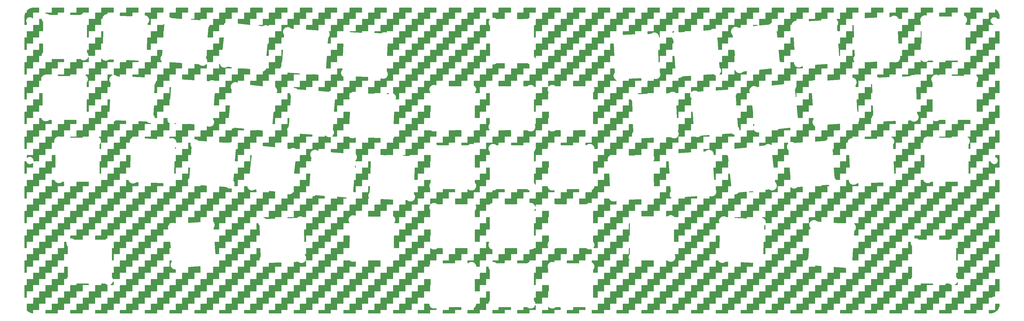
<source format=gbr>
G04 #@! TF.GenerationSoftware,KiCad,Pcbnew,7.0.9*
G04 #@! TF.CreationDate,2024-02-06T22:06:33+09:00*
G04 #@! TF.ProjectId,tijuana,74696a75-616e-4612-9e6b-696361645f70,rev?*
G04 #@! TF.SameCoordinates,Original*
G04 #@! TF.FileFunction,Copper,L2,Bot*
G04 #@! TF.FilePolarity,Positive*
%FSLAX46Y46*%
G04 Gerber Fmt 4.6, Leading zero omitted, Abs format (unit mm)*
G04 Created by KiCad (PCBNEW 7.0.9) date 2024-02-06 22:06:33*
%MOMM*%
%LPD*%
G01*
G04 APERTURE LIST*
G04 APERTURE END LIST*
G04 #@! TA.AperFunction,NonConductor*
G36*
X35048256Y-17320502D02*
G01*
X35094749Y-17374158D01*
X35106135Y-17426500D01*
X35106135Y-18781157D01*
X35086133Y-18849278D01*
X35032477Y-18895771D01*
X34980135Y-18907157D01*
X33106135Y-18907157D01*
X33106135Y-19201636D01*
X33086133Y-19269757D01*
X33032477Y-19316250D01*
X33019071Y-19321469D01*
X32869065Y-19370208D01*
X32658691Y-19477397D01*
X32467660Y-19616188D01*
X32467658Y-19616189D01*
X32435875Y-19647973D01*
X32373563Y-19681999D01*
X32346780Y-19684878D01*
X29232135Y-19684878D01*
X29164014Y-19664876D01*
X29117521Y-19611220D01*
X29106135Y-19558878D01*
X29106135Y-19033157D01*
X29126137Y-18965036D01*
X29179793Y-18918543D01*
X29232135Y-18907157D01*
X31106135Y-18907157D01*
X31106135Y-17426500D01*
X31126137Y-17358379D01*
X31179793Y-17311886D01*
X31232135Y-17300500D01*
X34980135Y-17300500D01*
X35048256Y-17320502D01*
G37*
G04 #@! TD.AperFunction*
G04 #@! TA.AperFunction,NonConductor*
G36*
X27048256Y-17320502D02*
G01*
X27094749Y-17374158D01*
X27106135Y-17426500D01*
X27106135Y-18781157D01*
X27086133Y-18849278D01*
X27032477Y-18895771D01*
X26980135Y-18907157D01*
X25106135Y-18907157D01*
X25106135Y-19558878D01*
X25086133Y-19626999D01*
X25032477Y-19673492D01*
X24980135Y-19684878D01*
X22493000Y-19684878D01*
X22424879Y-19664876D01*
X22403905Y-19647973D01*
X22372118Y-19616186D01*
X22216353Y-19503018D01*
X22181095Y-19477402D01*
X21970714Y-19370208D01*
X21970711Y-19370207D01*
X21970709Y-19370206D01*
X21746158Y-19297245D01*
X21746156Y-19297244D01*
X21746154Y-19297244D01*
X21512945Y-19260308D01*
X21512943Y-19260308D01*
X21276829Y-19260308D01*
X21251843Y-19264266D01*
X21181432Y-19255165D01*
X21127119Y-19209442D01*
X21106148Y-19141614D01*
X21106135Y-19139817D01*
X21106135Y-19033157D01*
X21126137Y-18965036D01*
X21179793Y-18918543D01*
X21232135Y-18907157D01*
X23106135Y-18907157D01*
X23106135Y-17426500D01*
X23126137Y-17358379D01*
X23179793Y-17311886D01*
X23232135Y-17300500D01*
X26980135Y-17300500D01*
X27048256Y-17320502D01*
G37*
G04 #@! TD.AperFunction*
G04 #@! TA.AperFunction,NonConductor*
G36*
X51048256Y-17320502D02*
G01*
X51094749Y-17374158D01*
X51106135Y-17426500D01*
X51106135Y-18781157D01*
X51086133Y-18849278D01*
X51032477Y-18895771D01*
X50980135Y-18907157D01*
X49106135Y-18907157D01*
X49106135Y-19969809D01*
X49086133Y-20037930D01*
X49032477Y-20084423D01*
X48975738Y-20095732D01*
X45227738Y-19964849D01*
X45160356Y-19942482D01*
X45115764Y-19887236D01*
X45106135Y-19838926D01*
X45106135Y-19033157D01*
X45126137Y-18965036D01*
X45179793Y-18918543D01*
X45232135Y-18907157D01*
X47106135Y-18907157D01*
X47106135Y-17426500D01*
X47126137Y-17358379D01*
X47179793Y-17311886D01*
X47232135Y-17300500D01*
X50980135Y-17300500D01*
X51048256Y-17320502D01*
G37*
G04 #@! TD.AperFunction*
G04 #@! TA.AperFunction,NonConductor*
G36*
X315048256Y-17320502D02*
G01*
X315094749Y-17374158D01*
X315106135Y-17426500D01*
X315106135Y-18781157D01*
X315086133Y-18849278D01*
X315032477Y-18895771D01*
X314980135Y-18907157D01*
X313106135Y-18907157D01*
X313106135Y-20068878D01*
X313086133Y-20136999D01*
X313032477Y-20183492D01*
X312980135Y-20194878D01*
X309232135Y-20194878D01*
X309164014Y-20174876D01*
X309117521Y-20121220D01*
X309106135Y-20068878D01*
X309106135Y-19033157D01*
X309126137Y-18965036D01*
X309179793Y-18918543D01*
X309232135Y-18907157D01*
X311106135Y-18907157D01*
X311106135Y-17426500D01*
X311126137Y-17358379D01*
X311179793Y-17311886D01*
X311232135Y-17300500D01*
X314980135Y-17300500D01*
X315048256Y-17320502D01*
G37*
G04 #@! TD.AperFunction*
G04 #@! TA.AperFunction,NonConductor*
G36*
X291048256Y-17320502D02*
G01*
X291094749Y-17374158D01*
X291106135Y-17426500D01*
X291106135Y-18781157D01*
X291086133Y-18849278D01*
X291032477Y-18895771D01*
X290980135Y-18907157D01*
X289106135Y-18907157D01*
X289106135Y-20396425D01*
X289086133Y-20464546D01*
X289032477Y-20511039D01*
X288984532Y-20522348D01*
X285236532Y-20653231D01*
X285167755Y-20635619D01*
X285119418Y-20583618D01*
X285106135Y-20527308D01*
X285106135Y-19033157D01*
X285126137Y-18965036D01*
X285179793Y-18918543D01*
X285232135Y-18907157D01*
X287106135Y-18907157D01*
X287106135Y-17426500D01*
X287126137Y-17358379D01*
X287179793Y-17311886D01*
X287232135Y-17300500D01*
X290980135Y-17300500D01*
X291048256Y-17320502D01*
G37*
G04 #@! TD.AperFunction*
G04 #@! TA.AperFunction,NonConductor*
G36*
X299048256Y-17320502D02*
G01*
X299094749Y-17374158D01*
X299106135Y-17426500D01*
X299106135Y-18781157D01*
X299086133Y-18849278D01*
X299032477Y-18895771D01*
X298980135Y-18907157D01*
X297106135Y-18907157D01*
X297106135Y-20781157D01*
X297086133Y-20849278D01*
X297032477Y-20895771D01*
X296980135Y-20907157D01*
X296093591Y-20907157D01*
X296025470Y-20887155D01*
X295978977Y-20833499D01*
X295975190Y-20824252D01*
X295958646Y-20778799D01*
X295958645Y-20778796D01*
X295844172Y-20572283D01*
X295698803Y-20386219D01*
X295698800Y-20386215D01*
X295526123Y-20225191D01*
X295526114Y-20225184D01*
X295494625Y-20203944D01*
X295330366Y-20093150D01*
X295330365Y-20093149D01*
X295330363Y-20093148D01*
X295116370Y-19993362D01*
X294889399Y-19928279D01*
X294655036Y-19899501D01*
X294419061Y-19907742D01*
X294187282Y-19952794D01*
X294187281Y-19952795D01*
X293965412Y-20033547D01*
X293965395Y-20033556D01*
X293758896Y-20148018D01*
X293758893Y-20148020D01*
X293758891Y-20148022D01*
X293719082Y-20179124D01*
X293572821Y-20293394D01*
X293542166Y-20326267D01*
X293481078Y-20362445D01*
X293454416Y-20366256D01*
X293236533Y-20373865D01*
X293167755Y-20356253D01*
X293119418Y-20304253D01*
X293106135Y-20247942D01*
X293106135Y-19033157D01*
X293126137Y-18965036D01*
X293179793Y-18918543D01*
X293232135Y-18907157D01*
X295106135Y-18907157D01*
X295106135Y-17426500D01*
X295126137Y-17358379D01*
X295179793Y-17311886D01*
X295232135Y-17300500D01*
X298980135Y-17300500D01*
X299048256Y-17320502D01*
G37*
G04 #@! TD.AperFunction*
G04 #@! TA.AperFunction,NonConductor*
G36*
X67048256Y-17320502D02*
G01*
X67094749Y-17374158D01*
X67106135Y-17426500D01*
X67106135Y-18781157D01*
X67086133Y-18849278D01*
X67032477Y-18895771D01*
X66980135Y-18907157D01*
X65106135Y-18907157D01*
X65106135Y-20781157D01*
X65086133Y-20849278D01*
X65032477Y-20895771D01*
X64980135Y-20907157D01*
X64498293Y-20907157D01*
X64493897Y-20907003D01*
X61726566Y-20713491D01*
X61660006Y-20688786D01*
X61640261Y-20670461D01*
X61610768Y-20636533D01*
X61609210Y-20635225D01*
X61429890Y-20484759D01*
X61282877Y-20396425D01*
X61227497Y-20363149D01*
X61184933Y-20345952D01*
X61129266Y-20301887D01*
X61106259Y-20234722D01*
X61106135Y-20229127D01*
X61106135Y-19033157D01*
X61126137Y-18965036D01*
X61179793Y-18918543D01*
X61232135Y-18907157D01*
X63106135Y-18907157D01*
X63106135Y-17426500D01*
X63126137Y-17358379D01*
X63179793Y-17311886D01*
X63232135Y-17300500D01*
X66980135Y-17300500D01*
X67048256Y-17320502D01*
G37*
G04 #@! TD.AperFunction*
G04 #@! TA.AperFunction,NonConductor*
G36*
X179048256Y-17320502D02*
G01*
X179094749Y-17374158D01*
X179106135Y-17426500D01*
X179106135Y-18781157D01*
X179086133Y-18849278D01*
X179032477Y-18895771D01*
X178980135Y-18907157D01*
X177106135Y-18907157D01*
X177106135Y-20526042D01*
X177086133Y-20594163D01*
X177032477Y-20640656D01*
X177019072Y-20645875D01*
X176948795Y-20668709D01*
X176899176Y-20684832D01*
X176899174Y-20684832D01*
X176899174Y-20684833D01*
X176688791Y-20792028D01*
X176563452Y-20883093D01*
X176496584Y-20906952D01*
X176489391Y-20907157D01*
X175106134Y-20907157D01*
X175092144Y-20921146D01*
X175086133Y-20941621D01*
X175032477Y-20988114D01*
X174980135Y-20999500D01*
X173232135Y-20999500D01*
X173164014Y-20979498D01*
X173117521Y-20925842D01*
X173106135Y-20873500D01*
X173106135Y-19033157D01*
X173126137Y-18965036D01*
X173179793Y-18918543D01*
X173232135Y-18907157D01*
X175106135Y-18907157D01*
X175106135Y-17426500D01*
X175126137Y-17358379D01*
X175179793Y-17311886D01*
X175232135Y-17300500D01*
X178980135Y-17300500D01*
X179048256Y-17320502D01*
G37*
G04 #@! TD.AperFunction*
G04 #@! TA.AperFunction,NonConductor*
G36*
X171048256Y-17320502D02*
G01*
X171094749Y-17374158D01*
X171106135Y-17426500D01*
X171106135Y-18781157D01*
X171086133Y-18849278D01*
X171032477Y-18895771D01*
X170980135Y-18907157D01*
X169106135Y-18907157D01*
X169106135Y-20781157D01*
X169086133Y-20849278D01*
X169032477Y-20895771D01*
X168980135Y-20907157D01*
X167106134Y-20907157D01*
X167092144Y-20921146D01*
X167086133Y-20941621D01*
X167032477Y-20988114D01*
X166980135Y-20999500D01*
X166523108Y-20999500D01*
X166454987Y-20979498D01*
X166434013Y-20962595D01*
X166402231Y-20930813D01*
X166211210Y-20792028D01*
X166211209Y-20792027D01*
X166211207Y-20792026D01*
X166000826Y-20684832D01*
X165886934Y-20647826D01*
X165776269Y-20611868D01*
X165659662Y-20593400D01*
X165543058Y-20574932D01*
X165306942Y-20574932D01*
X165293113Y-20577122D01*
X165251844Y-20583658D01*
X165181433Y-20574558D01*
X165127120Y-20528835D01*
X165106148Y-20461006D01*
X165106135Y-20459209D01*
X165106135Y-19033157D01*
X165126137Y-18965036D01*
X165179793Y-18918543D01*
X165232135Y-18907157D01*
X167106135Y-18907157D01*
X167106135Y-17426500D01*
X167126137Y-17358379D01*
X167179793Y-17311886D01*
X167232135Y-17300500D01*
X170980135Y-17300500D01*
X171048256Y-17320502D01*
G37*
G04 #@! TD.AperFunction*
G04 #@! TA.AperFunction,NonConductor*
G36*
X75048256Y-17320502D02*
G01*
X75094749Y-17374158D01*
X75106135Y-17426500D01*
X75106135Y-18781157D01*
X75086133Y-18849278D01*
X75032477Y-18895771D01*
X74980135Y-18907157D01*
X73106135Y-18907157D01*
X73106135Y-20781157D01*
X73086133Y-20849278D01*
X73032477Y-20895771D01*
X72980135Y-20907157D01*
X71106135Y-20907157D01*
X71106135Y-21234257D01*
X71086133Y-21302378D01*
X71032477Y-21348871D01*
X70971346Y-21359950D01*
X68095470Y-21158850D01*
X68028910Y-21134145D01*
X67986273Y-21077377D01*
X67981096Y-21006569D01*
X68015022Y-20944203D01*
X68077280Y-20910079D01*
X68104259Y-20907157D01*
X69106135Y-20907157D01*
X69106135Y-19033157D01*
X69126137Y-18965036D01*
X69179793Y-18918543D01*
X69232135Y-18907157D01*
X71106135Y-18907157D01*
X71106135Y-17426500D01*
X71126137Y-17358379D01*
X71179793Y-17311886D01*
X71232135Y-17300500D01*
X74980135Y-17300500D01*
X75048256Y-17320502D01*
G37*
G04 #@! TD.AperFunction*
G04 #@! TA.AperFunction,NonConductor*
G36*
X275048256Y-17320502D02*
G01*
X275094749Y-17374158D01*
X275106135Y-17426500D01*
X275106135Y-18781157D01*
X275086133Y-18849278D01*
X275032477Y-18895771D01*
X274980135Y-18907157D01*
X273106135Y-18907157D01*
X273106135Y-20781157D01*
X273086133Y-20849278D01*
X273032477Y-20895771D01*
X272980135Y-20907157D01*
X271106135Y-20907157D01*
X271106135Y-21298293D01*
X271086133Y-21366414D01*
X271032477Y-21412907D01*
X270988924Y-21423986D01*
X267240924Y-21686071D01*
X267171574Y-21670870D01*
X267121452Y-21620588D01*
X267106135Y-21560378D01*
X267106135Y-21033157D01*
X267126137Y-20965036D01*
X267179793Y-20918543D01*
X267232135Y-20907157D01*
X269106135Y-20907157D01*
X269106135Y-19033157D01*
X269126137Y-18965036D01*
X269179793Y-18918543D01*
X269232135Y-18907157D01*
X271106135Y-18907157D01*
X271106135Y-17426500D01*
X271126137Y-17358379D01*
X271179793Y-17311886D01*
X271232135Y-17300500D01*
X274980135Y-17300500D01*
X275048256Y-17320502D01*
G37*
G04 #@! TD.AperFunction*
G04 #@! TA.AperFunction,NonConductor*
G36*
X91048256Y-17320502D02*
G01*
X91094749Y-17374158D01*
X91106135Y-17426500D01*
X91106135Y-18781157D01*
X91086133Y-18849278D01*
X91032477Y-18895771D01*
X90980135Y-18907157D01*
X89106135Y-18907157D01*
X89106135Y-20781157D01*
X89086133Y-20849278D01*
X89032477Y-20895771D01*
X88980135Y-20907157D01*
X87106135Y-20907157D01*
X87106135Y-22725301D01*
X87086133Y-22793422D01*
X87032477Y-22839915D01*
X86966964Y-22850611D01*
X83218964Y-22456680D01*
X83153308Y-22429667D01*
X83112678Y-22371445D01*
X83106135Y-22331370D01*
X83106135Y-21033157D01*
X83126137Y-20965036D01*
X83179793Y-20918543D01*
X83232135Y-20907157D01*
X85106135Y-20907157D01*
X85106135Y-19033157D01*
X85126137Y-18965036D01*
X85179793Y-18918543D01*
X85232135Y-18907157D01*
X87106135Y-18907157D01*
X87106135Y-17426500D01*
X87126137Y-17358379D01*
X87179793Y-17311886D01*
X87232135Y-17300500D01*
X90980135Y-17300500D01*
X91048256Y-17320502D01*
G37*
G04 #@! TD.AperFunction*
G04 #@! TA.AperFunction,NonConductor*
G36*
X323048256Y-17320502D02*
G01*
X323094749Y-17374158D01*
X323106135Y-17426500D01*
X323106135Y-18781157D01*
X323086133Y-18849278D01*
X323032477Y-18895771D01*
X322980135Y-18907157D01*
X321106135Y-18907157D01*
X321106135Y-20781157D01*
X321086133Y-20849278D01*
X321032477Y-20895771D01*
X320980135Y-20907157D01*
X319106135Y-20907157D01*
X319106135Y-22781157D01*
X319086133Y-22849278D01*
X319032477Y-22895771D01*
X318980135Y-22907157D01*
X317759194Y-22907157D01*
X317691073Y-22887155D01*
X317644580Y-22833499D01*
X317633194Y-22781157D01*
X317633194Y-22368540D01*
X317653196Y-22300419D01*
X317670095Y-22279448D01*
X317701912Y-22247632D01*
X317840697Y-22056608D01*
X317947890Y-21846225D01*
X318020853Y-21621663D01*
X318057789Y-21388452D01*
X318057788Y-21152335D01*
X318020850Y-20919124D01*
X317947885Y-20694563D01*
X317840690Y-20484181D01*
X317701903Y-20293157D01*
X317701900Y-20293154D01*
X317701898Y-20293151D01*
X317534948Y-20126201D01*
X317534945Y-20126199D01*
X317534943Y-20126197D01*
X317344559Y-19987875D01*
X317343922Y-19987412D01*
X317343921Y-19987411D01*
X317343919Y-19987410D01*
X317174931Y-19901306D01*
X317123317Y-19852559D01*
X317106135Y-19789040D01*
X317106135Y-19033157D01*
X317126137Y-18965036D01*
X317179793Y-18918543D01*
X317232135Y-18907157D01*
X319106135Y-18907157D01*
X319106135Y-17426500D01*
X319126137Y-17358379D01*
X319179793Y-17311886D01*
X319232135Y-17300500D01*
X322980135Y-17300500D01*
X323048256Y-17320502D01*
G37*
G04 #@! TD.AperFunction*
G04 #@! TA.AperFunction,NonConductor*
G36*
X59048256Y-17320502D02*
G01*
X59094749Y-17374158D01*
X59106135Y-17426500D01*
X59106135Y-18781157D01*
X59086133Y-18849278D01*
X59032477Y-18895771D01*
X58980135Y-18907157D01*
X57106135Y-18907157D01*
X57106135Y-20781157D01*
X57086133Y-20849278D01*
X57032477Y-20895771D01*
X56980135Y-20907157D01*
X55106135Y-20907157D01*
X55106135Y-22781157D01*
X55086133Y-22849278D01*
X55032477Y-22895771D01*
X54980135Y-22907157D01*
X54176709Y-22907157D01*
X54108588Y-22887155D01*
X54062095Y-22833499D01*
X54050786Y-22776760D01*
X54056790Y-22604802D01*
X54062259Y-22448182D01*
X54084626Y-22380804D01*
X54102245Y-22360436D01*
X54135069Y-22329828D01*
X54280430Y-22143771D01*
X54394896Y-21937265D01*
X54475648Y-21715395D01*
X54520698Y-21483624D01*
X54526394Y-21320479D01*
X54528937Y-21247664D01*
X54521969Y-21190915D01*
X54500161Y-21013312D01*
X54435080Y-20786350D01*
X54335296Y-20572363D01*
X54203266Y-20376621D01*
X54203261Y-20376616D01*
X54203260Y-20376614D01*
X54042242Y-20203944D01*
X54042236Y-20203939D01*
X53856185Y-20058578D01*
X53649676Y-19944109D01*
X53427814Y-19863358D01*
X53427813Y-19863357D01*
X53427811Y-19863357D01*
X53301918Y-19838885D01*
X53208092Y-19820646D01*
X53145040Y-19788012D01*
X53109639Y-19726471D01*
X53106135Y-19696961D01*
X53106135Y-19033157D01*
X53126137Y-18965036D01*
X53179793Y-18918543D01*
X53232135Y-18907157D01*
X55106135Y-18907157D01*
X55106135Y-17426500D01*
X55126137Y-17358379D01*
X55179793Y-17311886D01*
X55232135Y-17300500D01*
X58980135Y-17300500D01*
X59048256Y-17320502D01*
G37*
G04 #@! TD.AperFunction*
G04 #@! TA.AperFunction,NonConductor*
G36*
X19048256Y-17320502D02*
G01*
X19094749Y-17374158D01*
X19106135Y-17426500D01*
X19106135Y-18781157D01*
X19086133Y-18849278D01*
X19032477Y-18895771D01*
X18980135Y-18907157D01*
X17106135Y-18907157D01*
X17106135Y-20647826D01*
X17086133Y-20715947D01*
X17032477Y-20762440D01*
X16962203Y-20772544D01*
X16897623Y-20743050D01*
X16895249Y-20740941D01*
X16842832Y-20693157D01*
X16771302Y-20627948D01*
X16771299Y-20627946D01*
X16771298Y-20627945D01*
X16590025Y-20515705D01*
X16590021Y-20515703D01*
X16590019Y-20515702D01*
X16448831Y-20461006D01*
X16391199Y-20438679D01*
X16320702Y-20425501D01*
X16181610Y-20399500D01*
X15968390Y-20399500D01*
X15842637Y-20423007D01*
X15758800Y-20438679D01*
X15624620Y-20490661D01*
X15559981Y-20515702D01*
X15559980Y-20515702D01*
X15559979Y-20515703D01*
X15559974Y-20515705D01*
X15378701Y-20627945D01*
X15378699Y-20627946D01*
X15221128Y-20771592D01*
X15221126Y-20771595D01*
X15156564Y-20857089D01*
X15141244Y-20868457D01*
X15143039Y-20870252D01*
X15099320Y-20913970D01*
X15092926Y-20941160D01*
X15092636Y-20941742D01*
X15092634Y-20941745D01*
X14998692Y-21130406D01*
X14997593Y-21132615D01*
X14939244Y-21337688D01*
X14919571Y-21550000D01*
X14939244Y-21762311D01*
X14997593Y-21967384D01*
X14997594Y-21967386D01*
X14997595Y-21967389D01*
X15092634Y-22158255D01*
X15092637Y-22158259D01*
X15092926Y-22158839D01*
X15106135Y-22215002D01*
X15106135Y-22781157D01*
X15086133Y-22849278D01*
X15032477Y-22895771D01*
X14980135Y-22907157D01*
X14451500Y-22907157D01*
X14383379Y-22887155D01*
X14336886Y-22833499D01*
X14325500Y-22781157D01*
X14325500Y-20251772D01*
X14325599Y-20248239D01*
X14332452Y-20126201D01*
X14343847Y-19923289D01*
X14344639Y-19916271D01*
X14348802Y-19891767D01*
X14398859Y-19597151D01*
X14400430Y-19590273D01*
X14409475Y-19558878D01*
X14490037Y-19279239D01*
X14492367Y-19272580D01*
X14611512Y-18984939D01*
X14656061Y-18929658D01*
X14723424Y-18907237D01*
X14727921Y-18907157D01*
X15106135Y-18907157D01*
X15106135Y-18305645D01*
X15126137Y-18237524D01*
X15138180Y-18221690D01*
X15187035Y-18167022D01*
X15192012Y-18162044D01*
X15433385Y-17946339D01*
X15438903Y-17941940D01*
X15450125Y-17933978D01*
X15546132Y-17865857D01*
X15702887Y-17754634D01*
X15708865Y-17750876D01*
X15992161Y-17594305D01*
X15998531Y-17591237D01*
X16019093Y-17582720D01*
X16297580Y-17467367D01*
X16304239Y-17465037D01*
X16615274Y-17375429D01*
X16622151Y-17373859D01*
X16941271Y-17319639D01*
X16948289Y-17318847D01*
X17209108Y-17304200D01*
X17273239Y-17300599D01*
X17276772Y-17300500D01*
X17291408Y-17300500D01*
X18980135Y-17300500D01*
X19048256Y-17320502D01*
G37*
G04 #@! TD.AperFunction*
G04 #@! TA.AperFunction,NonConductor*
G36*
X259048256Y-17320502D02*
G01*
X259094749Y-17374158D01*
X259106135Y-17426500D01*
X259106135Y-18781157D01*
X259086133Y-18849278D01*
X259032477Y-18895771D01*
X258980135Y-18907157D01*
X257106135Y-18907157D01*
X257106135Y-20781157D01*
X257086133Y-20849278D01*
X257032477Y-20895771D01*
X256980135Y-20907157D01*
X255106135Y-20907157D01*
X255106135Y-22174535D01*
X255086133Y-22242656D01*
X255032477Y-22289149D01*
X255012748Y-22296241D01*
X254997929Y-22300211D01*
X254997924Y-22300213D01*
X254782236Y-22396242D01*
X254584209Y-22524840D01*
X254408740Y-22682830D01*
X254380454Y-22717760D01*
X254322039Y-22758111D01*
X254295706Y-22763774D01*
X251245306Y-23084384D01*
X251175467Y-23071612D01*
X251123620Y-23023110D01*
X251106135Y-22959074D01*
X251106135Y-21033157D01*
X251126137Y-20965036D01*
X251179793Y-20918543D01*
X251232135Y-20907157D01*
X253106135Y-20907157D01*
X253106135Y-19033157D01*
X253126137Y-18965036D01*
X253179793Y-18918543D01*
X253232135Y-18907157D01*
X255106135Y-18907157D01*
X255106135Y-17426500D01*
X255126137Y-17358379D01*
X255179793Y-17311886D01*
X255232135Y-17300500D01*
X258980135Y-17300500D01*
X259048256Y-17320502D01*
G37*
G04 #@! TD.AperFunction*
G04 #@! TA.AperFunction,NonConductor*
G36*
X99048256Y-17320502D02*
G01*
X99094749Y-17374158D01*
X99106135Y-17426500D01*
X99106135Y-18781157D01*
X99086133Y-18849278D01*
X99032477Y-18895771D01*
X98980135Y-18907157D01*
X97106135Y-18907157D01*
X97106135Y-20781157D01*
X97086133Y-20849278D01*
X97032477Y-20895771D01*
X96980135Y-20907157D01*
X95106135Y-20907157D01*
X95106135Y-22781157D01*
X95086133Y-22849278D01*
X95032477Y-22895771D01*
X94980135Y-22907157D01*
X93106135Y-22907157D01*
X93106135Y-23121729D01*
X93086133Y-23189850D01*
X93032477Y-23236343D01*
X92962203Y-23246447D01*
X92911511Y-23227402D01*
X92902669Y-23221660D01*
X92785899Y-23145828D01*
X92785894Y-23145826D01*
X92785893Y-23145825D01*
X92570203Y-23049792D01*
X92570200Y-23049791D01*
X92570198Y-23049790D01*
X92570195Y-23049789D01*
X92570189Y-23049787D01*
X92342139Y-22988678D01*
X92342134Y-22988677D01*
X92195365Y-22973249D01*
X92107308Y-22963993D01*
X92107305Y-22963993D01*
X91871527Y-22976346D01*
X91871519Y-22976346D01*
X91871517Y-22976347D01*
X91871515Y-22976347D01*
X91871510Y-22976348D01*
X91640562Y-23025433D01*
X91420122Y-23110047D01*
X91215647Y-23228097D01*
X91215641Y-23228101D01*
X91180704Y-23256390D01*
X91115175Y-23283711D01*
X91088245Y-23283775D01*
X89896010Y-23158467D01*
X89830353Y-23131454D01*
X89789723Y-23073232D01*
X89787020Y-23002287D01*
X89823102Y-22941143D01*
X89886513Y-22909213D01*
X89909180Y-22907157D01*
X91106135Y-22907157D01*
X91106135Y-21033157D01*
X91126137Y-20965036D01*
X91179793Y-20918543D01*
X91232135Y-20907157D01*
X93106135Y-20907157D01*
X93106135Y-19033157D01*
X93126137Y-18965036D01*
X93179793Y-18918543D01*
X93232135Y-18907157D01*
X95106135Y-18907157D01*
X95106135Y-17426500D01*
X95126137Y-17358379D01*
X95179793Y-17311886D01*
X95232135Y-17300500D01*
X98980135Y-17300500D01*
X99048256Y-17320502D01*
G37*
G04 #@! TD.AperFunction*
G04 #@! TA.AperFunction,NonConductor*
G36*
X250595405Y-22927159D02*
G01*
X250641898Y-22980815D01*
X250652002Y-23051089D01*
X250622508Y-23115669D01*
X250562782Y-23154053D01*
X250540455Y-23158466D01*
X250485176Y-23164277D01*
X249245306Y-23294592D01*
X249175467Y-23281820D01*
X249123620Y-23233318D01*
X249106135Y-23169282D01*
X249106135Y-23033157D01*
X249126137Y-22965036D01*
X249179793Y-22918543D01*
X249232135Y-22907157D01*
X250527284Y-22907157D01*
X250595405Y-22927159D01*
G37*
G04 #@! TD.AperFunction*
G04 #@! TA.AperFunction,NonConductor*
G36*
X115048256Y-17320502D02*
G01*
X115094749Y-17374158D01*
X115106135Y-17426500D01*
X115106135Y-18781157D01*
X115086133Y-18849278D01*
X115032477Y-18895771D01*
X114980135Y-18907157D01*
X113106135Y-18907157D01*
X113106135Y-20781157D01*
X113086133Y-20849278D01*
X113032477Y-20895771D01*
X112980135Y-20907157D01*
X111106135Y-20907157D01*
X111106135Y-22781157D01*
X111086133Y-22849278D01*
X111032477Y-22895771D01*
X110980135Y-22907157D01*
X109106135Y-22907157D01*
X109106135Y-24571602D01*
X109086133Y-24639723D01*
X109032477Y-24686216D01*
X108971346Y-24697295D01*
X105223346Y-24435209D01*
X105156786Y-24410504D01*
X105114149Y-24353736D01*
X105106135Y-24309516D01*
X105106135Y-23033157D01*
X105126137Y-22965036D01*
X105179793Y-22918543D01*
X105232135Y-22907157D01*
X107106135Y-22907157D01*
X107106135Y-21033157D01*
X107126137Y-20965036D01*
X107179793Y-20918543D01*
X107232135Y-20907157D01*
X109106135Y-20907157D01*
X109106135Y-19033157D01*
X109126137Y-18965036D01*
X109179793Y-18918543D01*
X109232135Y-18907157D01*
X111106135Y-18907157D01*
X111106135Y-17426500D01*
X111126137Y-17358379D01*
X111179793Y-17311886D01*
X111232135Y-17300500D01*
X114980135Y-17300500D01*
X115048256Y-17320502D01*
G37*
G04 #@! TD.AperFunction*
G04 #@! TA.AperFunction,NonConductor*
G36*
X243048256Y-17320502D02*
G01*
X243094749Y-17374158D01*
X243106135Y-17426500D01*
X243106135Y-18781157D01*
X243086133Y-18849278D01*
X243032477Y-18895771D01*
X242980135Y-18907157D01*
X241106135Y-18907157D01*
X241106135Y-20781157D01*
X241086133Y-20849278D01*
X241032477Y-20895771D01*
X240980135Y-20907157D01*
X239106135Y-20907157D01*
X239106135Y-22781157D01*
X239086133Y-22849278D01*
X239032477Y-22895771D01*
X238980135Y-22907157D01*
X237106135Y-22907157D01*
X237106135Y-24065685D01*
X237086133Y-24133806D01*
X237032477Y-24180299D01*
X236962203Y-24190403D01*
X236930904Y-24181669D01*
X236910063Y-24172822D01*
X236910055Y-24172820D01*
X236680960Y-24115700D01*
X236680954Y-24115699D01*
X236445742Y-24095120D01*
X236445741Y-24095119D01*
X236210197Y-24111589D01*
X235980125Y-24164704D01*
X235980114Y-24164707D01*
X235761202Y-24253152D01*
X235558803Y-24374764D01*
X235377929Y-24526532D01*
X235377925Y-24526536D01*
X235348432Y-24560463D01*
X235288644Y-24598750D01*
X235262130Y-24603490D01*
X233240924Y-24744827D01*
X233171574Y-24729626D01*
X233121452Y-24679344D01*
X233106135Y-24619134D01*
X233106135Y-23033157D01*
X233126137Y-22965036D01*
X233179793Y-22918543D01*
X233232135Y-22907157D01*
X235106135Y-22907157D01*
X235106135Y-21033157D01*
X235126137Y-20965036D01*
X235179793Y-20918543D01*
X235232135Y-20907157D01*
X237106135Y-20907157D01*
X237106135Y-19033157D01*
X237126137Y-18965036D01*
X237179793Y-18918543D01*
X237232135Y-18907157D01*
X239106135Y-18907157D01*
X239106135Y-17426500D01*
X239126137Y-17358379D01*
X239179793Y-17311886D01*
X239232135Y-17300500D01*
X242980135Y-17300500D01*
X243048256Y-17320502D01*
G37*
G04 #@! TD.AperFunction*
G04 #@! TA.AperFunction,NonConductor*
G36*
X283048256Y-17320502D02*
G01*
X283094749Y-17374158D01*
X283106135Y-17426500D01*
X283106135Y-18781157D01*
X283086133Y-18849278D01*
X283032477Y-18895771D01*
X282980135Y-18907157D01*
X281106135Y-18907157D01*
X281106135Y-20781157D01*
X281086133Y-20849278D01*
X281032477Y-20895771D01*
X280980135Y-20907157D01*
X279106135Y-20907157D01*
X279106135Y-22781157D01*
X279086133Y-22849278D01*
X279032477Y-22895771D01*
X278980135Y-22907157D01*
X277106135Y-22907157D01*
X277106135Y-24781157D01*
X277086133Y-24849278D01*
X277032477Y-24895771D01*
X276980135Y-24907157D01*
X276410133Y-24907157D01*
X276342012Y-24887155D01*
X276295519Y-24833499D01*
X276284440Y-24789946D01*
X276243474Y-24204110D01*
X276176073Y-23240250D01*
X276191274Y-23170903D01*
X276206670Y-23148803D01*
X276236199Y-23114835D01*
X276361321Y-22914594D01*
X276453577Y-22697245D01*
X276510697Y-22468141D01*
X276531275Y-22232921D01*
X276514803Y-21997378D01*
X276479904Y-21846219D01*
X276461688Y-21767318D01*
X276461686Y-21767312D01*
X276373238Y-21548397D01*
X276373234Y-21548388D01*
X276337705Y-21489258D01*
X276251624Y-21345995D01*
X276251001Y-21345253D01*
X276187153Y-21269161D01*
X276099850Y-21165119D01*
X276099847Y-21165116D01*
X276057438Y-21128250D01*
X276019150Y-21068463D01*
X276019262Y-20997467D01*
X276057741Y-20937802D01*
X276122368Y-20908411D01*
X276140102Y-20907157D01*
X277106135Y-20907157D01*
X277106135Y-19033157D01*
X277126137Y-18965036D01*
X277179793Y-18918543D01*
X277232135Y-18907157D01*
X279106135Y-18907157D01*
X279106135Y-17426500D01*
X279126137Y-17358379D01*
X279179793Y-17311886D01*
X279232135Y-17300500D01*
X282980135Y-17300500D01*
X283048256Y-17320502D01*
G37*
G04 #@! TD.AperFunction*
G04 #@! TA.AperFunction,NonConductor*
G36*
X235048256Y-17320502D02*
G01*
X235094749Y-17374158D01*
X235106135Y-17426500D01*
X235106135Y-18781157D01*
X235086133Y-18849278D01*
X235032477Y-18895771D01*
X234980135Y-18907157D01*
X233106135Y-18907157D01*
X233106135Y-20781157D01*
X233086133Y-20849278D01*
X233032477Y-20895771D01*
X232980135Y-20907157D01*
X231106135Y-20907157D01*
X231106135Y-22781157D01*
X231086133Y-22849278D01*
X231032477Y-22895771D01*
X230980135Y-22907157D01*
X229106135Y-22907157D01*
X229106135Y-24781157D01*
X229086133Y-24849278D01*
X229032477Y-24895771D01*
X228980135Y-24907157D01*
X227106135Y-24907157D01*
X227106135Y-25056317D01*
X227086133Y-25124438D01*
X227032477Y-25170931D01*
X226988924Y-25182010D01*
X225432362Y-25290856D01*
X225363012Y-25275655D01*
X225340905Y-25260252D01*
X225306981Y-25230759D01*
X225293390Y-25222266D01*
X225240780Y-25189389D01*
X225118553Y-25113007D01*
X225071385Y-25059944D01*
X225060393Y-24989803D01*
X225089066Y-24924854D01*
X225096232Y-24917059D01*
X225106134Y-24907157D01*
X225106135Y-24907157D01*
X225106135Y-23033157D01*
X225126137Y-22965036D01*
X225179793Y-22918543D01*
X225232135Y-22907157D01*
X227106135Y-22907157D01*
X227106135Y-21033157D01*
X227126137Y-20965036D01*
X227179793Y-20918543D01*
X227232135Y-20907157D01*
X229106135Y-20907157D01*
X229106135Y-19033157D01*
X229126137Y-18965036D01*
X229179793Y-18918543D01*
X229232135Y-18907157D01*
X231106135Y-18907157D01*
X231106135Y-17426500D01*
X231126137Y-17358379D01*
X231179793Y-17311886D01*
X231232135Y-17300500D01*
X234980135Y-17300500D01*
X235048256Y-17320502D01*
G37*
G04 #@! TD.AperFunction*
G04 #@! TA.AperFunction,NonConductor*
G36*
X131048256Y-17320502D02*
G01*
X131094749Y-17374158D01*
X131106135Y-17426500D01*
X131106135Y-18781157D01*
X131086133Y-18849278D01*
X131032477Y-18895771D01*
X130980135Y-18907157D01*
X129106135Y-18907157D01*
X129106135Y-20781157D01*
X129086133Y-20849278D01*
X129032477Y-20895771D01*
X128980135Y-20907157D01*
X127106135Y-20907157D01*
X127106135Y-22781157D01*
X127086133Y-22849278D01*
X127032477Y-22895771D01*
X126980135Y-22907157D01*
X125106135Y-22907157D01*
X125106135Y-24781157D01*
X125086133Y-24849278D01*
X125032477Y-24895771D01*
X124980135Y-24907157D01*
X123106135Y-24907157D01*
X123106135Y-25260151D01*
X123086133Y-25328272D01*
X123032477Y-25374765D01*
X122975738Y-25386074D01*
X119430056Y-25262256D01*
X119362674Y-25239889D01*
X119342304Y-25222266D01*
X119311651Y-25189396D01*
X119311648Y-25189393D01*
X119311644Y-25189389D01*
X119238758Y-25132446D01*
X119197392Y-25074748D01*
X119193787Y-25003843D01*
X119229089Y-24942245D01*
X119292089Y-24909511D01*
X119316330Y-24907157D01*
X121106135Y-24907157D01*
X121106135Y-23033157D01*
X121126137Y-22965036D01*
X121179793Y-22918543D01*
X121232135Y-22907157D01*
X123106135Y-22907157D01*
X123106135Y-21033157D01*
X123126137Y-20965036D01*
X123179793Y-20918543D01*
X123232135Y-20907157D01*
X125106135Y-20907157D01*
X125106135Y-19033157D01*
X125126137Y-18965036D01*
X125179793Y-18918543D01*
X125232135Y-18907157D01*
X127106135Y-18907157D01*
X127106135Y-17426500D01*
X127126137Y-17358379D01*
X127179793Y-17311886D01*
X127232135Y-17300500D01*
X130980135Y-17300500D01*
X131048256Y-17320502D01*
G37*
G04 #@! TD.AperFunction*
G04 #@! TA.AperFunction,NonConductor*
G36*
X223664710Y-24927159D02*
G01*
X223711203Y-24980815D01*
X223721307Y-25051089D01*
X223691813Y-25115669D01*
X223661485Y-25141159D01*
X223642674Y-25152462D01*
X223538115Y-25215286D01*
X223357239Y-25367056D01*
X223357237Y-25367058D01*
X223327228Y-25401580D01*
X223267441Y-25439869D01*
X223196444Y-25439755D01*
X223136779Y-25401277D01*
X223107389Y-25336649D01*
X223106135Y-25318916D01*
X223106135Y-25033157D01*
X223126137Y-24965036D01*
X223179793Y-24918543D01*
X223232135Y-24907157D01*
X223596589Y-24907157D01*
X223664710Y-24927159D01*
G37*
G04 #@! TD.AperFunction*
G04 #@! TA.AperFunction,NonConductor*
G36*
X139048256Y-17320502D02*
G01*
X139094749Y-17374158D01*
X139106135Y-17426500D01*
X139106135Y-18781157D01*
X139086133Y-18849278D01*
X139032477Y-18895771D01*
X138980135Y-18907157D01*
X137106135Y-18907157D01*
X137106135Y-20781157D01*
X137086133Y-20849278D01*
X137032477Y-20895771D01*
X136980135Y-20907157D01*
X135106135Y-20907157D01*
X135106135Y-22781157D01*
X135086133Y-22849278D01*
X135032477Y-22895771D01*
X134980135Y-22907157D01*
X133106135Y-22907157D01*
X133106135Y-24781157D01*
X133086133Y-24849278D01*
X133032477Y-24895771D01*
X132980135Y-24907157D01*
X131106135Y-24907157D01*
X131106135Y-25222741D01*
X131086133Y-25290862D01*
X131032477Y-25337355D01*
X130962203Y-25347459D01*
X130937041Y-25341142D01*
X130739814Y-25269358D01*
X130739813Y-25269357D01*
X130739811Y-25269357D01*
X130643203Y-25250577D01*
X130508044Y-25224304D01*
X130272080Y-25216062D01*
X130272078Y-25216063D01*
X130272077Y-25216063D01*
X130239279Y-25220089D01*
X130037730Y-25244834D01*
X130037724Y-25244835D01*
X129810769Y-25309912D01*
X129810768Y-25309912D01*
X129596777Y-25409696D01*
X129596773Y-25409698D01*
X129401044Y-25541717D01*
X129401036Y-25541722D01*
X129368158Y-25572380D01*
X129304694Y-25604206D01*
X129277833Y-25606148D01*
X127227738Y-25534557D01*
X127160356Y-25512190D01*
X127115764Y-25456944D01*
X127106135Y-25408634D01*
X127106135Y-25033157D01*
X127126137Y-24965036D01*
X127179793Y-24918543D01*
X127232135Y-24907157D01*
X129106135Y-24907157D01*
X129106135Y-23033157D01*
X129126137Y-22965036D01*
X129179793Y-22918543D01*
X129232135Y-22907157D01*
X131106135Y-22907157D01*
X131106135Y-21033157D01*
X131126137Y-20965036D01*
X131179793Y-20918543D01*
X131232135Y-20907157D01*
X133106135Y-20907157D01*
X133106135Y-19033157D01*
X133126137Y-18965036D01*
X133179793Y-18918543D01*
X133232135Y-18907157D01*
X135106135Y-18907157D01*
X135106135Y-17426500D01*
X135126137Y-17358379D01*
X135179793Y-17311886D01*
X135232135Y-17300500D01*
X138980135Y-17300500D01*
X139048256Y-17320502D01*
G37*
G04 #@! TD.AperFunction*
G04 #@! TA.AperFunction,NonConductor*
G36*
X219048256Y-17320502D02*
G01*
X219094749Y-17374158D01*
X219106135Y-17426500D01*
X219106135Y-18781157D01*
X219086133Y-18849278D01*
X219032477Y-18895771D01*
X218980135Y-18907157D01*
X217106135Y-18907157D01*
X217106135Y-20781157D01*
X217086133Y-20849278D01*
X217032477Y-20895771D01*
X216980135Y-20907157D01*
X215106135Y-20907157D01*
X215106135Y-22781157D01*
X215086133Y-22849278D01*
X215032477Y-22895771D01*
X214980135Y-22907157D01*
X213106135Y-22907157D01*
X213106135Y-24781157D01*
X213086133Y-24849278D01*
X213032477Y-24895771D01*
X212980135Y-24907157D01*
X211106135Y-24907157D01*
X211106135Y-25827765D01*
X211086133Y-25895886D01*
X211032477Y-25942379D01*
X210984532Y-25953688D01*
X207236532Y-26084571D01*
X207167755Y-26066959D01*
X207119418Y-26014958D01*
X207106135Y-25958648D01*
X207106135Y-25033157D01*
X207126137Y-24965036D01*
X207179793Y-24918543D01*
X207232135Y-24907157D01*
X209106135Y-24907157D01*
X209106135Y-23033157D01*
X209126137Y-22965036D01*
X209179793Y-22918543D01*
X209232135Y-22907157D01*
X211106135Y-22907157D01*
X211106135Y-21033157D01*
X211126137Y-20965036D01*
X211179793Y-20918543D01*
X211232135Y-20907157D01*
X213106135Y-20907157D01*
X213106135Y-19033157D01*
X213126137Y-18965036D01*
X213179793Y-18918543D01*
X213232135Y-18907157D01*
X215106135Y-18907157D01*
X215106135Y-17426500D01*
X215126137Y-17358379D01*
X215179793Y-17311886D01*
X215232135Y-17300500D01*
X218980135Y-17300500D01*
X219048256Y-17320502D01*
G37*
G04 #@! TD.AperFunction*
G04 #@! TA.AperFunction,NonConductor*
G36*
X227048256Y-17320502D02*
G01*
X227094749Y-17374158D01*
X227106135Y-17426500D01*
X227106135Y-18781157D01*
X227086133Y-18849278D01*
X227032477Y-18895771D01*
X226980135Y-18907157D01*
X225106135Y-18907157D01*
X225106135Y-20781157D01*
X225086133Y-20849278D01*
X225032477Y-20895771D01*
X224980135Y-20907157D01*
X223106135Y-20907157D01*
X223106135Y-22781157D01*
X223086133Y-22849278D01*
X223032477Y-22895771D01*
X222980135Y-22907157D01*
X221106135Y-22907157D01*
X221106135Y-24781157D01*
X221086133Y-24849278D01*
X221032477Y-24895771D01*
X220980135Y-24907157D01*
X219106135Y-24907157D01*
X219106135Y-26781157D01*
X219086133Y-26849278D01*
X219032477Y-26895771D01*
X218980135Y-26907157D01*
X218941078Y-26907157D01*
X218872957Y-26887155D01*
X218826464Y-26833499D01*
X218815155Y-26785557D01*
X218810015Y-26638448D01*
X218810015Y-26638443D01*
X218764961Y-26406673D01*
X218764960Y-26406670D01*
X218684207Y-26184808D01*
X218668429Y-26156345D01*
X218569736Y-25978300D01*
X218424372Y-25792244D01*
X218419384Y-25787593D01*
X218336165Y-25709990D01*
X218251693Y-25631219D01*
X218251691Y-25631217D01*
X218251687Y-25631214D01*
X218055955Y-25499190D01*
X218045063Y-25494111D01*
X217980382Y-25463949D01*
X217841971Y-25399405D01*
X217841966Y-25399403D01*
X217841965Y-25399403D01*
X217615003Y-25334320D01*
X217507524Y-25321122D01*
X217380649Y-25305542D01*
X217144698Y-25313777D01*
X217144684Y-25313779D01*
X216912923Y-25358825D01*
X216912915Y-25358827D01*
X216691051Y-25439573D01*
X216691049Y-25439574D01*
X216484542Y-25554036D01*
X216298480Y-25699395D01*
X216298477Y-25699397D01*
X216267822Y-25732269D01*
X216206734Y-25768445D01*
X216180072Y-25772256D01*
X215236532Y-25805205D01*
X215167755Y-25787593D01*
X215119418Y-25735592D01*
X215106135Y-25679282D01*
X215106135Y-25033157D01*
X215126137Y-24965036D01*
X215179793Y-24918543D01*
X215232135Y-24907157D01*
X217106135Y-24907157D01*
X217106135Y-23033157D01*
X217126137Y-22965036D01*
X217179793Y-22918543D01*
X217232135Y-22907157D01*
X219106135Y-22907157D01*
X219106135Y-21033157D01*
X219126137Y-20965036D01*
X219179793Y-20918543D01*
X219232135Y-20907157D01*
X221106135Y-20907157D01*
X221106135Y-19033157D01*
X221126137Y-18965036D01*
X221179793Y-18918543D01*
X221232135Y-18907157D01*
X223106135Y-18907157D01*
X223106135Y-17426500D01*
X223126137Y-17358379D01*
X223179793Y-17311886D01*
X223232135Y-17300500D01*
X226980135Y-17300500D01*
X227048256Y-17320502D01*
G37*
G04 #@! TD.AperFunction*
G04 #@! TA.AperFunction,NonConductor*
G36*
X187048256Y-17320502D02*
G01*
X187094749Y-17374158D01*
X187106135Y-17426500D01*
X187106135Y-18781157D01*
X187086133Y-18849278D01*
X187032477Y-18895771D01*
X186980135Y-18907157D01*
X185106135Y-18907157D01*
X185106135Y-20781157D01*
X185086133Y-20849278D01*
X185032477Y-20895771D01*
X184980135Y-20907157D01*
X183106135Y-20907157D01*
X183106135Y-22781157D01*
X183086133Y-22849278D01*
X183032477Y-22895771D01*
X182980135Y-22907157D01*
X181106135Y-22907157D01*
X181106135Y-24781157D01*
X181086133Y-24849278D01*
X181032477Y-24895771D01*
X180980135Y-24907157D01*
X179106135Y-24907157D01*
X179106135Y-26781157D01*
X179086133Y-26849278D01*
X179032477Y-26895771D01*
X178980135Y-26907157D01*
X178676500Y-26907157D01*
X178608379Y-26887155D01*
X178561886Y-26833499D01*
X178550500Y-26781157D01*
X178550500Y-23173105D01*
X178570502Y-23104984D01*
X178587401Y-23084013D01*
X178619189Y-23052226D01*
X178686852Y-22959095D01*
X178743074Y-22915742D01*
X178788788Y-22907157D01*
X179106135Y-22907157D01*
X179106135Y-21033157D01*
X179126137Y-20965036D01*
X179179793Y-20918543D01*
X179232135Y-20907157D01*
X181106135Y-20907157D01*
X181106135Y-19033157D01*
X181126137Y-18965036D01*
X181179793Y-18918543D01*
X181232135Y-18907157D01*
X183106135Y-18907157D01*
X183106135Y-17426500D01*
X183126137Y-17358379D01*
X183179793Y-17311886D01*
X183232135Y-17300500D01*
X186980135Y-17300500D01*
X187048256Y-17320502D01*
G37*
G04 #@! TD.AperFunction*
G04 #@! TA.AperFunction,NonConductor*
G36*
X83048256Y-17320502D02*
G01*
X83094749Y-17374158D01*
X83106135Y-17426500D01*
X83106135Y-18781157D01*
X83086133Y-18849278D01*
X83032477Y-18895771D01*
X82980135Y-18907157D01*
X81106135Y-18907157D01*
X81106135Y-20781157D01*
X81086133Y-20849278D01*
X81032477Y-20895771D01*
X80980135Y-20907157D01*
X79106135Y-20907157D01*
X79106135Y-22010077D01*
X79086133Y-22078198D01*
X79059430Y-22107997D01*
X79048143Y-22117136D01*
X78890150Y-22292606D01*
X78890148Y-22292609D01*
X78761553Y-22490627D01*
X78665518Y-22706328D01*
X78636731Y-22813767D01*
X78599780Y-22874390D01*
X78535919Y-22905412D01*
X78515024Y-22907157D01*
X77106135Y-22907157D01*
X77106135Y-24781157D01*
X77086133Y-24849278D01*
X77032477Y-24895771D01*
X76980135Y-24907157D01*
X75106135Y-24907157D01*
X75106135Y-26781157D01*
X75086133Y-26849278D01*
X75032477Y-26895771D01*
X74980135Y-26907157D01*
X73485327Y-26907157D01*
X73417206Y-26887155D01*
X73370713Y-26833499D01*
X73359634Y-26772368D01*
X73359941Y-26767986D01*
X73573032Y-23720633D01*
X73597737Y-23654075D01*
X73616064Y-23634329D01*
X73649894Y-23604922D01*
X73649901Y-23604915D01*
X73687723Y-23559840D01*
X73801664Y-23424048D01*
X73923266Y-23221665D01*
X73968362Y-23110047D01*
X74011708Y-23002761D01*
X74011708Y-23002760D01*
X74011712Y-23002751D01*
X74011714Y-23002740D01*
X74013199Y-22998033D01*
X74014775Y-22998529D01*
X74046035Y-22942951D01*
X74108770Y-22909710D01*
X74134006Y-22907157D01*
X75106135Y-22907157D01*
X75106135Y-21033157D01*
X75126137Y-20965036D01*
X75179793Y-20918543D01*
X75232135Y-20907157D01*
X77106135Y-20907157D01*
X77106135Y-19033157D01*
X77126137Y-18965036D01*
X77179793Y-18918543D01*
X77232135Y-18907157D01*
X79106135Y-18907157D01*
X79106135Y-17426500D01*
X79126137Y-17358379D01*
X79179793Y-17311886D01*
X79232135Y-17300500D01*
X82980135Y-17300500D01*
X83048256Y-17320502D01*
G37*
G04 #@! TD.AperFunction*
G04 #@! TA.AperFunction,NonConductor*
G36*
X43048256Y-17320502D02*
G01*
X43094749Y-17374158D01*
X43106135Y-17426500D01*
X43106135Y-18781157D01*
X43086133Y-18849278D01*
X43032477Y-18895771D01*
X42980135Y-18907157D01*
X41106135Y-18907157D01*
X41106135Y-19265614D01*
X41086133Y-19333735D01*
X41032477Y-19380228D01*
X40975739Y-19391537D01*
X40917447Y-19389501D01*
X40733786Y-19412052D01*
X40683087Y-19418278D01*
X40683086Y-19418278D01*
X40683080Y-19418279D01*
X40539715Y-19459389D01*
X40456118Y-19483360D01*
X40242125Y-19583147D01*
X40046376Y-19715182D01*
X39878913Y-19871344D01*
X39873688Y-19876216D01*
X39873684Y-19876220D01*
X39728326Y-20062271D01*
X39728322Y-20062276D01*
X39613852Y-20268787D01*
X39533096Y-20490661D01*
X39488043Y-20722436D01*
X39488043Y-20722440D01*
X39485993Y-20781157D01*
X39485839Y-20785555D01*
X39463472Y-20852936D01*
X39408226Y-20897528D01*
X39359916Y-20907157D01*
X39106135Y-20907157D01*
X39106135Y-22781157D01*
X39086133Y-22849278D01*
X39032477Y-22895771D01*
X38980135Y-22907157D01*
X37106135Y-22907157D01*
X37106135Y-24781157D01*
X37086133Y-24849278D01*
X37032477Y-24895771D01*
X36980135Y-24907157D01*
X35106135Y-24907157D01*
X35106135Y-26781157D01*
X35086133Y-26849278D01*
X35032477Y-26895771D01*
X34980135Y-26907157D01*
X34646385Y-26907157D01*
X34578264Y-26887155D01*
X34531771Y-26833499D01*
X34520385Y-26781157D01*
X34520385Y-23033157D01*
X34540387Y-22965036D01*
X34594043Y-22918543D01*
X34646385Y-22907157D01*
X35106135Y-22907157D01*
X35106135Y-21033157D01*
X35126137Y-20965036D01*
X35179793Y-20918543D01*
X35232135Y-20907157D01*
X37106135Y-20907157D01*
X37106135Y-19033157D01*
X37126137Y-18965036D01*
X37179793Y-18918543D01*
X37232135Y-18907157D01*
X39106135Y-18907157D01*
X39106135Y-17426500D01*
X39126137Y-17358379D01*
X39179793Y-17311886D01*
X39232135Y-17300500D01*
X42980135Y-17300500D01*
X43048256Y-17320502D01*
G37*
G04 #@! TD.AperFunction*
G04 #@! TA.AperFunction,NonConductor*
G36*
X267048256Y-17320502D02*
G01*
X267094749Y-17374158D01*
X267106135Y-17426500D01*
X267106135Y-18781157D01*
X267086133Y-18849278D01*
X267032477Y-18895771D01*
X266980135Y-18907157D01*
X265106135Y-18907157D01*
X265106135Y-20781157D01*
X265086133Y-20849278D01*
X265032477Y-20895771D01*
X264980135Y-20907157D01*
X263106135Y-20907157D01*
X263106135Y-21432064D01*
X263086133Y-21500185D01*
X263032477Y-21546678D01*
X262988922Y-21557757D01*
X262783517Y-21572115D01*
X262783514Y-21572116D01*
X262553451Y-21625226D01*
X262334515Y-21713678D01*
X262132118Y-21835289D01*
X261951239Y-21987061D01*
X261951237Y-21987064D01*
X261796329Y-22165267D01*
X261671202Y-22365513D01*
X261578945Y-22582862D01*
X261559834Y-22659516D01*
X261533842Y-22763774D01*
X261521909Y-22811637D01*
X261486022Y-22872896D01*
X261422713Y-22905029D01*
X261399651Y-22907157D01*
X261106135Y-22907157D01*
X261106135Y-24781157D01*
X261086133Y-24849278D01*
X261032477Y-24895771D01*
X260980135Y-24907157D01*
X259106135Y-24907157D01*
X259106135Y-26781157D01*
X259086133Y-26849278D01*
X259032477Y-26895771D01*
X258980135Y-26907157D01*
X257093299Y-26907157D01*
X257059257Y-26925744D01*
X256988442Y-26920678D01*
X256931607Y-26878130D01*
X256907168Y-26815796D01*
X256721189Y-25046326D01*
X256733961Y-24976489D01*
X256782463Y-24924642D01*
X256846499Y-24907157D01*
X257106135Y-24907157D01*
X257106135Y-23033157D01*
X257126137Y-22965036D01*
X257179793Y-22918543D01*
X257232135Y-22907157D01*
X259106135Y-22907157D01*
X259106135Y-21033157D01*
X259126137Y-20965036D01*
X259179793Y-20918543D01*
X259232135Y-20907157D01*
X261106135Y-20907157D01*
X261106135Y-19033157D01*
X261126137Y-18965036D01*
X261179793Y-18918543D01*
X261232135Y-18907157D01*
X263106135Y-18907157D01*
X263106135Y-17426500D01*
X263126137Y-17358379D01*
X263179793Y-17311886D01*
X263232135Y-17300500D01*
X266980135Y-17300500D01*
X267048256Y-17320502D01*
G37*
G04 #@! TD.AperFunction*
G04 #@! TA.AperFunction,NonConductor*
G36*
X307048256Y-17320502D02*
G01*
X307094749Y-17374158D01*
X307106135Y-17426500D01*
X307106135Y-18781157D01*
X307086133Y-18849278D01*
X307032477Y-18895771D01*
X306980135Y-18907157D01*
X305106135Y-18907157D01*
X305106135Y-19714167D01*
X305086133Y-19782288D01*
X305032477Y-19828781D01*
X304962203Y-19838885D01*
X304941201Y-19834001D01*
X304858945Y-19807275D01*
X304674182Y-19778015D01*
X304625745Y-19770344D01*
X304625743Y-19770344D01*
X304389636Y-19770344D01*
X304156423Y-19807284D01*
X303931876Y-19880244D01*
X303721494Y-19987440D01*
X303530476Y-20126223D01*
X303363523Y-20293176D01*
X303224740Y-20484194D01*
X303117544Y-20694576D01*
X303044584Y-20919123D01*
X303044583Y-20919128D01*
X303044583Y-20919129D01*
X303042732Y-20930813D01*
X303007644Y-21152336D01*
X303007644Y-21270394D01*
X303007644Y-21388445D01*
X303008768Y-21395542D01*
X303044576Y-21621647D01*
X303044577Y-21621650D01*
X303092579Y-21769389D01*
X303099968Y-21792128D01*
X303106135Y-21831064D01*
X303106135Y-22781157D01*
X303086133Y-22849278D01*
X303032477Y-22895771D01*
X302980135Y-22907157D01*
X301106135Y-22907157D01*
X301106135Y-24781157D01*
X301086133Y-24849278D01*
X301032477Y-24895771D01*
X300980135Y-24907157D01*
X299106135Y-24907157D01*
X299106135Y-26781157D01*
X299086133Y-26849278D01*
X299032477Y-26895771D01*
X298980135Y-26907157D01*
X297106135Y-26907157D01*
X297106135Y-28781157D01*
X297086133Y-28849278D01*
X297032477Y-28895771D01*
X296980135Y-28907157D01*
X296049278Y-28907157D01*
X295981157Y-28887155D01*
X295934664Y-28833499D01*
X295923355Y-28785554D01*
X295792472Y-25037554D01*
X295810084Y-24968777D01*
X295862085Y-24920440D01*
X295918395Y-24907157D01*
X297106135Y-24907157D01*
X297106135Y-23033157D01*
X297126137Y-22965036D01*
X297179793Y-22918543D01*
X297232135Y-22907157D01*
X299106135Y-22907157D01*
X299106135Y-21033157D01*
X299126137Y-20965036D01*
X299179793Y-20918543D01*
X299232135Y-20907157D01*
X301106135Y-20907157D01*
X301106135Y-19033157D01*
X301126137Y-18965036D01*
X301179793Y-18918543D01*
X301232135Y-18907157D01*
X303106135Y-18907157D01*
X303106135Y-17426500D01*
X303126137Y-17358379D01*
X303179793Y-17311886D01*
X303232135Y-17300500D01*
X306980135Y-17300500D01*
X307048256Y-17320502D01*
G37*
G04 #@! TD.AperFunction*
G04 #@! TA.AperFunction,NonConductor*
G36*
X123048256Y-17320502D02*
G01*
X123094749Y-17374158D01*
X123106135Y-17426500D01*
X123106135Y-18781157D01*
X123086133Y-18849278D01*
X123032477Y-18895771D01*
X122980135Y-18907157D01*
X121106135Y-18907157D01*
X121106135Y-20781157D01*
X121086133Y-20849278D01*
X121032477Y-20895771D01*
X120980135Y-20907157D01*
X119106135Y-20907157D01*
X119106135Y-22781157D01*
X119086133Y-22849278D01*
X119032477Y-22895771D01*
X118980135Y-22907157D01*
X117106135Y-22907157D01*
X117106135Y-24781157D01*
X117086133Y-24849278D01*
X117032477Y-24895771D01*
X116980135Y-24907157D01*
X115106135Y-24907157D01*
X115106135Y-26781157D01*
X115086133Y-26849278D01*
X115032477Y-26895771D01*
X114980135Y-26907157D01*
X113106135Y-26907157D01*
X113106135Y-28781157D01*
X113086133Y-28849278D01*
X113032477Y-28895771D01*
X112980135Y-28907157D01*
X112191826Y-28907157D01*
X112123705Y-28887155D01*
X112077212Y-28833499D01*
X112066133Y-28772368D01*
X112070576Y-28708842D01*
X112183032Y-27100633D01*
X112207737Y-27034075D01*
X112226064Y-27014329D01*
X112259894Y-26984922D01*
X112259901Y-26984915D01*
X112313801Y-26920678D01*
X112411664Y-26804048D01*
X112533266Y-26601665D01*
X112621712Y-26382751D01*
X112674824Y-26152696D01*
X112691293Y-25917165D01*
X112670714Y-25681958D01*
X112632904Y-25530311D01*
X112613596Y-25452872D01*
X112613592Y-25452859D01*
X112521343Y-25235536D01*
X112521342Y-25235535D01*
X112521340Y-25235529D01*
X112436607Y-25099927D01*
X112417471Y-25031557D01*
X112438336Y-24963696D01*
X112492578Y-24917888D01*
X112543461Y-24907157D01*
X113106135Y-24907157D01*
X113106135Y-23033157D01*
X113126137Y-22965036D01*
X113179793Y-22918543D01*
X113232135Y-22907157D01*
X115106135Y-22907157D01*
X115106135Y-21033157D01*
X115126137Y-20965036D01*
X115179793Y-20918543D01*
X115232135Y-20907157D01*
X117106135Y-20907157D01*
X117106135Y-19033157D01*
X117126137Y-18965036D01*
X117179793Y-18918543D01*
X117232135Y-18907157D01*
X119106135Y-18907157D01*
X119106135Y-17426500D01*
X119126137Y-17358379D01*
X119179793Y-17311886D01*
X119232135Y-17300500D01*
X122980135Y-17300500D01*
X123048256Y-17320502D01*
G37*
G04 #@! TD.AperFunction*
G04 #@! TA.AperFunction,NonConductor*
G36*
X327305048Y-17831218D02*
G01*
X327461096Y-17941940D01*
X327466624Y-17946349D01*
X327707970Y-18162030D01*
X327712969Y-18167029D01*
X327928650Y-18408375D01*
X327933059Y-18413903D01*
X328120365Y-18677887D01*
X328124127Y-18683873D01*
X328280694Y-18967161D01*
X328283762Y-18973531D01*
X328407628Y-19272569D01*
X328409963Y-19279243D01*
X328499569Y-19590273D01*
X328501143Y-19597166D01*
X328555360Y-19916271D01*
X328556152Y-19923296D01*
X328574401Y-20248238D01*
X328574500Y-20251772D01*
X328574500Y-20781157D01*
X328554498Y-20849278D01*
X328500842Y-20895771D01*
X328448500Y-20907157D01*
X327843986Y-20907157D01*
X327775865Y-20887155D01*
X327743436Y-20857089D01*
X327729062Y-20838055D01*
X327678872Y-20771593D01*
X327668832Y-20762440D01*
X327521300Y-20627946D01*
X327521298Y-20627945D01*
X327340025Y-20515705D01*
X327340021Y-20515703D01*
X327340019Y-20515702D01*
X327198831Y-20461006D01*
X327141199Y-20438679D01*
X327070702Y-20425501D01*
X326931610Y-20399500D01*
X326718390Y-20399500D01*
X326592637Y-20423007D01*
X326508800Y-20438679D01*
X326374620Y-20490661D01*
X326309981Y-20515702D01*
X326309980Y-20515702D01*
X326309979Y-20515703D01*
X326309974Y-20515705D01*
X326128701Y-20627945D01*
X326128699Y-20627946D01*
X325971129Y-20771591D01*
X325894171Y-20873500D01*
X325842634Y-20941745D01*
X325749130Y-21129526D01*
X325747593Y-21132615D01*
X325689244Y-21337688D01*
X325669571Y-21550000D01*
X325689244Y-21762311D01*
X325747593Y-21967384D01*
X325747594Y-21967386D01*
X325747595Y-21967389D01*
X325842634Y-22158255D01*
X325952458Y-22303684D01*
X325971129Y-22328408D01*
X326128699Y-22472053D01*
X326128701Y-22472054D01*
X326309974Y-22584294D01*
X326309975Y-22584294D01*
X326309981Y-22584298D01*
X326508802Y-22661321D01*
X326508803Y-22661321D01*
X326514234Y-22663425D01*
X326513307Y-22665816D01*
X326564077Y-22697833D01*
X326594122Y-22762159D01*
X326584619Y-22832517D01*
X326538587Y-22886569D01*
X326470640Y-22907152D01*
X326469562Y-22907157D01*
X325106135Y-22907157D01*
X325106135Y-24781157D01*
X325086133Y-24849278D01*
X325032477Y-24895771D01*
X324980135Y-24907157D01*
X323106135Y-24907157D01*
X323106135Y-26781157D01*
X323086133Y-26849278D01*
X323032477Y-26895771D01*
X322980135Y-26907157D01*
X321106135Y-26907157D01*
X321106135Y-28781157D01*
X321086133Y-28849278D01*
X321032477Y-28895771D01*
X320980135Y-28907157D01*
X319106135Y-28907157D01*
X319106135Y-30781157D01*
X319086133Y-30849278D01*
X319032477Y-30895771D01*
X318980135Y-30907157D01*
X317759194Y-30907157D01*
X317691073Y-30887155D01*
X317644580Y-30833499D01*
X317633194Y-30781157D01*
X317633194Y-27033157D01*
X317653196Y-26965036D01*
X317706852Y-26918543D01*
X317759194Y-26907157D01*
X319106135Y-26907157D01*
X319106135Y-25033157D01*
X319126137Y-24965036D01*
X319179793Y-24918543D01*
X319232135Y-24907157D01*
X321106135Y-24907157D01*
X321106135Y-23033157D01*
X321126137Y-22965036D01*
X321179793Y-22918543D01*
X321232135Y-22907157D01*
X323106135Y-22907157D01*
X323106135Y-21033157D01*
X323126137Y-20965036D01*
X323179793Y-20918543D01*
X323232135Y-20907157D01*
X325106135Y-20907157D01*
X325106135Y-19033157D01*
X325126137Y-18965036D01*
X325179793Y-18918543D01*
X325232135Y-18907157D01*
X327106135Y-18907157D01*
X327106135Y-17933978D01*
X327126137Y-17865857D01*
X327179793Y-17819364D01*
X327250067Y-17809260D01*
X327305048Y-17831218D01*
G37*
G04 #@! TD.AperFunction*
G04 #@! TA.AperFunction,NonConductor*
G36*
X251048256Y-17320502D02*
G01*
X251094749Y-17374158D01*
X251106135Y-17426500D01*
X251106135Y-18781157D01*
X251086133Y-18849278D01*
X251032477Y-18895771D01*
X250980135Y-18907157D01*
X249106135Y-18907157D01*
X249106135Y-20781157D01*
X249086133Y-20849278D01*
X249032477Y-20895771D01*
X248980135Y-20907157D01*
X247106135Y-20907157D01*
X247106135Y-22781157D01*
X247086133Y-22849278D01*
X247032477Y-22895771D01*
X246980135Y-22907157D01*
X245106135Y-22907157D01*
X245106135Y-23616185D01*
X245086133Y-23684306D01*
X245032477Y-23730799D01*
X244993306Y-23741495D01*
X244495781Y-23793787D01*
X244425942Y-23781015D01*
X244403318Y-23766399D01*
X244368450Y-23738164D01*
X244163978Y-23620113D01*
X244163972Y-23620110D01*
X243943553Y-23535499D01*
X243712599Y-23486408D01*
X243712594Y-23486407D01*
X243476818Y-23474051D01*
X243476814Y-23474051D01*
X243476813Y-23474051D01*
X243398541Y-23482277D01*
X243241995Y-23498731D01*
X243013933Y-23559840D01*
X242798229Y-23655878D01*
X242600215Y-23784471D01*
X242424753Y-23942458D01*
X242276165Y-24125948D01*
X242158113Y-24330421D01*
X242158110Y-24330427D01*
X242073499Y-24550846D01*
X242024408Y-24781801D01*
X242024407Y-24781806D01*
X242012051Y-25017581D01*
X242012051Y-25017587D01*
X242021304Y-25105625D01*
X242036731Y-25252404D01*
X242064655Y-25356617D01*
X242097840Y-25480467D01*
X242193875Y-25696164D01*
X242193878Y-25696170D01*
X242256268Y-25792241D01*
X242322469Y-25894182D01*
X242322471Y-25894184D01*
X242478038Y-26066959D01*
X242480457Y-26069645D01*
X242504883Y-26089425D01*
X242515387Y-26097931D01*
X242555738Y-26156345D01*
X242561401Y-26182679D01*
X242561625Y-26184808D01*
X242605438Y-26601665D01*
X242622920Y-26767986D01*
X242610148Y-26837825D01*
X242561646Y-26889671D01*
X242497610Y-26907157D01*
X241106135Y-26907157D01*
X241106135Y-28781157D01*
X241086133Y-28849278D01*
X241032477Y-28895771D01*
X240980135Y-28907157D01*
X239106135Y-28907157D01*
X239106135Y-30781157D01*
X239086133Y-30849278D01*
X239032477Y-30895771D01*
X238980135Y-30907157D01*
X237999334Y-30907157D01*
X237931213Y-30887155D01*
X237884720Y-30833499D01*
X237873641Y-30789946D01*
X237743382Y-28927159D01*
X237611555Y-27041944D01*
X237626756Y-26972596D01*
X237677038Y-26922474D01*
X237737248Y-26907157D01*
X239106135Y-26907157D01*
X239106135Y-25033157D01*
X239126137Y-24965036D01*
X239179793Y-24918543D01*
X239232135Y-24907157D01*
X241106135Y-24907157D01*
X241106135Y-23033157D01*
X241126137Y-22965036D01*
X241179793Y-22918543D01*
X241232135Y-22907157D01*
X243106135Y-22907157D01*
X243106135Y-21033157D01*
X243126137Y-20965036D01*
X243179793Y-20918543D01*
X243232135Y-20907157D01*
X245106135Y-20907157D01*
X245106135Y-19033157D01*
X245126137Y-18965036D01*
X245179793Y-18918543D01*
X245232135Y-18907157D01*
X247106135Y-18907157D01*
X247106135Y-17426500D01*
X247126137Y-17358379D01*
X247179793Y-17311886D01*
X247232135Y-17300500D01*
X250980135Y-17300500D01*
X251048256Y-17320502D01*
G37*
G04 #@! TD.AperFunction*
G04 #@! TA.AperFunction,NonConductor*
G36*
X59314647Y-22564292D02*
G01*
X59338989Y-22592747D01*
X59346519Y-22604798D01*
X59346522Y-22604802D01*
X59346523Y-22604804D01*
X59346525Y-22604806D01*
X59376015Y-22638730D01*
X59405610Y-22703261D01*
X59406614Y-22730181D01*
X59262581Y-24789946D01*
X59237876Y-24856506D01*
X59181108Y-24899143D01*
X59136888Y-24907157D01*
X59106135Y-24907157D01*
X59106135Y-26781157D01*
X59086133Y-26849278D01*
X59032477Y-26895771D01*
X58980135Y-26907157D01*
X57106135Y-26907157D01*
X57106135Y-28781157D01*
X57086133Y-28849278D01*
X57032477Y-28895771D01*
X56980135Y-28907157D01*
X55106135Y-28907157D01*
X55106135Y-30781157D01*
X55086133Y-30849278D01*
X55032477Y-30895771D01*
X54980135Y-30907157D01*
X53897343Y-30907157D01*
X53829222Y-30887155D01*
X53782729Y-30833499D01*
X53771420Y-30776760D01*
X53902303Y-27028760D01*
X53924670Y-26961378D01*
X53979916Y-26916786D01*
X54028226Y-26907157D01*
X55106135Y-26907157D01*
X55106135Y-25033157D01*
X55126137Y-24965036D01*
X55179793Y-24918543D01*
X55232135Y-24907157D01*
X57106135Y-24907157D01*
X57106135Y-23033157D01*
X57126137Y-22965036D01*
X57179793Y-22918543D01*
X57232135Y-22907157D01*
X59106135Y-22907157D01*
X59106135Y-22659516D01*
X59126137Y-22591395D01*
X59179793Y-22544902D01*
X59250067Y-22534798D01*
X59314647Y-22564292D01*
G37*
G04 #@! TD.AperFunction*
G04 #@! TA.AperFunction,NonConductor*
G36*
X19859874Y-20927159D02*
G01*
X19906367Y-20980815D01*
X19916200Y-21013442D01*
X19929989Y-21100500D01*
X19931755Y-21111648D01*
X19999608Y-21320479D01*
X20004718Y-21336204D01*
X20111912Y-21546585D01*
X20250696Y-21737607D01*
X20282480Y-21769391D01*
X20316505Y-21831701D01*
X20319385Y-21858486D01*
X20319385Y-24781157D01*
X20299383Y-24849278D01*
X20245727Y-24895771D01*
X20193385Y-24907157D01*
X19106135Y-24907157D01*
X19106135Y-26781157D01*
X19086133Y-26849278D01*
X19032477Y-26895771D01*
X18980135Y-26907157D01*
X17106135Y-26907157D01*
X17106135Y-28781157D01*
X17086133Y-28849278D01*
X17032477Y-28895771D01*
X16980135Y-28907157D01*
X15106135Y-28907157D01*
X15106135Y-30781157D01*
X15086133Y-30849278D01*
X15032477Y-30895771D01*
X14980135Y-30907157D01*
X14451500Y-30907157D01*
X14383379Y-30887155D01*
X14336886Y-30833499D01*
X14325500Y-30781157D01*
X14325500Y-27033157D01*
X14345502Y-26965036D01*
X14399158Y-26918543D01*
X14451500Y-26907157D01*
X15106135Y-26907157D01*
X15106135Y-25033157D01*
X15126137Y-24965036D01*
X15179793Y-24918543D01*
X15232135Y-24907157D01*
X17106135Y-24907157D01*
X17106135Y-23033157D01*
X17126137Y-22965036D01*
X17179793Y-22918543D01*
X17232135Y-22907157D01*
X19106135Y-22907157D01*
X19106135Y-21033157D01*
X19126137Y-20965036D01*
X19179793Y-20918543D01*
X19232135Y-20907157D01*
X19791753Y-20907157D01*
X19859874Y-20927159D01*
G37*
G04 #@! TD.AperFunction*
G04 #@! TA.AperFunction,NonConductor*
G36*
X281454863Y-22927159D02*
G01*
X281501356Y-22980815D01*
X281512665Y-23028760D01*
X281643548Y-26776760D01*
X281625936Y-26845537D01*
X281573935Y-26893874D01*
X281517625Y-26907157D01*
X281106135Y-26907157D01*
X281106135Y-28781157D01*
X281086133Y-28849278D01*
X281032477Y-28895771D01*
X280980135Y-28907157D01*
X279106135Y-28907157D01*
X279106135Y-30781157D01*
X279086133Y-30849278D01*
X279032477Y-30895771D01*
X278980135Y-30907157D01*
X277106135Y-30907157D01*
X277106135Y-32781157D01*
X277086133Y-32849278D01*
X277032477Y-32895771D01*
X276980135Y-32907157D01*
X276969548Y-32907157D01*
X276901427Y-32887155D01*
X276854934Y-32833499D01*
X276843855Y-32789946D01*
X276703079Y-30776760D01*
X276581768Y-29041944D01*
X276596969Y-28972596D01*
X276647251Y-28922474D01*
X276707461Y-28907157D01*
X277106135Y-28907157D01*
X277106135Y-27033157D01*
X277126137Y-26965036D01*
X277179793Y-26918543D01*
X277232135Y-26907157D01*
X279106135Y-26907157D01*
X279106135Y-25033157D01*
X279126137Y-24965036D01*
X279179793Y-24918543D01*
X279232135Y-24907157D01*
X281106135Y-24907157D01*
X281106135Y-23033157D01*
X281126137Y-22965036D01*
X281179793Y-22918543D01*
X281232135Y-22907157D01*
X281386742Y-22907157D01*
X281454863Y-22927159D01*
G37*
G04 #@! TD.AperFunction*
G04 #@! TA.AperFunction,NonConductor*
G36*
X147048256Y-17320502D02*
G01*
X147094749Y-17374158D01*
X147106135Y-17426500D01*
X147106135Y-18781157D01*
X147086133Y-18849278D01*
X147032477Y-18895771D01*
X146980135Y-18907157D01*
X145106135Y-18907157D01*
X145106135Y-20781157D01*
X145086133Y-20849278D01*
X145032477Y-20895771D01*
X144980135Y-20907157D01*
X143106135Y-20907157D01*
X143106135Y-22781157D01*
X143086133Y-22849278D01*
X143032477Y-22895771D01*
X142980135Y-22907157D01*
X141106135Y-22907157D01*
X141106135Y-24781157D01*
X141086133Y-24849278D01*
X141032477Y-24895771D01*
X140980135Y-24907157D01*
X139106135Y-24907157D01*
X139106135Y-26781157D01*
X139086133Y-26849278D01*
X139032477Y-26895771D01*
X138980135Y-26907157D01*
X137106135Y-26907157D01*
X137106135Y-28781157D01*
X137086133Y-28849278D01*
X137032477Y-28895771D01*
X136980135Y-28907157D01*
X135106135Y-28907157D01*
X135106135Y-30781157D01*
X135086133Y-30849278D01*
X135032477Y-30895771D01*
X134980135Y-30907157D01*
X133106135Y-30907157D01*
X133106135Y-32781157D01*
X133086133Y-32849278D01*
X133032477Y-32895771D01*
X132980135Y-32907157D01*
X131328283Y-32907157D01*
X131260162Y-32887155D01*
X131213669Y-32833499D01*
X131202360Y-32776760D01*
X131333243Y-29028760D01*
X131355610Y-28961378D01*
X131410856Y-28916786D01*
X131459166Y-28907157D01*
X133106135Y-28907157D01*
X133106135Y-27033157D01*
X133126137Y-26965036D01*
X133179793Y-26918543D01*
X133232135Y-26907157D01*
X135106135Y-26907157D01*
X135106135Y-25033157D01*
X135126137Y-24965036D01*
X135179793Y-24918543D01*
X135232135Y-24907157D01*
X137106135Y-24907157D01*
X137106135Y-23033157D01*
X137126137Y-22965036D01*
X137179793Y-22918543D01*
X137232135Y-22907157D01*
X139106135Y-22907157D01*
X139106135Y-21033157D01*
X139126137Y-20965036D01*
X139179793Y-20918543D01*
X139232135Y-20907157D01*
X141106135Y-20907157D01*
X141106135Y-19033157D01*
X141126137Y-18965036D01*
X141179793Y-18918543D01*
X141232135Y-18907157D01*
X143106135Y-18907157D01*
X143106135Y-17426500D01*
X143126137Y-17358379D01*
X143179793Y-17311886D01*
X143232135Y-17300500D01*
X146980135Y-17300500D01*
X147048256Y-17320502D01*
G37*
G04 #@! TD.AperFunction*
G04 #@! TA.AperFunction,NonConductor*
G36*
X107048256Y-17320502D02*
G01*
X107094749Y-17374158D01*
X107106135Y-17426500D01*
X107106135Y-18781157D01*
X107086133Y-18849278D01*
X107032477Y-18895771D01*
X106980135Y-18907157D01*
X105106135Y-18907157D01*
X105106135Y-20781157D01*
X105086133Y-20849278D01*
X105032477Y-20895771D01*
X104980135Y-20907157D01*
X103106135Y-20907157D01*
X103106135Y-22781157D01*
X103086133Y-22849278D01*
X103032477Y-22895771D01*
X102980135Y-22907157D01*
X101106135Y-22907157D01*
X101106135Y-24012187D01*
X101086133Y-24080308D01*
X101032477Y-24126801D01*
X100971346Y-24137880D01*
X100336506Y-24093487D01*
X100269946Y-24068782D01*
X100250203Y-24050459D01*
X100220735Y-24016561D01*
X100039861Y-23864794D01*
X99983938Y-23831193D01*
X99837479Y-23743194D01*
X99837475Y-23743192D01*
X99837473Y-23743191D01*
X99638659Y-23662868D01*
X99618556Y-23654746D01*
X99618554Y-23654745D01*
X99618553Y-23654745D01*
X99388493Y-23601634D01*
X99388489Y-23601633D01*
X99388486Y-23601633D01*
X99152952Y-23585164D01*
X99152950Y-23585164D01*
X98917755Y-23605743D01*
X98917735Y-23605746D01*
X98688644Y-23662868D01*
X98688639Y-23662870D01*
X98471309Y-23755122D01*
X98271077Y-23880241D01*
X98092879Y-24035145D01*
X98092876Y-24035149D01*
X97941109Y-24216017D01*
X97941108Y-24216018D01*
X97819504Y-24418398D01*
X97731050Y-24637327D01*
X97731049Y-24637328D01*
X97677937Y-24867379D01*
X97677936Y-24867384D01*
X97664724Y-25056317D01*
X97661465Y-25102917D01*
X97682041Y-25338130D01*
X97722196Y-25499190D01*
X97739160Y-25567232D01*
X97831409Y-25784566D01*
X97956526Y-25984802D01*
X97956534Y-25984812D01*
X97986015Y-26018727D01*
X98015610Y-26083262D01*
X98016614Y-26110179D01*
X97969081Y-26789946D01*
X97944376Y-26856506D01*
X97887608Y-26899143D01*
X97843388Y-26907157D01*
X97106135Y-26907157D01*
X97106135Y-28781157D01*
X97086133Y-28849278D01*
X97032477Y-28895771D01*
X96980135Y-28907157D01*
X95106135Y-28907157D01*
X95106135Y-30781157D01*
X95086133Y-30849278D01*
X95032477Y-30895771D01*
X94980135Y-30907157D01*
X93106135Y-30907157D01*
X93106135Y-32781157D01*
X93086133Y-32849278D01*
X93032477Y-32895771D01*
X92980135Y-32907157D01*
X92402301Y-32907157D01*
X92334180Y-32887155D01*
X92287687Y-32833499D01*
X92276991Y-32767986D01*
X92284942Y-32692346D01*
X92670922Y-29019985D01*
X92697935Y-28954330D01*
X92756157Y-28913700D01*
X92796232Y-28907157D01*
X93106135Y-28907157D01*
X93106135Y-27033157D01*
X93126137Y-26965036D01*
X93179793Y-26918543D01*
X93232135Y-26907157D01*
X95106135Y-26907157D01*
X95106135Y-25033157D01*
X95126137Y-24965036D01*
X95179793Y-24918543D01*
X95232135Y-24907157D01*
X97106135Y-24907157D01*
X97106135Y-23033157D01*
X97126137Y-22965036D01*
X97179793Y-22918543D01*
X97232135Y-22907157D01*
X99106135Y-22907157D01*
X99106135Y-21033157D01*
X99126137Y-20965036D01*
X99179793Y-20918543D01*
X99232135Y-20907157D01*
X101106135Y-20907157D01*
X101106135Y-19033157D01*
X101126137Y-18965036D01*
X101179793Y-18918543D01*
X101232135Y-18907157D01*
X103106135Y-18907157D01*
X103106135Y-17426500D01*
X103126137Y-17358379D01*
X103179793Y-17311886D01*
X103232135Y-17300500D01*
X106980135Y-17300500D01*
X107048256Y-17320502D01*
G37*
G04 #@! TD.AperFunction*
G04 #@! TA.AperFunction,NonConductor*
G36*
X39704378Y-24927159D02*
G01*
X39750871Y-24980815D01*
X39762180Y-25037554D01*
X39631296Y-28785554D01*
X39608929Y-28852936D01*
X39553683Y-28897528D01*
X39505373Y-28907157D01*
X39106135Y-28907157D01*
X39106135Y-30781157D01*
X39086133Y-30849278D01*
X39032477Y-30895771D01*
X38980135Y-30907157D01*
X37106135Y-30907157D01*
X37106135Y-32781157D01*
X37086133Y-32849278D01*
X37032477Y-32895771D01*
X36980135Y-32907157D01*
X35070953Y-32907157D01*
X35002832Y-32887155D01*
X34956339Y-32833499D01*
X34944953Y-32781157D01*
X34944953Y-32692328D01*
X34944953Y-32692325D01*
X34908016Y-32459115D01*
X34835053Y-32234556D01*
X34835051Y-32234553D01*
X34835051Y-32234551D01*
X34727861Y-32024178D01*
X34727858Y-32024172D01*
X34678479Y-31956208D01*
X34589074Y-31833152D01*
X34589071Y-31833149D01*
X34589069Y-31833146D01*
X34557290Y-31801367D01*
X34523264Y-31739055D01*
X34520385Y-31712272D01*
X34520385Y-31033157D01*
X34540387Y-30965036D01*
X34594043Y-30918543D01*
X34646385Y-30907157D01*
X35106135Y-30907157D01*
X35106135Y-29033157D01*
X35126137Y-28965036D01*
X35179793Y-28918543D01*
X35232135Y-28907157D01*
X37106135Y-28907157D01*
X37106135Y-27033157D01*
X37126137Y-26965036D01*
X37179793Y-26918543D01*
X37232135Y-26907157D01*
X39106135Y-26907157D01*
X39106135Y-25033157D01*
X39126137Y-24965036D01*
X39179793Y-24918543D01*
X39232135Y-24907157D01*
X39636257Y-24907157D01*
X39704378Y-24927159D01*
G37*
G04 #@! TD.AperFunction*
G04 #@! TA.AperFunction,NonConductor*
G36*
X195048256Y-17320502D02*
G01*
X195094749Y-17374158D01*
X195106135Y-17426500D01*
X195106135Y-18781157D01*
X195086133Y-18849278D01*
X195032477Y-18895771D01*
X194980135Y-18907157D01*
X193106135Y-18907157D01*
X193106135Y-20781157D01*
X193086133Y-20849278D01*
X193032477Y-20895771D01*
X192980135Y-20907157D01*
X191106135Y-20907157D01*
X191106135Y-22781157D01*
X191086133Y-22849278D01*
X191032477Y-22895771D01*
X190980135Y-22907157D01*
X189106135Y-22907157D01*
X189106135Y-24781157D01*
X189086133Y-24849278D01*
X189032477Y-24895771D01*
X188980135Y-24907157D01*
X187106135Y-24907157D01*
X187106135Y-26781157D01*
X187086133Y-26849278D01*
X187032477Y-26895771D01*
X186980135Y-26907157D01*
X185106135Y-26907157D01*
X185106135Y-28781157D01*
X185086133Y-28849278D01*
X185032477Y-28895771D01*
X184980135Y-28907157D01*
X183106135Y-28907157D01*
X183106135Y-30781157D01*
X183086133Y-30849278D01*
X183032477Y-30895771D01*
X182980135Y-30907157D01*
X181106135Y-30907157D01*
X181106135Y-32781157D01*
X181086133Y-32849278D01*
X181032477Y-32895771D01*
X180980135Y-32907157D01*
X179106135Y-32907157D01*
X179106135Y-33497477D01*
X179086133Y-33565598D01*
X179032477Y-33612091D01*
X178962203Y-33622195D01*
X178897623Y-33592701D01*
X178868874Y-33552843D01*
X178867415Y-33553587D01*
X178865168Y-33549178D01*
X178865168Y-33549176D01*
X178757974Y-33338795D01*
X178619189Y-33147774D01*
X178619186Y-33147771D01*
X178619184Y-33147768D01*
X178587405Y-33115989D01*
X178553379Y-33053677D01*
X178550500Y-33026894D01*
X178550500Y-31033157D01*
X178570502Y-30965036D01*
X178624158Y-30918543D01*
X178676500Y-30907157D01*
X179106135Y-30907157D01*
X179106135Y-29033157D01*
X179126137Y-28965036D01*
X179179793Y-28918543D01*
X179232135Y-28907157D01*
X181106135Y-28907157D01*
X181106135Y-27033157D01*
X181126137Y-26965036D01*
X181179793Y-26918543D01*
X181232135Y-26907157D01*
X183106135Y-26907157D01*
X183106135Y-25033157D01*
X183126137Y-24965036D01*
X183179793Y-24918543D01*
X183232135Y-24907157D01*
X185106135Y-24907157D01*
X185106135Y-23033157D01*
X185126137Y-22965036D01*
X185179793Y-22918543D01*
X185232135Y-22907157D01*
X187106135Y-22907157D01*
X187106135Y-21033157D01*
X187126137Y-20965036D01*
X187179793Y-20918543D01*
X187232135Y-20907157D01*
X189106135Y-20907157D01*
X189106135Y-19033157D01*
X189126137Y-18965036D01*
X189179793Y-18918543D01*
X189232135Y-18907157D01*
X191106135Y-18907157D01*
X191106135Y-17426500D01*
X191126137Y-17358379D01*
X191179793Y-17311886D01*
X191232135Y-17300500D01*
X194980135Y-17300500D01*
X195048256Y-17320502D01*
G37*
G04 #@! TD.AperFunction*
G04 #@! TA.AperFunction,NonConductor*
G36*
X307048256Y-34415880D02*
G01*
X307094749Y-34469536D01*
X307106135Y-34521878D01*
X307106135Y-34781157D01*
X307086133Y-34849278D01*
X307032477Y-34895771D01*
X306980135Y-34907157D01*
X305222484Y-34907157D01*
X305154363Y-34887155D01*
X305107870Y-34833499D01*
X305097766Y-34763225D01*
X305127260Y-34698645D01*
X305165280Y-34668891D01*
X305293898Y-34603355D01*
X305293897Y-34603355D01*
X305293904Y-34603352D01*
X305484923Y-34464567D01*
X305500441Y-34449049D01*
X305516708Y-34432783D01*
X305579020Y-34398757D01*
X305605803Y-34395878D01*
X306980135Y-34395878D01*
X307048256Y-34415880D01*
G37*
G04 #@! TD.AperFunction*
G04 #@! TA.AperFunction,NonConductor*
G36*
X262147436Y-26927159D02*
G01*
X262193929Y-26980815D01*
X262205008Y-27024368D01*
X262241268Y-27542912D01*
X262441002Y-30399230D01*
X262467095Y-30772368D01*
X262451894Y-30841718D01*
X262401612Y-30891840D01*
X262341402Y-30907157D01*
X261106135Y-30907157D01*
X261106135Y-32781157D01*
X261086133Y-32849278D01*
X261032477Y-32895771D01*
X260980135Y-32907157D01*
X259106135Y-32907157D01*
X259106135Y-34781157D01*
X259086133Y-34849278D01*
X259032477Y-34895771D01*
X258980135Y-34907157D01*
X258100267Y-34907157D01*
X258032146Y-34887155D01*
X257994595Y-34849782D01*
X257953557Y-34786590D01*
X257953554Y-34786587D01*
X257953552Y-34786583D01*
X257795557Y-34611115D01*
X257775540Y-34594906D01*
X257760623Y-34582826D01*
X257720271Y-34524412D01*
X257714607Y-34498076D01*
X257713755Y-34489972D01*
X257351814Y-31046326D01*
X257364586Y-30976489D01*
X257413088Y-30924642D01*
X257477124Y-30907157D01*
X259106135Y-30907157D01*
X259106135Y-29033157D01*
X259126137Y-28965036D01*
X259179793Y-28918543D01*
X259232135Y-28907157D01*
X261106135Y-28907157D01*
X261106135Y-27033157D01*
X261126137Y-26965036D01*
X261179793Y-26918543D01*
X261232135Y-26907157D01*
X262079315Y-26907157D01*
X262147436Y-26927159D01*
G37*
G04 #@! TD.AperFunction*
G04 #@! TA.AperFunction,NonConductor*
G36*
X222965773Y-26927159D02*
G01*
X223012266Y-26980815D01*
X223014476Y-26985953D01*
X223025941Y-27014329D01*
X223065299Y-27111735D01*
X223186917Y-27314128D01*
X223338699Y-27495003D01*
X223368375Y-27520798D01*
X223372621Y-27524488D01*
X223410912Y-27584274D01*
X223415654Y-27610795D01*
X223466220Y-28333908D01*
X223496880Y-28772368D01*
X223481680Y-28841718D01*
X223431398Y-28891840D01*
X223371188Y-28907157D01*
X223106135Y-28907157D01*
X223106135Y-30781157D01*
X223086133Y-30849278D01*
X223032477Y-30895771D01*
X222980135Y-30907157D01*
X221106135Y-30907157D01*
X221106135Y-32781157D01*
X221086133Y-32849278D01*
X221032477Y-32895771D01*
X220980135Y-32907157D01*
X219106135Y-32907157D01*
X219106135Y-34781157D01*
X219086133Y-34849278D01*
X219032477Y-34895771D01*
X218980135Y-34907157D01*
X218795675Y-34907157D01*
X218727554Y-34887155D01*
X218681061Y-34833499D01*
X218669752Y-34785554D01*
X218538869Y-31037554D01*
X218556481Y-30968777D01*
X218608482Y-30920440D01*
X218664792Y-30907157D01*
X219106135Y-30907157D01*
X219106135Y-29033157D01*
X219126137Y-28965036D01*
X219179793Y-28918543D01*
X219232135Y-28907157D01*
X221106135Y-28907157D01*
X221106135Y-27033157D01*
X221126137Y-26965036D01*
X221179793Y-26918543D01*
X221232135Y-26907157D01*
X222897652Y-26907157D01*
X222965773Y-26927159D01*
G37*
G04 #@! TD.AperFunction*
G04 #@! TA.AperFunction,NonConductor*
G36*
X78541951Y-26927159D02*
G01*
X78588444Y-26980815D01*
X78599139Y-27046326D01*
X78205209Y-30794328D01*
X78178196Y-30859984D01*
X78119974Y-30900614D01*
X78079899Y-30907157D01*
X77106135Y-30907157D01*
X77106135Y-32781157D01*
X77086133Y-32849278D01*
X77032477Y-32895771D01*
X76980135Y-32907157D01*
X75106135Y-32907157D01*
X75106135Y-34781157D01*
X75086133Y-34849278D01*
X75032477Y-34895771D01*
X74980135Y-34907157D01*
X73351535Y-34907157D01*
X73283414Y-34887155D01*
X73236921Y-34833499D01*
X73225842Y-34772369D01*
X73237545Y-34604985D01*
X73240840Y-34557855D01*
X73240752Y-34556855D01*
X73220258Y-34322638D01*
X73220258Y-34322636D01*
X73163133Y-34093534D01*
X73111699Y-33972366D01*
X73070875Y-33876193D01*
X73067647Y-33871028D01*
X72957966Y-33695507D01*
X72945753Y-33675963D01*
X72945751Y-33675961D01*
X72945746Y-33675952D01*
X72916254Y-33642026D01*
X72886658Y-33577494D01*
X72885654Y-33550580D01*
X72916045Y-33115989D01*
X72922452Y-33024367D01*
X72947157Y-32957808D01*
X73003926Y-32915171D01*
X73048145Y-32907157D01*
X73106135Y-32907157D01*
X73106135Y-31033157D01*
X73126137Y-30965036D01*
X73179793Y-30918543D01*
X73232135Y-30907157D01*
X75106135Y-30907157D01*
X75106135Y-29033157D01*
X75126137Y-28965036D01*
X75179793Y-28918543D01*
X75232135Y-28907157D01*
X77106135Y-28907157D01*
X77106135Y-27033157D01*
X77126137Y-26965036D01*
X77179793Y-26918543D01*
X77232135Y-26907157D01*
X78473830Y-26907157D01*
X78541951Y-26927159D01*
G37*
G04 #@! TD.AperFunction*
G04 #@! TA.AperFunction,NonConductor*
G36*
X117065476Y-28927159D02*
G01*
X117111969Y-28980815D01*
X117123278Y-29037554D01*
X116992395Y-32785554D01*
X116970028Y-32852936D01*
X116914782Y-32897528D01*
X116866472Y-32907157D01*
X115106135Y-32907157D01*
X115106135Y-34781157D01*
X115086133Y-34849278D01*
X115032477Y-34895771D01*
X114980135Y-34907157D01*
X113106135Y-34907157D01*
X113106135Y-36781157D01*
X113086133Y-36849278D01*
X113032477Y-36895771D01*
X112980135Y-36907157D01*
X111632411Y-36907157D01*
X111564290Y-36887155D01*
X111517797Y-36833499D01*
X111506718Y-36772368D01*
X111508518Y-36746636D01*
X111697447Y-34044824D01*
X111768805Y-33024368D01*
X111793510Y-32957808D01*
X111850278Y-32915171D01*
X111894498Y-32907157D01*
X113106135Y-32907157D01*
X113106135Y-31033157D01*
X113126137Y-30965036D01*
X113179793Y-30918543D01*
X113232135Y-30907157D01*
X115106135Y-30907157D01*
X115106135Y-29033157D01*
X115126137Y-28965036D01*
X115179793Y-28918543D01*
X115232135Y-28907157D01*
X116997355Y-28907157D01*
X117065476Y-28927159D01*
G37*
G04 #@! TD.AperFunction*
G04 #@! TA.AperFunction,NonConductor*
G36*
X243012635Y-30927159D02*
G01*
X243059128Y-30980815D01*
X243069823Y-31019984D01*
X243245595Y-32692343D01*
X243253546Y-32767986D01*
X243240774Y-32837825D01*
X243192272Y-32889672D01*
X243128236Y-32907157D01*
X243106135Y-32907157D01*
X243106135Y-34781157D01*
X243086133Y-34849278D01*
X243032477Y-34895771D01*
X242980135Y-34907157D01*
X241106135Y-34907157D01*
X241106135Y-36781157D01*
X241086133Y-36849278D01*
X241032477Y-36895771D01*
X240980135Y-36907157D01*
X239106135Y-36907157D01*
X239106135Y-38781157D01*
X239086133Y-38849278D01*
X239032477Y-38895771D01*
X238980135Y-38907157D01*
X238418486Y-38907157D01*
X238350365Y-38887155D01*
X238303872Y-38833499D01*
X238293768Y-38763225D01*
X238323262Y-38698645D01*
X238325472Y-38696291D01*
X238327771Y-38693645D01*
X238327776Y-38693642D01*
X238482680Y-38515445D01*
X238607802Y-38315211D01*
X238700060Y-38097868D01*
X238757184Y-37868769D01*
X238773687Y-37680161D01*
X238777765Y-37633560D01*
X238777765Y-37633558D01*
X238767031Y-37480018D01*
X238761299Y-37398017D01*
X238759061Y-37388323D01*
X238708192Y-37167961D01*
X238708187Y-37167946D01*
X238629204Y-36972444D01*
X238619746Y-36949032D01*
X238594585Y-36907155D01*
X238559812Y-36849278D01*
X238498145Y-36746640D01*
X238498142Y-36746636D01*
X238498141Y-36746634D01*
X238366477Y-36589714D01*
X238346380Y-36565762D01*
X238312452Y-36536266D01*
X238274167Y-36476479D01*
X238269428Y-36449967D01*
X238268217Y-36432654D01*
X238170970Y-35041944D01*
X238186171Y-34972596D01*
X238236453Y-34922474D01*
X238296663Y-34907157D01*
X239106135Y-34907157D01*
X239106135Y-33033157D01*
X239126137Y-32965036D01*
X239179793Y-32918543D01*
X239232135Y-32907157D01*
X241106135Y-32907157D01*
X241106135Y-31033157D01*
X241126137Y-30965036D01*
X241179793Y-30918543D01*
X241232135Y-30907157D01*
X242944514Y-30907157D01*
X243012635Y-30927159D01*
G37*
G04 #@! TD.AperFunction*
G04 #@! TA.AperFunction,NonConductor*
G36*
X20261506Y-28927159D02*
G01*
X20307999Y-28980815D01*
X20319385Y-29033157D01*
X20319385Y-31712348D01*
X20299383Y-31780469D01*
X20282482Y-31801442D01*
X20250736Y-31833188D01*
X20111952Y-32024206D01*
X20004759Y-32234584D01*
X19931806Y-32459109D01*
X19931797Y-32459138D01*
X19894864Y-32692328D01*
X19894861Y-32692346D01*
X19894861Y-32781157D01*
X19874859Y-32849278D01*
X19821203Y-32895771D01*
X19768861Y-32907157D01*
X19106135Y-32907157D01*
X19106135Y-34781157D01*
X19086133Y-34849278D01*
X19032477Y-34895771D01*
X18980135Y-34907157D01*
X17106135Y-34907157D01*
X17106135Y-36781157D01*
X17086133Y-36849278D01*
X17032477Y-36895771D01*
X16980135Y-36907157D01*
X15106135Y-36907157D01*
X15106135Y-38781157D01*
X15086133Y-38849278D01*
X15032477Y-38895771D01*
X14980135Y-38907157D01*
X14451500Y-38907157D01*
X14383379Y-38887155D01*
X14336886Y-38833499D01*
X14325500Y-38781157D01*
X14325500Y-35033157D01*
X14345502Y-34965036D01*
X14399158Y-34918543D01*
X14451500Y-34907157D01*
X15106135Y-34907157D01*
X15106135Y-33033157D01*
X15126137Y-32965036D01*
X15179793Y-32918543D01*
X15232135Y-32907157D01*
X17106135Y-32907157D01*
X17106135Y-31033157D01*
X17126137Y-30965036D01*
X17179793Y-30918543D01*
X17232135Y-30907157D01*
X19106135Y-30907157D01*
X19106135Y-29033157D01*
X19126137Y-28965036D01*
X19179793Y-28918543D01*
X19232135Y-28907157D01*
X20193385Y-28907157D01*
X20261506Y-28927159D01*
G37*
G04 #@! TD.AperFunction*
G04 #@! TA.AperFunction,NonConductor*
G36*
X328516621Y-24927159D02*
G01*
X328563114Y-24980815D01*
X328574500Y-25033157D01*
X328574500Y-28781157D01*
X328554498Y-28849278D01*
X328500842Y-28895771D01*
X328448500Y-28907157D01*
X327106135Y-28907157D01*
X327106135Y-30781157D01*
X327086133Y-30849278D01*
X327032477Y-30895771D01*
X326980135Y-30907157D01*
X325106135Y-30907157D01*
X325106135Y-32781157D01*
X325086133Y-32849278D01*
X325032477Y-32895771D01*
X324980135Y-32907157D01*
X323106135Y-32907157D01*
X323106135Y-34781157D01*
X323086133Y-34849278D01*
X323032477Y-34895771D01*
X322980135Y-34907157D01*
X321106135Y-34907157D01*
X321106135Y-36781157D01*
X321086133Y-36849278D01*
X321032477Y-36895771D01*
X320980135Y-36907157D01*
X319106135Y-36907157D01*
X319106135Y-38781157D01*
X319086133Y-38849278D01*
X319032477Y-38895771D01*
X318980135Y-38907157D01*
X317106135Y-38907157D01*
X317106135Y-39213500D01*
X317086133Y-39281621D01*
X317032477Y-39328114D01*
X316980135Y-39339500D01*
X313232135Y-39339500D01*
X313164014Y-39319498D01*
X313117521Y-39265842D01*
X313106135Y-39213500D01*
X313106135Y-39033157D01*
X313126137Y-38965036D01*
X313179793Y-38918543D01*
X313232135Y-38907157D01*
X315106135Y-38907157D01*
X315106135Y-37033157D01*
X315126137Y-36965036D01*
X315179793Y-36918543D01*
X315232135Y-36907157D01*
X317106135Y-36907157D01*
X317106135Y-35033157D01*
X317126137Y-34965036D01*
X317179793Y-34918543D01*
X317232135Y-34907157D01*
X319106135Y-34907157D01*
X319106135Y-33033157D01*
X319126137Y-32965036D01*
X319179793Y-32918543D01*
X319232135Y-32907157D01*
X321106135Y-32907157D01*
X321106135Y-31033157D01*
X321126137Y-30965036D01*
X321179793Y-30918543D01*
X321232135Y-30907157D01*
X323106135Y-30907157D01*
X323106135Y-29033157D01*
X323126137Y-28965036D01*
X323179793Y-28918543D01*
X323232135Y-28907157D01*
X325106135Y-28907157D01*
X325106135Y-27033157D01*
X325126137Y-26965036D01*
X325179793Y-26918543D01*
X325232135Y-26907157D01*
X327106135Y-26907157D01*
X327106135Y-25033157D01*
X327126137Y-24965036D01*
X327179793Y-24918543D01*
X327232135Y-24907157D01*
X328448500Y-24907157D01*
X328516621Y-24927159D01*
G37*
G04 #@! TD.AperFunction*
G04 #@! TA.AperFunction,NonConductor*
G36*
X35035729Y-33234358D02*
G01*
X35088035Y-33282364D01*
X35106135Y-33347430D01*
X35106135Y-34781157D01*
X35086133Y-34849278D01*
X35032477Y-34895771D01*
X34980135Y-34907157D01*
X33106135Y-34907157D01*
X33106135Y-36781157D01*
X33086133Y-36849278D01*
X33032477Y-36895771D01*
X32980135Y-36907157D01*
X31106135Y-36907157D01*
X31106135Y-38781157D01*
X31086133Y-38849278D01*
X31032477Y-38895771D01*
X30980135Y-38907157D01*
X29106135Y-38907157D01*
X29106135Y-39224792D01*
X29086133Y-39292913D01*
X29032477Y-39339406D01*
X28980135Y-39350792D01*
X25232135Y-39350792D01*
X25164014Y-39330790D01*
X25117521Y-39277134D01*
X25106135Y-39224792D01*
X25106135Y-39033157D01*
X25126137Y-38965036D01*
X25179793Y-38918543D01*
X25232135Y-38907157D01*
X27106135Y-38907157D01*
X27106135Y-37033157D01*
X27126137Y-36965036D01*
X27179793Y-36918543D01*
X27232135Y-36907157D01*
X29106135Y-36907157D01*
X29106135Y-35033157D01*
X29126137Y-34965036D01*
X29179793Y-34918543D01*
X29232135Y-34907157D01*
X31106135Y-34907157D01*
X31106135Y-34011878D01*
X31126137Y-33943757D01*
X31179793Y-33897264D01*
X31232135Y-33885878D01*
X32346765Y-33885878D01*
X32414886Y-33905880D01*
X32435860Y-33922783D01*
X32467646Y-33954569D01*
X32467649Y-33954571D01*
X32467652Y-33954574D01*
X32546525Y-34011878D01*
X32658672Y-34093358D01*
X32658674Y-34093359D01*
X32662529Y-34095323D01*
X32869051Y-34200551D01*
X32869053Y-34200551D01*
X32869056Y-34200553D01*
X33093609Y-34273514D01*
X33093610Y-34273514D01*
X33093615Y-34273516D01*
X33326825Y-34310453D01*
X33562941Y-34310452D01*
X33796150Y-34273515D01*
X34020709Y-34200551D01*
X34231090Y-34093357D01*
X34422112Y-33954571D01*
X34589071Y-33787612D01*
X34727857Y-33596590D01*
X34835051Y-33386209D01*
X34860302Y-33308493D01*
X34900376Y-33249888D01*
X34965772Y-33222251D01*
X35035729Y-33234358D01*
G37*
G04 #@! TD.AperFunction*
G04 #@! TA.AperFunction,NonConductor*
G36*
X50984533Y-34375537D02*
G01*
X51051914Y-34397904D01*
X51096506Y-34453150D01*
X51106135Y-34501460D01*
X51106135Y-34781157D01*
X51086133Y-34849278D01*
X51032477Y-34895771D01*
X50980135Y-34907157D01*
X49106135Y-34907157D01*
X49106135Y-36781157D01*
X49086133Y-36849278D01*
X49032477Y-36895771D01*
X48980135Y-36907157D01*
X47106135Y-36907157D01*
X47106135Y-38781157D01*
X47086133Y-38849278D01*
X47032477Y-38895771D01*
X46980135Y-38907157D01*
X45106135Y-38907157D01*
X45106135Y-39409318D01*
X45086133Y-39477439D01*
X45032477Y-39523932D01*
X44975738Y-39535241D01*
X44343619Y-39513167D01*
X44276237Y-39490800D01*
X44255866Y-39473176D01*
X44225259Y-39440355D01*
X44225258Y-39440354D01*
X44225191Y-39440302D01*
X44137934Y-39372127D01*
X44039202Y-39294986D01*
X44039196Y-39294982D01*
X43832694Y-39180513D01*
X43610820Y-39099755D01*
X43531818Y-39084398D01*
X43379046Y-39054701D01*
X43379044Y-39054700D01*
X43379039Y-39054700D01*
X43227736Y-39049415D01*
X43160355Y-39027047D01*
X43115764Y-38971801D01*
X43106135Y-38923492D01*
X43106135Y-37033157D01*
X43126137Y-36965036D01*
X43179793Y-36918543D01*
X43232135Y-36907157D01*
X45106135Y-36907157D01*
X45106135Y-35033157D01*
X45126137Y-34965036D01*
X45179793Y-34918543D01*
X45232135Y-34907157D01*
X47106135Y-34907157D01*
X47106135Y-34370577D01*
X47126137Y-34302456D01*
X47179793Y-34255963D01*
X47236529Y-34244654D01*
X50984533Y-34375537D01*
G37*
G04 #@! TD.AperFunction*
G04 #@! TA.AperFunction,NonConductor*
G36*
X303314647Y-34235909D02*
G01*
X303334067Y-34257067D01*
X303361538Y-34294878D01*
X303363531Y-34297621D01*
X303530478Y-34464568D01*
X303530481Y-34464570D01*
X303530484Y-34464573D01*
X303721505Y-34603357D01*
X303931884Y-34710551D01*
X304156441Y-34783513D01*
X304389648Y-34820449D01*
X304625762Y-34820448D01*
X304858969Y-34783511D01*
X304941200Y-34756791D01*
X305012165Y-34754764D01*
X305072963Y-34791426D01*
X305104289Y-34855138D01*
X305106135Y-34876625D01*
X305106135Y-36781157D01*
X305086133Y-36849278D01*
X305032477Y-36895771D01*
X304980135Y-36907157D01*
X303106135Y-36907157D01*
X303106135Y-38781157D01*
X303086133Y-38849278D01*
X303032477Y-38895771D01*
X302980135Y-38907157D01*
X301106135Y-38907157D01*
X301106135Y-38987178D01*
X301086133Y-39055299D01*
X301032477Y-39101792D01*
X300962203Y-39111896D01*
X300945405Y-39108297D01*
X300829891Y-39075174D01*
X300595526Y-39046399D01*
X300359549Y-39054641D01*
X300127769Y-39099696D01*
X299905893Y-39180454D01*
X299905891Y-39180455D01*
X299699375Y-39294930D01*
X299513310Y-39440302D01*
X299482653Y-39473179D01*
X299421566Y-39509358D01*
X299394899Y-39513170D01*
X297236532Y-39588542D01*
X297167755Y-39570930D01*
X297119418Y-39518929D01*
X297106135Y-39462619D01*
X297106135Y-39033157D01*
X297126137Y-38965036D01*
X297179793Y-38918543D01*
X297232135Y-38907157D01*
X299106135Y-38907157D01*
X299106135Y-37033157D01*
X299126137Y-36965036D01*
X299179793Y-36918543D01*
X299232135Y-36907157D01*
X301106135Y-36907157D01*
X301106135Y-35033157D01*
X301126137Y-34965036D01*
X301179793Y-34918543D01*
X301232135Y-34907157D01*
X303106135Y-34907157D01*
X303106135Y-34331133D01*
X303126137Y-34263012D01*
X303179793Y-34216519D01*
X303250067Y-34206415D01*
X303314647Y-34235909D01*
G37*
G04 #@! TD.AperFunction*
G04 #@! TA.AperFunction,NonConductor*
G36*
X58767827Y-30927159D02*
G01*
X58814320Y-30980815D01*
X58825398Y-31041944D01*
X58789081Y-31561308D01*
X58719254Y-32559870D01*
X58694549Y-32626430D01*
X58676225Y-32646174D01*
X58642248Y-32675709D01*
X58557456Y-32776760D01*
X58493537Y-32852936D01*
X58490475Y-32856585D01*
X58490469Y-32856592D01*
X58368862Y-33058978D01*
X58346711Y-33113804D01*
X58280406Y-33277912D01*
X58231479Y-33489839D01*
X58227289Y-33507987D01*
X58215543Y-33675963D01*
X58210818Y-33743528D01*
X58223272Y-33885878D01*
X58231397Y-33978751D01*
X58231399Y-33978762D01*
X58288517Y-34207851D01*
X58288517Y-34207853D01*
X58380781Y-34425212D01*
X58380783Y-34425215D01*
X58505902Y-34625449D01*
X58505903Y-34625451D01*
X58505905Y-34625453D01*
X58569399Y-34698494D01*
X58598994Y-34763028D01*
X58589001Y-34833318D01*
X58542594Y-34887047D01*
X58474505Y-34907157D01*
X57106135Y-34907157D01*
X57106135Y-36781157D01*
X57086133Y-36849278D01*
X57032477Y-36895771D01*
X56980135Y-36907157D01*
X55106135Y-36907157D01*
X55106135Y-38781157D01*
X55086133Y-38849278D01*
X55032477Y-38895771D01*
X54980135Y-38907157D01*
X53106135Y-38907157D01*
X53106135Y-39688684D01*
X53086133Y-39756805D01*
X53032477Y-39803298D01*
X52975738Y-39814607D01*
X49227738Y-39683724D01*
X49160356Y-39661357D01*
X49115764Y-39606111D01*
X49106135Y-39557801D01*
X49106135Y-39033157D01*
X49126137Y-38965036D01*
X49179793Y-38918543D01*
X49232135Y-38907157D01*
X51106135Y-38907157D01*
X51106135Y-37033157D01*
X51126137Y-36965036D01*
X51179793Y-36918543D01*
X51232135Y-36907157D01*
X53106135Y-36907157D01*
X53106135Y-35033157D01*
X53126137Y-34965036D01*
X53179793Y-34918543D01*
X53232135Y-34907157D01*
X55106135Y-34907157D01*
X55106135Y-33033157D01*
X55126137Y-32965036D01*
X55179793Y-32918543D01*
X55232135Y-32907157D01*
X57106135Y-32907157D01*
X57106135Y-31033157D01*
X57126137Y-30965036D01*
X57179793Y-30918543D01*
X57232135Y-30907157D01*
X58699706Y-30907157D01*
X58767827Y-30927159D01*
G37*
G04 #@! TD.AperFunction*
G04 #@! TA.AperFunction,NonConductor*
G36*
X303374315Y-24927159D02*
G01*
X303420808Y-24980815D01*
X303432194Y-25033157D01*
X303432194Y-28781157D01*
X303412192Y-28849278D01*
X303358536Y-28895771D01*
X303306194Y-28907157D01*
X303106135Y-28907157D01*
X303106135Y-30781157D01*
X303086133Y-30849278D01*
X303032477Y-30895771D01*
X302980135Y-30907157D01*
X301106135Y-30907157D01*
X301106135Y-32781157D01*
X301086133Y-32849278D01*
X301032477Y-32895771D01*
X300980135Y-32907157D01*
X299106135Y-32907157D01*
X299106135Y-34781157D01*
X299086133Y-34849278D01*
X299032477Y-34895771D01*
X298980135Y-34907157D01*
X297106135Y-34907157D01*
X297106135Y-36781157D01*
X297086133Y-36849278D01*
X297032477Y-36895771D01*
X296980135Y-36907157D01*
X295106135Y-36907157D01*
X295106135Y-38781157D01*
X295086133Y-38849278D01*
X295032477Y-38895771D01*
X294980135Y-38907157D01*
X293106135Y-38907157D01*
X293106135Y-39611102D01*
X293086133Y-39679223D01*
X293032477Y-39725716D01*
X292984532Y-39737025D01*
X289547159Y-39857060D01*
X289478382Y-39839448D01*
X289456829Y-39823286D01*
X289435395Y-39803298D01*
X289423935Y-39792611D01*
X289423930Y-39792607D01*
X289423927Y-39792605D01*
X289228189Y-39660573D01*
X289228183Y-39660570D01*
X289178882Y-39637579D01*
X289125598Y-39590661D01*
X289106135Y-39523386D01*
X289106135Y-39033157D01*
X289126137Y-38965036D01*
X289179793Y-38918543D01*
X289232135Y-38907157D01*
X291106135Y-38907157D01*
X291106135Y-37033157D01*
X291126137Y-36965036D01*
X291179793Y-36918543D01*
X291232135Y-36907157D01*
X293106135Y-36907157D01*
X293106135Y-35033157D01*
X293126137Y-34965036D01*
X293179793Y-34918543D01*
X293232135Y-34907157D01*
X294647817Y-34907157D01*
X294682543Y-34912037D01*
X294707586Y-34919217D01*
X294709944Y-34919893D01*
X294944293Y-34948663D01*
X294944295Y-34948662D01*
X294944296Y-34948663D01*
X295022948Y-34945915D01*
X295180258Y-34940419D01*
X295412029Y-34895364D01*
X295633898Y-34814608D01*
X295840403Y-34700139D01*
X296026458Y-34554775D01*
X296187484Y-34382096D01*
X296319515Y-34186353D01*
X296406715Y-33999356D01*
X296419299Y-33972371D01*
X296419299Y-33972369D01*
X296419301Y-33972366D01*
X296484383Y-33745405D01*
X296513161Y-33511056D01*
X296512687Y-33497477D01*
X296504926Y-33275099D01*
X296504925Y-33275095D01*
X296504925Y-33275091D01*
X296462575Y-33057195D01*
X296469213Y-32986511D01*
X296513013Y-32930635D01*
X296580069Y-32907309D01*
X296586261Y-32907157D01*
X297106135Y-32907157D01*
X297106135Y-31033157D01*
X297126137Y-30965036D01*
X297179793Y-30918543D01*
X297232135Y-30907157D01*
X299106135Y-30907157D01*
X299106135Y-29033157D01*
X299126137Y-28965036D01*
X299179793Y-28918543D01*
X299232135Y-28907157D01*
X301106135Y-28907157D01*
X301106135Y-27033157D01*
X301126137Y-26965036D01*
X301179793Y-26918543D01*
X301232135Y-26907157D01*
X303106135Y-26907157D01*
X303106135Y-25033157D01*
X303126137Y-24965036D01*
X303179793Y-24918543D01*
X303232135Y-24907157D01*
X303306194Y-24907157D01*
X303374315Y-24927159D01*
G37*
G04 #@! TD.AperFunction*
G04 #@! TA.AperFunction,NonConductor*
G36*
X70565741Y-35567265D02*
G01*
X70632301Y-35591970D01*
X70652046Y-35610296D01*
X70681518Y-35644200D01*
X70681523Y-35644205D01*
X70681526Y-35644208D01*
X70715441Y-35672667D01*
X70862399Y-35795984D01*
X71022389Y-35892118D01*
X71064790Y-35917596D01*
X71283713Y-36006050D01*
X71283717Y-36006051D01*
X71283720Y-36006052D01*
X71379488Y-36028162D01*
X71513778Y-36059167D01*
X71749319Y-36075640D01*
X71984538Y-36055062D01*
X72213641Y-35997942D01*
X72430988Y-35905684D01*
X72631227Y-35780562D01*
X72809427Y-35625655D01*
X72883614Y-35537242D01*
X72942723Y-35497916D01*
X73013711Y-35496790D01*
X73074038Y-35534221D01*
X73104552Y-35598326D01*
X73106135Y-35618234D01*
X73106135Y-36781157D01*
X73086133Y-36849278D01*
X73032477Y-36895771D01*
X72980135Y-36907157D01*
X71106135Y-36907157D01*
X71106135Y-38781157D01*
X71086133Y-38849278D01*
X71032477Y-38895771D01*
X70980135Y-38907157D01*
X69106135Y-38907157D01*
X69106135Y-40599823D01*
X69086133Y-40667944D01*
X69032477Y-40714437D01*
X68971346Y-40725516D01*
X65223346Y-40463431D01*
X65156786Y-40438726D01*
X65114149Y-40381958D01*
X65106135Y-40337738D01*
X65106135Y-39033157D01*
X65126137Y-38965036D01*
X65179793Y-38918543D01*
X65232135Y-38907157D01*
X67106135Y-38907157D01*
X67106135Y-37033157D01*
X67126137Y-36965036D01*
X67179793Y-36918543D01*
X67232135Y-36907157D01*
X69106135Y-36907157D01*
X69106135Y-35600318D01*
X69126137Y-35532197D01*
X69179793Y-35485704D01*
X69240922Y-35474625D01*
X70565741Y-35567265D01*
G37*
G04 #@! TD.AperFunction*
G04 #@! TA.AperFunction,NonConductor*
G36*
X281734229Y-30927159D02*
G01*
X281780722Y-30980815D01*
X281792031Y-31028760D01*
X281854100Y-32806192D01*
X281836488Y-32874969D01*
X281820330Y-32896518D01*
X281789737Y-32929326D01*
X281789730Y-32929335D01*
X281657703Y-33125076D01*
X281557920Y-33339065D01*
X281492841Y-33566024D01*
X281464068Y-33800375D01*
X281464068Y-33800376D01*
X281472310Y-34036340D01*
X281484766Y-34100418D01*
X281515217Y-34257073D01*
X281517363Y-34268110D01*
X281598114Y-34489972D01*
X281598115Y-34489974D01*
X281598116Y-34489976D01*
X281635740Y-34557851D01*
X281687360Y-34650976D01*
X281712584Y-34696480D01*
X281718135Y-34703586D01*
X281744312Y-34769578D01*
X281730654Y-34839249D01*
X281681498Y-34890476D01*
X281618845Y-34907157D01*
X281106135Y-34907157D01*
X281106135Y-36781157D01*
X281086133Y-36849278D01*
X281032477Y-36895771D01*
X280980135Y-36907157D01*
X279106135Y-36907157D01*
X279106135Y-38781157D01*
X279086133Y-38849278D01*
X279032477Y-38895771D01*
X278980135Y-38907157D01*
X277106135Y-38907157D01*
X277106135Y-40444929D01*
X277086133Y-40513050D01*
X277032477Y-40559543D01*
X276988924Y-40570622D01*
X273240924Y-40832708D01*
X273171574Y-40817507D01*
X273121452Y-40767225D01*
X273106135Y-40707015D01*
X273106135Y-39033157D01*
X273126137Y-38965036D01*
X273179793Y-38918543D01*
X273232135Y-38907157D01*
X275106135Y-38907157D01*
X275106135Y-37033157D01*
X275126137Y-36965036D01*
X275179793Y-36918543D01*
X275232135Y-36907157D01*
X277106135Y-36907157D01*
X277106135Y-35124481D01*
X277125280Y-35057712D01*
X277182347Y-34966387D01*
X277235409Y-34919217D01*
X277289201Y-34907157D01*
X279106135Y-34907157D01*
X279106135Y-33033157D01*
X279126137Y-32965036D01*
X279179793Y-32918543D01*
X279232135Y-32907157D01*
X281106135Y-32907157D01*
X281106135Y-31033157D01*
X281126137Y-30965036D01*
X281179793Y-30918543D01*
X281232135Y-30907157D01*
X281666108Y-30907157D01*
X281734229Y-30927159D01*
G37*
G04 #@! TD.AperFunction*
G04 #@! TA.AperFunction,NonConductor*
G36*
X77314647Y-35427129D02*
G01*
X77353031Y-35486855D01*
X77355381Y-35496155D01*
X77380871Y-35616070D01*
X77381697Y-35619956D01*
X77391007Y-35644208D01*
X77443350Y-35780567D01*
X77466311Y-35840380D01*
X77584365Y-36044855D01*
X77613558Y-36080905D01*
X77732952Y-36228346D01*
X77732958Y-36228352D01*
X77908404Y-36386324D01*
X77908414Y-36386332D01*
X78038288Y-36470674D01*
X78106428Y-36514925D01*
X78322122Y-36610959D01*
X78383057Y-36627287D01*
X78550175Y-36672068D01*
X78550183Y-36672070D01*
X78784996Y-36696752D01*
X79018144Y-36684536D01*
X79076687Y-36698444D01*
X79136101Y-36660261D01*
X79145404Y-36657910D01*
X79251727Y-36635312D01*
X79472153Y-36550702D01*
X79676630Y-36432652D01*
X79711562Y-36404365D01*
X79777087Y-36377043D01*
X79804021Y-36376979D01*
X80993306Y-36501977D01*
X81058962Y-36528990D01*
X81099592Y-36587212D01*
X81106135Y-36627287D01*
X81106135Y-36781157D01*
X81086133Y-36849278D01*
X81032477Y-36895771D01*
X80980135Y-36907157D01*
X79171599Y-36907157D01*
X79120329Y-36892102D01*
X79113833Y-36899457D01*
X79106135Y-36907155D01*
X79106135Y-38781157D01*
X79086133Y-38849278D01*
X79032477Y-38895771D01*
X78980135Y-38907157D01*
X77106135Y-38907157D01*
X77106135Y-40781157D01*
X77086133Y-40849278D01*
X77032477Y-40895771D01*
X76980135Y-40907157D01*
X75577488Y-40907157D01*
X75512592Y-40889159D01*
X75471826Y-40864664D01*
X75471822Y-40864662D01*
X75471820Y-40864661D01*
X75252897Y-40776208D01*
X75252896Y-40776207D01*
X75252892Y-40776206D01*
X75252886Y-40776204D01*
X75022833Y-40723091D01*
X75022828Y-40723090D01*
X74787291Y-40706617D01*
X74552072Y-40727192D01*
X74552069Y-40727192D01*
X74552067Y-40727193D01*
X74520986Y-40734942D01*
X74322967Y-40784310D01*
X74105618Y-40876564D01*
X74105616Y-40876564D01*
X74105614Y-40876566D01*
X74105611Y-40876567D01*
X73905376Y-41001682D01*
X73871447Y-41031175D01*
X73806912Y-41060768D01*
X73779998Y-41061771D01*
X73223346Y-41022846D01*
X73156786Y-40998141D01*
X73114149Y-40941373D01*
X73106135Y-40897153D01*
X73106135Y-39033157D01*
X73126137Y-38965036D01*
X73179793Y-38918543D01*
X73232135Y-38907157D01*
X75106135Y-38907157D01*
X75106135Y-37033157D01*
X75126137Y-36965036D01*
X75179793Y-36918543D01*
X75232135Y-36907157D01*
X77106135Y-36907157D01*
X77106135Y-35522353D01*
X77126137Y-35454232D01*
X77179793Y-35407739D01*
X77250067Y-35397635D01*
X77314647Y-35427129D01*
G37*
G04 #@! TD.AperFunction*
G04 #@! TA.AperFunction,NonConductor*
G36*
X262286533Y-34927159D02*
G01*
X262333026Y-34980815D01*
X262343932Y-35044139D01*
X262341856Y-35067854D01*
X262341856Y-35067855D01*
X262358326Y-35303397D01*
X262358326Y-35303401D01*
X262358327Y-35303402D01*
X262411441Y-35533467D01*
X262411442Y-35533470D01*
X262411444Y-35533477D01*
X262499889Y-35752388D01*
X262499892Y-35752394D01*
X262621492Y-35954772D01*
X262621505Y-35954791D01*
X262773269Y-36135655D01*
X262773272Y-36135659D01*
X262838339Y-36192220D01*
X262951471Y-36290564D01*
X263133340Y-36404208D01*
X263151703Y-36415682D01*
X263151705Y-36415684D01*
X263151707Y-36415685D01*
X263151709Y-36415686D01*
X263369056Y-36507944D01*
X263369059Y-36507944D01*
X263369060Y-36507945D01*
X263598154Y-36565064D01*
X263598155Y-36565064D01*
X263598159Y-36565065D01*
X263833377Y-36585643D01*
X264068918Y-36569171D01*
X264298982Y-36516055D01*
X264517905Y-36427602D01*
X264720295Y-36305992D01*
X264899144Y-36155916D01*
X264964182Y-36127451D01*
X265034287Y-36138667D01*
X265087199Y-36186005D01*
X265106135Y-36252437D01*
X265106135Y-36781157D01*
X265086133Y-36849278D01*
X265032477Y-36895771D01*
X264980135Y-36907157D01*
X263106135Y-36907157D01*
X263106135Y-38781157D01*
X263086133Y-38849278D01*
X263032477Y-38895771D01*
X262980135Y-38907157D01*
X261106135Y-38907157D01*
X261106135Y-40781157D01*
X261086133Y-40849278D01*
X261032477Y-40895771D01*
X260980135Y-40907157D01*
X259106135Y-40907157D01*
X259106135Y-41909597D01*
X259086133Y-41977718D01*
X259032477Y-42024211D01*
X258993306Y-42034907D01*
X255245306Y-42428838D01*
X255175467Y-42416066D01*
X255123620Y-42367564D01*
X255106135Y-42303528D01*
X255106135Y-41033157D01*
X255126137Y-40965036D01*
X255179793Y-40918543D01*
X255232135Y-40907157D01*
X257106135Y-40907157D01*
X257106135Y-39033157D01*
X257126137Y-38965036D01*
X257179793Y-38918543D01*
X257232135Y-38907157D01*
X259106135Y-38907157D01*
X259106135Y-37033157D01*
X259126137Y-36965036D01*
X259179793Y-36918543D01*
X259232135Y-36907157D01*
X261106135Y-36907157D01*
X261106135Y-35033157D01*
X261126137Y-34965036D01*
X261179793Y-34918543D01*
X261232135Y-34907157D01*
X262218412Y-34907157D01*
X262286533Y-34927159D01*
G37*
G04 #@! TD.AperFunction*
G04 #@! TA.AperFunction,NonConductor*
G36*
X204201260Y-28927159D02*
G01*
X204247753Y-28980815D01*
X204259062Y-29028760D01*
X204389945Y-32776760D01*
X204372333Y-32845537D01*
X204320332Y-32893874D01*
X204264022Y-32907157D01*
X203106135Y-32907157D01*
X203106135Y-34781157D01*
X203086133Y-34849278D01*
X203032477Y-34895771D01*
X202980135Y-34907157D01*
X201106135Y-34907157D01*
X201106135Y-36781157D01*
X201086133Y-36849278D01*
X201032477Y-36895771D01*
X200980135Y-36907157D01*
X199106135Y-36907157D01*
X199106135Y-38781157D01*
X199086133Y-38849278D01*
X199032477Y-38895771D01*
X198980135Y-38907157D01*
X197106135Y-38907157D01*
X197106135Y-40781157D01*
X197086133Y-40849278D01*
X197032477Y-40895771D01*
X196980135Y-40907157D01*
X195106135Y-40907157D01*
X195106135Y-42530657D01*
X195086133Y-42598778D01*
X195032477Y-42645271D01*
X194980135Y-42656657D01*
X191232135Y-42656657D01*
X191164014Y-42636655D01*
X191117521Y-42582999D01*
X191106135Y-42530657D01*
X191106135Y-41033157D01*
X191126137Y-40965036D01*
X191179793Y-40918543D01*
X191232135Y-40907157D01*
X193106135Y-40907157D01*
X193106135Y-39033157D01*
X193126137Y-38965036D01*
X193179793Y-38918543D01*
X193232135Y-38907157D01*
X195106135Y-38907157D01*
X195106135Y-37033157D01*
X195126137Y-36965036D01*
X195179793Y-36918543D01*
X195232135Y-36907157D01*
X197106135Y-36907157D01*
X197106135Y-35033157D01*
X197126137Y-34965036D01*
X197179793Y-34918543D01*
X197232135Y-34907157D01*
X199106135Y-34907157D01*
X199106135Y-33033157D01*
X199126137Y-32965036D01*
X199179793Y-32918543D01*
X199232135Y-32907157D01*
X201106135Y-32907157D01*
X201106135Y-31033157D01*
X201126137Y-30965036D01*
X201179793Y-30918543D01*
X201232135Y-30907157D01*
X203106135Y-30907157D01*
X203106135Y-29033157D01*
X203126137Y-28965036D01*
X203179793Y-28918543D01*
X203232135Y-28907157D01*
X204133139Y-28907157D01*
X204201260Y-28927159D01*
G37*
G04 #@! TD.AperFunction*
G04 #@! TA.AperFunction,NonConductor*
G36*
X176445015Y-35220502D02*
G01*
X176465989Y-35237405D01*
X176497768Y-35269184D01*
X176497771Y-35269186D01*
X176497774Y-35269189D01*
X176688795Y-35407974D01*
X176899176Y-35515168D01*
X177019070Y-35554123D01*
X177077676Y-35594196D01*
X177105314Y-35659592D01*
X177106135Y-35673956D01*
X177106135Y-36781157D01*
X177086133Y-36849278D01*
X177032477Y-36895771D01*
X176980135Y-36907157D01*
X175106135Y-36907157D01*
X175106135Y-38781157D01*
X175086133Y-38849278D01*
X175032477Y-38895771D01*
X174980135Y-38907157D01*
X173106135Y-38907157D01*
X173106135Y-40781157D01*
X173086133Y-40849278D01*
X173032477Y-40895771D01*
X172980135Y-40907157D01*
X171106135Y-40907157D01*
X171106135Y-42530657D01*
X171086133Y-42598778D01*
X171032477Y-42645271D01*
X170980135Y-42656657D01*
X167232135Y-42656657D01*
X167164014Y-42636655D01*
X167117521Y-42582999D01*
X167106135Y-42530657D01*
X167106135Y-41033157D01*
X167126137Y-40965036D01*
X167179793Y-40918543D01*
X167232135Y-40907157D01*
X169106135Y-40907157D01*
X169106135Y-39033157D01*
X169126137Y-38965036D01*
X169179793Y-38918543D01*
X169232135Y-38907157D01*
X171106135Y-38907157D01*
X171106135Y-37033157D01*
X171126137Y-36965036D01*
X171179793Y-36918543D01*
X171232135Y-36907157D01*
X173106135Y-36907157D01*
X173106135Y-35326500D01*
X173126137Y-35258379D01*
X173179793Y-35211886D01*
X173232135Y-35200500D01*
X176376894Y-35200500D01*
X176445015Y-35220502D01*
G37*
G04 #@! TD.AperFunction*
G04 #@! TA.AperFunction,NonConductor*
G36*
X164291621Y-28927159D02*
G01*
X164338114Y-28980815D01*
X164349500Y-29033157D01*
X164349500Y-32781157D01*
X164329498Y-32849278D01*
X164275842Y-32895771D01*
X164223500Y-32907157D01*
X163106135Y-32907157D01*
X163106135Y-34781157D01*
X163086133Y-34849278D01*
X163032477Y-34895771D01*
X162980135Y-34907157D01*
X161106135Y-34907157D01*
X161106135Y-36781157D01*
X161086133Y-36849278D01*
X161032477Y-36895771D01*
X160980135Y-36907157D01*
X159106135Y-36907157D01*
X159106135Y-38781157D01*
X159086133Y-38849278D01*
X159032477Y-38895771D01*
X158980135Y-38907157D01*
X157106135Y-38907157D01*
X157106135Y-40781157D01*
X157086133Y-40849278D01*
X157032477Y-40895771D01*
X156980135Y-40907157D01*
X155106135Y-40907157D01*
X155106135Y-42530657D01*
X155086133Y-42598778D01*
X155032477Y-42645271D01*
X154980135Y-42656657D01*
X151232135Y-42656657D01*
X151164014Y-42636655D01*
X151117521Y-42582999D01*
X151106135Y-42530657D01*
X151106135Y-41033157D01*
X151126137Y-40965036D01*
X151179793Y-40918543D01*
X151232135Y-40907157D01*
X153106135Y-40907157D01*
X153106135Y-39033157D01*
X153126137Y-38965036D01*
X153179793Y-38918543D01*
X153232135Y-38907157D01*
X155106135Y-38907157D01*
X155106135Y-37033157D01*
X155126137Y-36965036D01*
X155179793Y-36918543D01*
X155232135Y-36907157D01*
X157106135Y-36907157D01*
X157106135Y-35033157D01*
X157126137Y-34965036D01*
X157179793Y-34918543D01*
X157232135Y-34907157D01*
X159106135Y-34907157D01*
X159106135Y-33033157D01*
X159126137Y-32965036D01*
X159179793Y-32918543D01*
X159232135Y-32907157D01*
X161106135Y-32907157D01*
X161106135Y-31033157D01*
X161126137Y-30965036D01*
X161179793Y-30918543D01*
X161232135Y-30907157D01*
X163106135Y-30907157D01*
X163106135Y-29033157D01*
X163126137Y-28965036D01*
X163179793Y-28918543D01*
X163232135Y-28907157D01*
X164223500Y-28907157D01*
X164291621Y-28927159D01*
G37*
G04 #@! TD.AperFunction*
G04 #@! TA.AperFunction,NonConductor*
G36*
X97614180Y-30927159D02*
G01*
X97660673Y-30980815D01*
X97671751Y-31041944D01*
X97515594Y-33275095D01*
X97409665Y-34789946D01*
X97384960Y-34856506D01*
X97328192Y-34899143D01*
X97283972Y-34907157D01*
X97106135Y-34907157D01*
X97106135Y-36192220D01*
X97088138Y-36257115D01*
X96978862Y-36438978D01*
X96926867Y-36567668D01*
X96890406Y-36657912D01*
X96858603Y-36795667D01*
X96855409Y-36809501D01*
X96820595Y-36871376D01*
X96757856Y-36904608D01*
X96732638Y-36907157D01*
X95106135Y-36907157D01*
X95106135Y-38781157D01*
X95086133Y-38849278D01*
X95032477Y-38895771D01*
X94980135Y-38907157D01*
X93106135Y-38907157D01*
X93106135Y-40781157D01*
X93086133Y-40849278D01*
X93032477Y-40895771D01*
X92980135Y-40907157D01*
X91106135Y-40907157D01*
X91106135Y-42562916D01*
X91086133Y-42631037D01*
X91032477Y-42677530D01*
X90966964Y-42688226D01*
X87218964Y-42294295D01*
X87153308Y-42267282D01*
X87112678Y-42209060D01*
X87106135Y-42168985D01*
X87106135Y-41033157D01*
X87126137Y-40965036D01*
X87179793Y-40918543D01*
X87232135Y-40907157D01*
X89106135Y-40907157D01*
X89106135Y-39033157D01*
X89126137Y-38965036D01*
X89179793Y-38918543D01*
X89232135Y-38907157D01*
X91106135Y-38907157D01*
X91106135Y-38024480D01*
X91126137Y-37956359D01*
X91179793Y-37909866D01*
X91205932Y-37901235D01*
X91235703Y-37894908D01*
X91456136Y-37810291D01*
X91660619Y-37692233D01*
X91660621Y-37692231D01*
X91660622Y-37692231D01*
X91844109Y-37543646D01*
X91844112Y-37543643D01*
X91844111Y-37543643D01*
X91844116Y-37543640D01*
X92002109Y-37368172D01*
X92130707Y-37170148D01*
X92214518Y-36981906D01*
X92260497Y-36927812D01*
X92328425Y-36907163D01*
X92329624Y-36907157D01*
X93106135Y-36907157D01*
X93106135Y-35033157D01*
X93126137Y-34965036D01*
X93179793Y-34918543D01*
X93232135Y-34907157D01*
X95106135Y-34907157D01*
X95106135Y-33033157D01*
X95126137Y-32965036D01*
X95179793Y-32918543D01*
X95232135Y-32907157D01*
X97106135Y-32907157D01*
X97106135Y-31033157D01*
X97126137Y-30965036D01*
X97179793Y-30918543D01*
X97232135Y-30907157D01*
X97546059Y-30907157D01*
X97614180Y-30927159D01*
G37*
G04 #@! TD.AperFunction*
G04 #@! TA.AperFunction,NonConductor*
G36*
X211048256Y-17320502D02*
G01*
X211094749Y-17374158D01*
X211106135Y-17426500D01*
X211106135Y-18781157D01*
X211086133Y-18849278D01*
X211032477Y-18895771D01*
X210980135Y-18907157D01*
X209106135Y-18907157D01*
X209106135Y-20781157D01*
X209086133Y-20849278D01*
X209032477Y-20895771D01*
X208980135Y-20907157D01*
X207106135Y-20907157D01*
X207106135Y-22781157D01*
X207086133Y-22849278D01*
X207032477Y-22895771D01*
X206980135Y-22907157D01*
X205106135Y-22907157D01*
X205106135Y-24781157D01*
X205086133Y-24849278D01*
X205032477Y-24895771D01*
X204980135Y-24907157D01*
X203106135Y-24907157D01*
X203106135Y-26781157D01*
X203086133Y-26849278D01*
X203032477Y-26895771D01*
X202980135Y-26907157D01*
X201106135Y-26907157D01*
X201106135Y-28781157D01*
X201086133Y-28849278D01*
X201032477Y-28895771D01*
X200980135Y-28907157D01*
X199106135Y-28907157D01*
X199106135Y-30781157D01*
X199086133Y-30849278D01*
X199032477Y-30895771D01*
X198980135Y-30907157D01*
X197106135Y-30907157D01*
X197106135Y-32781157D01*
X197086133Y-32849278D01*
X197032477Y-32895771D01*
X196980135Y-32907157D01*
X195106135Y-32907157D01*
X195106135Y-34781157D01*
X195086133Y-34849278D01*
X195032477Y-34895771D01*
X194980135Y-34907157D01*
X193106135Y-34907157D01*
X193106135Y-36781157D01*
X193086133Y-36849278D01*
X193032477Y-36895771D01*
X192980135Y-36907157D01*
X191106135Y-36907157D01*
X191106135Y-38781157D01*
X191086133Y-38849278D01*
X191032477Y-38895771D01*
X190980135Y-38907157D01*
X189106135Y-38907157D01*
X189106135Y-40781157D01*
X189086133Y-40849278D01*
X189032477Y-40895771D01*
X188980135Y-40907157D01*
X187106135Y-40907157D01*
X187106135Y-42530657D01*
X187086133Y-42598778D01*
X187032477Y-42645271D01*
X186980135Y-42656657D01*
X185528879Y-42656657D01*
X185460758Y-42636655D01*
X185439785Y-42619754D01*
X185434942Y-42614911D01*
X185408089Y-42588058D01*
X185267171Y-42485675D01*
X185217078Y-42449280D01*
X185217077Y-42449279D01*
X185217075Y-42449278D01*
X185006703Y-42342088D01*
X185006702Y-42342087D01*
X185006699Y-42342086D01*
X184782158Y-42269128D01*
X184782154Y-42269127D01*
X184782153Y-42269127D01*
X184548953Y-42232192D01*
X184312847Y-42232192D01*
X184079647Y-42269127D01*
X184079641Y-42269128D01*
X183855100Y-42342086D01*
X183644721Y-42449280D01*
X183453708Y-42588060D01*
X183453705Y-42588062D01*
X183321230Y-42720538D01*
X183258918Y-42754564D01*
X183188103Y-42749499D01*
X183131267Y-42706952D01*
X183106456Y-42640432D01*
X183106135Y-42631443D01*
X183106135Y-41033157D01*
X183126137Y-40965036D01*
X183179793Y-40918543D01*
X183232135Y-40907157D01*
X185106135Y-40907157D01*
X185106135Y-39033157D01*
X185126137Y-38965036D01*
X185179793Y-38918543D01*
X185232135Y-38907157D01*
X187106135Y-38907157D01*
X187106135Y-37033157D01*
X187126137Y-36965036D01*
X187179793Y-36918543D01*
X187232135Y-36907157D01*
X189106135Y-36907157D01*
X189106135Y-35033157D01*
X189126137Y-34965036D01*
X189179793Y-34918543D01*
X189232135Y-34907157D01*
X191106135Y-34907157D01*
X191106135Y-33033157D01*
X191126137Y-32965036D01*
X191179793Y-32918543D01*
X191232135Y-32907157D01*
X193106135Y-32907157D01*
X193106135Y-31033157D01*
X193126137Y-30965036D01*
X193179793Y-30918543D01*
X193232135Y-30907157D01*
X195106135Y-30907157D01*
X195106135Y-29033157D01*
X195126137Y-28965036D01*
X195179793Y-28918543D01*
X195232135Y-28907157D01*
X197106135Y-28907157D01*
X197106135Y-27033157D01*
X197126137Y-26965036D01*
X197179793Y-26918543D01*
X197232135Y-26907157D01*
X199106135Y-26907157D01*
X199106135Y-25033157D01*
X199126137Y-24965036D01*
X199179793Y-24918543D01*
X199232135Y-24907157D01*
X201106135Y-24907157D01*
X201106135Y-23033157D01*
X201126137Y-22965036D01*
X201179793Y-22918543D01*
X201232135Y-22907157D01*
X203106135Y-22907157D01*
X203106135Y-21033157D01*
X203126137Y-20965036D01*
X203179793Y-20918543D01*
X203232135Y-20907157D01*
X205106135Y-20907157D01*
X205106135Y-19033157D01*
X205126137Y-18965036D01*
X205179793Y-18918543D01*
X205232135Y-18907157D01*
X207106135Y-18907157D01*
X207106135Y-17426500D01*
X207126137Y-17358379D01*
X207179793Y-17311886D01*
X207232135Y-17300500D01*
X210980135Y-17300500D01*
X211048256Y-17320502D01*
G37*
G04 #@! TD.AperFunction*
G04 #@! TA.AperFunction,NonConductor*
G36*
X328516621Y-32927159D02*
G01*
X328563114Y-32980815D01*
X328574500Y-33033157D01*
X328574500Y-36781157D01*
X328554498Y-36849278D01*
X328500842Y-36895771D01*
X328448500Y-36907157D01*
X327106135Y-36907157D01*
X327106135Y-38781157D01*
X327086133Y-38849278D01*
X327032477Y-38895771D01*
X326980135Y-38907157D01*
X325106135Y-38907157D01*
X325106135Y-40781157D01*
X325086133Y-40849278D01*
X325032477Y-40895771D01*
X324980135Y-40907157D01*
X323106135Y-40907157D01*
X323106135Y-42781157D01*
X323086133Y-42849278D01*
X323032477Y-42895771D01*
X322980135Y-42907157D01*
X321318785Y-42907157D01*
X321250664Y-42887155D01*
X321204171Y-42833499D01*
X321192785Y-42781157D01*
X321192785Y-41513137D01*
X321212787Y-41445016D01*
X321229688Y-41424042D01*
X321261491Y-41392241D01*
X321400279Y-41201218D01*
X321507475Y-40990836D01*
X321580440Y-40766274D01*
X321617378Y-40533063D01*
X321617379Y-40296945D01*
X321580442Y-40063734D01*
X321507478Y-39839172D01*
X321400283Y-39628789D01*
X321261496Y-39437765D01*
X321261493Y-39437762D01*
X321261491Y-39437759D01*
X321143040Y-39319308D01*
X321109014Y-39256996D01*
X321106135Y-39230213D01*
X321106135Y-39033157D01*
X321126137Y-38965036D01*
X321179793Y-38918543D01*
X321232135Y-38907157D01*
X323106135Y-38907157D01*
X323106135Y-37033157D01*
X323126137Y-36965036D01*
X323179793Y-36918543D01*
X323232135Y-36907157D01*
X325106135Y-36907157D01*
X325106135Y-35033157D01*
X325126137Y-34965036D01*
X325179793Y-34918543D01*
X325232135Y-34907157D01*
X327106135Y-34907157D01*
X327106135Y-33033157D01*
X327126137Y-32965036D01*
X327179793Y-32918543D01*
X327232135Y-32907157D01*
X328448500Y-32907157D01*
X328516621Y-32927159D01*
G37*
G04 #@! TD.AperFunction*
G04 #@! TA.AperFunction,NonConductor*
G36*
X289044515Y-34749924D02*
G01*
X289092852Y-34801925D01*
X289106135Y-34858235D01*
X289106135Y-36781157D01*
X289086133Y-36849278D01*
X289032477Y-36895771D01*
X288980135Y-36907157D01*
X287106135Y-36907157D01*
X287106135Y-38781157D01*
X287086133Y-38849278D01*
X287032477Y-38895771D01*
X286980135Y-38907157D01*
X285106135Y-38907157D01*
X285106135Y-40781157D01*
X285086133Y-40849278D01*
X285032477Y-40895771D01*
X284980135Y-40907157D01*
X283106135Y-40907157D01*
X283106135Y-42781157D01*
X283086133Y-42849278D01*
X283032477Y-42895771D01*
X282980135Y-42907157D01*
X282268484Y-42907157D01*
X282200363Y-42887155D01*
X282153870Y-42833499D01*
X282142791Y-42789947D01*
X282132674Y-42645271D01*
X282114898Y-42391072D01*
X282130099Y-42321725D01*
X282145492Y-42299629D01*
X282174979Y-42265708D01*
X282300095Y-42065471D01*
X282392348Y-41848128D01*
X282449466Y-41619029D01*
X282470042Y-41383815D01*
X282453569Y-41148279D01*
X282437034Y-41076662D01*
X282400456Y-40918228D01*
X282400455Y-40918224D01*
X282400454Y-40918219D01*
X282312004Y-40699300D01*
X282190396Y-40496913D01*
X282190393Y-40496908D01*
X282038628Y-40316043D01*
X282038625Y-40316039D01*
X281886994Y-40184230D01*
X281860430Y-40161138D01*
X281860428Y-40161136D01*
X281860426Y-40161135D01*
X281660196Y-40036018D01*
X281660194Y-40036017D01*
X281442862Y-39943764D01*
X281442857Y-39943762D01*
X281442855Y-39943761D01*
X281442854Y-39943761D01*
X281385428Y-39929442D01*
X281213751Y-39886637D01*
X281211335Y-39886233D01*
X281210493Y-39885825D01*
X281208953Y-39885441D01*
X281209033Y-39885117D01*
X281147451Y-39855260D01*
X281110453Y-39794666D01*
X281106135Y-39761962D01*
X281106135Y-39033157D01*
X281126137Y-38965036D01*
X281179793Y-38918543D01*
X281232135Y-38907157D01*
X283106135Y-38907157D01*
X283106135Y-37033157D01*
X283126137Y-36965036D01*
X283179793Y-36918543D01*
X283232135Y-36907157D01*
X285106135Y-36907157D01*
X285106135Y-35033157D01*
X285126137Y-34965036D01*
X285179793Y-34918543D01*
X285232135Y-34907157D01*
X287106136Y-34907157D01*
X287111172Y-34902120D01*
X287126137Y-34851155D01*
X287179793Y-34804662D01*
X287227735Y-34793353D01*
X288975738Y-34732312D01*
X289044515Y-34749924D01*
G37*
G04 #@! TD.AperFunction*
G04 #@! TA.AperFunction,NonConductor*
G36*
X203048256Y-17320502D02*
G01*
X203094749Y-17374158D01*
X203106135Y-17426500D01*
X203106135Y-18781157D01*
X203086133Y-18849278D01*
X203032477Y-18895771D01*
X202980135Y-18907157D01*
X201106135Y-18907157D01*
X201106135Y-20781157D01*
X201086133Y-20849278D01*
X201032477Y-20895771D01*
X200980135Y-20907157D01*
X199106135Y-20907157D01*
X199106135Y-22781157D01*
X199086133Y-22849278D01*
X199032477Y-22895771D01*
X198980135Y-22907157D01*
X197106135Y-22907157D01*
X197106135Y-24781157D01*
X197086133Y-24849278D01*
X197032477Y-24895771D01*
X196980135Y-24907157D01*
X195106135Y-24907157D01*
X195106135Y-26781157D01*
X195086133Y-26849278D01*
X195032477Y-26895771D01*
X194980135Y-26907157D01*
X193106135Y-26907157D01*
X193106135Y-28781157D01*
X193086133Y-28849278D01*
X193032477Y-28895771D01*
X192980135Y-28907157D01*
X191106135Y-28907157D01*
X191106135Y-30781157D01*
X191086133Y-30849278D01*
X191032477Y-30895771D01*
X190980135Y-30907157D01*
X189106135Y-30907157D01*
X189106135Y-32781157D01*
X189086133Y-32849278D01*
X189032477Y-32895771D01*
X188980135Y-32907157D01*
X187106135Y-32907157D01*
X187106135Y-34781157D01*
X187086133Y-34849278D01*
X187032477Y-34895771D01*
X186980135Y-34907157D01*
X185106135Y-34907157D01*
X185106135Y-36781157D01*
X185086133Y-36849278D01*
X185032477Y-36895771D01*
X184980135Y-36907157D01*
X183106135Y-36907157D01*
X183106135Y-38781157D01*
X183086133Y-38849278D01*
X183032477Y-38895771D01*
X182980135Y-38907157D01*
X181106135Y-38907157D01*
X181106135Y-40781157D01*
X181086133Y-40849278D01*
X181032477Y-40895771D01*
X180980135Y-40907157D01*
X179106135Y-40907157D01*
X179106135Y-42781157D01*
X179086133Y-42849278D01*
X179032477Y-42895771D01*
X178980135Y-42907157D01*
X178749857Y-42907157D01*
X178681736Y-42887155D01*
X178647922Y-42855220D01*
X178575085Y-42754969D01*
X178575081Y-42754965D01*
X178575079Y-42754962D01*
X178408131Y-42588014D01*
X178217117Y-42449232D01*
X178006742Y-42342039D01*
X178006743Y-42342039D01*
X177880253Y-42300939D01*
X177782189Y-42269075D01*
X177782185Y-42269074D01*
X177782181Y-42269073D01*
X177548988Y-42232134D01*
X177548993Y-42232134D01*
X177312901Y-42232130D01*
X177312878Y-42232130D01*
X177312877Y-42232130D01*
X177312872Y-42232130D01*
X177079674Y-42269058D01*
X176855127Y-42342010D01*
X176855125Y-42342011D01*
X176644740Y-42449197D01*
X176453720Y-42587971D01*
X176421933Y-42619756D01*
X176359619Y-42653779D01*
X176332841Y-42656657D01*
X175232135Y-42656657D01*
X175164014Y-42636655D01*
X175117521Y-42582999D01*
X175106135Y-42530657D01*
X175106135Y-41033157D01*
X175126137Y-40965036D01*
X175179793Y-40918543D01*
X175232135Y-40907157D01*
X177106135Y-40907157D01*
X177106135Y-39033157D01*
X177126137Y-38965036D01*
X177179793Y-38918543D01*
X177232135Y-38907157D01*
X179106135Y-38907157D01*
X179106135Y-37033157D01*
X179126137Y-36965036D01*
X179179793Y-36918543D01*
X179232135Y-36907157D01*
X181106135Y-36907157D01*
X181106135Y-35033157D01*
X181126137Y-34965036D01*
X181179793Y-34918543D01*
X181232135Y-34907157D01*
X183106135Y-34907157D01*
X183106135Y-33033157D01*
X183126137Y-32965036D01*
X183179793Y-32918543D01*
X183232135Y-32907157D01*
X185106135Y-32907157D01*
X185106135Y-31033157D01*
X185126137Y-30965036D01*
X185179793Y-30918543D01*
X185232135Y-30907157D01*
X187106135Y-30907157D01*
X187106135Y-29033157D01*
X187126137Y-28965036D01*
X187179793Y-28918543D01*
X187232135Y-28907157D01*
X189106135Y-28907157D01*
X189106135Y-27033157D01*
X189126137Y-26965036D01*
X189179793Y-26918543D01*
X189232135Y-26907157D01*
X191106135Y-26907157D01*
X191106135Y-25033157D01*
X191126137Y-24965036D01*
X191179793Y-24918543D01*
X191232135Y-24907157D01*
X193106135Y-24907157D01*
X193106135Y-23033157D01*
X193126137Y-22965036D01*
X193179793Y-22918543D01*
X193232135Y-22907157D01*
X195106135Y-22907157D01*
X195106135Y-21033157D01*
X195126137Y-20965036D01*
X195179793Y-20918543D01*
X195232135Y-20907157D01*
X197106135Y-20907157D01*
X197106135Y-19033157D01*
X197126137Y-18965036D01*
X197179793Y-18918543D01*
X197232135Y-18907157D01*
X199106135Y-18907157D01*
X199106135Y-17426500D01*
X199126137Y-17358379D01*
X199179793Y-17311886D01*
X199232135Y-17300500D01*
X202980135Y-17300500D01*
X203048256Y-17320502D01*
G37*
G04 #@! TD.AperFunction*
G04 #@! TA.AperFunction,NonConductor*
G36*
X39314647Y-33775804D02*
G01*
X39336590Y-33800566D01*
X39356170Y-33829593D01*
X39384862Y-33872131D01*
X39384869Y-33872140D01*
X39538301Y-34036675D01*
X39545900Y-34044824D01*
X39731968Y-34190196D01*
X39938486Y-34304671D01*
X39938490Y-34304672D01*
X39938493Y-34304674D01*
X39991839Y-34324090D01*
X40160370Y-34385430D01*
X40392155Y-34430485D01*
X40595167Y-34437574D01*
X40628131Y-34438726D01*
X40628132Y-34438726D01*
X40628132Y-34438725D01*
X40628135Y-34438726D01*
X40862499Y-34409950D01*
X41089476Y-34344866D01*
X41303476Y-34245076D01*
X41499232Y-34113037D01*
X41532107Y-34082379D01*
X41595568Y-34050549D01*
X41622433Y-34048606D01*
X42984533Y-34096171D01*
X43051913Y-34118538D01*
X43096506Y-34173784D01*
X43106135Y-34222094D01*
X43106135Y-34781157D01*
X43086133Y-34849278D01*
X43032477Y-34895771D01*
X42980135Y-34907157D01*
X41106135Y-34907157D01*
X41106135Y-36781157D01*
X41086133Y-36849278D01*
X41032477Y-36895771D01*
X40980135Y-36907157D01*
X39106135Y-36907157D01*
X39106135Y-38781157D01*
X39086133Y-38849278D01*
X39032477Y-38895771D01*
X38980135Y-38907157D01*
X37106135Y-38907157D01*
X37106135Y-40781157D01*
X37086133Y-40849278D01*
X37032477Y-40895771D01*
X36980135Y-40907157D01*
X35106135Y-40907157D01*
X35106135Y-42781157D01*
X35086133Y-42849278D01*
X35032477Y-42895771D01*
X34980135Y-42907157D01*
X34492443Y-42907157D01*
X34424322Y-42887155D01*
X34377829Y-42833499D01*
X34366443Y-42781157D01*
X34366443Y-41524327D01*
X34386445Y-41456206D01*
X34403341Y-41435238D01*
X34435093Y-41403485D01*
X34573870Y-41212466D01*
X34681056Y-41002090D01*
X34754013Y-40777536D01*
X34790945Y-40544335D01*
X34790942Y-40308227D01*
X34754004Y-40075026D01*
X34681041Y-39850474D01*
X34573849Y-39640101D01*
X34452573Y-39473179D01*
X34435066Y-39449083D01*
X34268116Y-39282133D01*
X34077097Y-39143349D01*
X34072881Y-39140766D01*
X34074103Y-39138771D01*
X34029518Y-39096617D01*
X34012489Y-39027693D01*
X34035426Y-38960504D01*
X34091047Y-38916381D01*
X34138370Y-38907157D01*
X35106135Y-38907157D01*
X35106135Y-37033157D01*
X35126137Y-36965036D01*
X35179793Y-36918543D01*
X35232135Y-36907157D01*
X37106135Y-36907157D01*
X37106135Y-35033157D01*
X37126137Y-34965036D01*
X37179793Y-34918543D01*
X37232135Y-34907157D01*
X39106135Y-34907157D01*
X39106135Y-33871028D01*
X39126137Y-33802907D01*
X39179793Y-33756414D01*
X39250067Y-33746310D01*
X39314647Y-33775804D01*
G37*
G04 #@! TD.AperFunction*
G04 #@! TA.AperFunction,NonConductor*
G36*
X108988926Y-38934201D02*
G01*
X109055484Y-38958906D01*
X109098121Y-39015674D01*
X109106135Y-39059894D01*
X109106135Y-40781157D01*
X109086133Y-40849278D01*
X109032477Y-40895771D01*
X108980135Y-40907157D01*
X107106135Y-40907157D01*
X107106135Y-42781157D01*
X107086133Y-42849278D01*
X107032477Y-42895771D01*
X106980135Y-42907157D01*
X105106135Y-42907157D01*
X105106135Y-43788014D01*
X105086133Y-43856135D01*
X105032477Y-43902628D01*
X104971346Y-43913707D01*
X102550274Y-43744409D01*
X102483714Y-43719704D01*
X102463971Y-43701381D01*
X102463961Y-43701369D01*
X102434452Y-43667424D01*
X102434450Y-43667422D01*
X102434449Y-43667421D01*
X102434448Y-43667420D01*
X102253580Y-43515660D01*
X102253570Y-43515653D01*
X102093622Y-43419552D01*
X102051181Y-43394052D01*
X102051178Y-43394051D01*
X102051177Y-43394050D01*
X101910129Y-43337066D01*
X101832257Y-43305606D01*
X101832255Y-43305605D01*
X101832254Y-43305605D01*
X101832248Y-43305603D01*
X101602197Y-43252495D01*
X101602188Y-43252494D01*
X101366646Y-43236026D01*
X101366643Y-43236026D01*
X101243117Y-43246835D01*
X101173513Y-43232847D01*
X101122520Y-43183448D01*
X101106135Y-43121315D01*
X101106135Y-43033157D01*
X101126137Y-42965036D01*
X101179793Y-42918543D01*
X101232135Y-42907157D01*
X103106135Y-42907157D01*
X103106135Y-41033157D01*
X103126137Y-40965036D01*
X103179793Y-40918543D01*
X103232135Y-40907157D01*
X105106135Y-40907157D01*
X105106135Y-39033157D01*
X105126137Y-38965036D01*
X105179793Y-38918543D01*
X105232135Y-38907157D01*
X107106136Y-38907157D01*
X107118814Y-38894478D01*
X107126137Y-38869541D01*
X107179793Y-38823048D01*
X107240922Y-38811969D01*
X108988926Y-38934201D01*
G37*
G04 #@! TD.AperFunction*
G04 #@! TA.AperFunction,NonConductor*
G36*
X243314647Y-37388455D02*
G01*
X243353031Y-37448181D01*
X243353842Y-37451071D01*
X243357428Y-37464457D01*
X243378093Y-37510871D01*
X243453465Y-37680161D01*
X243582061Y-37878183D01*
X243582065Y-37878188D01*
X243582067Y-37878190D01*
X243740047Y-38053646D01*
X243740057Y-38053655D01*
X243923542Y-38202238D01*
X243923543Y-38202239D01*
X243923545Y-38202240D01*
X243989420Y-38240273D01*
X244128022Y-38320295D01*
X244128032Y-38320300D01*
X244229678Y-38359317D01*
X244348457Y-38404911D01*
X244579411Y-38454001D01*
X244815201Y-38466356D01*
X245050020Y-38441673D01*
X245278088Y-38380560D01*
X245493787Y-38284521D01*
X245691806Y-38155921D01*
X245867270Y-37997928D01*
X245895553Y-37962998D01*
X245953965Y-37922645D01*
X245980300Y-37916980D01*
X246966965Y-37813278D01*
X247036803Y-37826050D01*
X247088650Y-37874552D01*
X247106135Y-37938588D01*
X247106135Y-38781157D01*
X247086133Y-38849278D01*
X247032477Y-38895771D01*
X246980135Y-38907157D01*
X245106135Y-38907157D01*
X245106135Y-40781157D01*
X245086133Y-40849278D01*
X245032477Y-40895771D01*
X244980135Y-40907157D01*
X243106135Y-40907157D01*
X243106135Y-42781157D01*
X243086133Y-42849278D01*
X243032477Y-42895771D01*
X242980135Y-42907157D01*
X241106135Y-42907157D01*
X241106135Y-43633248D01*
X241086133Y-43701369D01*
X241032477Y-43747862D01*
X240988924Y-43758941D01*
X237240924Y-44021027D01*
X237171574Y-44005826D01*
X237121452Y-43955544D01*
X237106135Y-43895334D01*
X237106135Y-43033157D01*
X237126137Y-42965036D01*
X237179793Y-42918543D01*
X237232135Y-42907157D01*
X239106135Y-42907157D01*
X239106135Y-41033157D01*
X239126137Y-40965036D01*
X239179793Y-40918543D01*
X239232135Y-40907157D01*
X241106135Y-40907157D01*
X241106135Y-39033157D01*
X241126137Y-38965036D01*
X241179793Y-38918543D01*
X241232135Y-38907157D01*
X243106135Y-38907157D01*
X243106135Y-37483679D01*
X243126137Y-37415558D01*
X243179793Y-37369065D01*
X243250067Y-37358961D01*
X243314647Y-37388455D01*
G37*
G04 #@! TD.AperFunction*
G04 #@! TA.AperFunction,NonConductor*
G36*
X116786110Y-36927159D02*
G01*
X116832603Y-36980815D01*
X116843912Y-37037555D01*
X116838018Y-37206319D01*
X116815651Y-37273700D01*
X116798028Y-37294070D01*
X116765077Y-37324798D01*
X116619701Y-37510871D01*
X116505230Y-37717384D01*
X116505226Y-37717393D01*
X116424469Y-37939270D01*
X116379415Y-38171054D01*
X116371173Y-38407034D01*
X116386399Y-38531032D01*
X116392959Y-38584461D01*
X116399952Y-38641406D01*
X116399952Y-38641408D01*
X116465032Y-38868372D01*
X116564823Y-39082376D01*
X116564824Y-39082378D01*
X116564825Y-39082379D01*
X116696864Y-39278134D01*
X116696867Y-39278137D01*
X116696869Y-39278140D01*
X116849976Y-39442327D01*
X116857900Y-39450824D01*
X117043968Y-39596196D01*
X117043980Y-39596202D01*
X117048095Y-39598927D01*
X117047015Y-39600557D01*
X117091077Y-39645142D01*
X117106135Y-39704874D01*
X117106135Y-40781157D01*
X117086133Y-40849278D01*
X117032477Y-40895771D01*
X116980135Y-40907157D01*
X115106135Y-40907157D01*
X115106135Y-42781157D01*
X115086133Y-42849278D01*
X115032477Y-42895771D01*
X114980135Y-42907157D01*
X113106135Y-42907157D01*
X113106135Y-44010200D01*
X113086133Y-44078321D01*
X113032477Y-44124814D01*
X113010616Y-44132458D01*
X112922965Y-44154310D01*
X112772596Y-44218135D01*
X112705618Y-44246564D01*
X112705616Y-44246564D01*
X112705614Y-44246566D01*
X112705611Y-44246567D01*
X112505376Y-44371682D01*
X112471447Y-44401175D01*
X112406912Y-44430768D01*
X112379998Y-44431771D01*
X109223346Y-44211036D01*
X109156786Y-44186331D01*
X109114149Y-44129563D01*
X109106135Y-44085343D01*
X109106135Y-43033157D01*
X109126137Y-42965036D01*
X109179793Y-42918543D01*
X109232135Y-42907157D01*
X111106135Y-42907157D01*
X111106135Y-41033157D01*
X111126137Y-40965036D01*
X111179793Y-40918543D01*
X111232135Y-40907157D01*
X113106135Y-40907157D01*
X113106135Y-39033157D01*
X113126137Y-38965036D01*
X113179793Y-38918543D01*
X113232135Y-38907157D01*
X115106135Y-38907157D01*
X115106135Y-37033157D01*
X115126137Y-36965036D01*
X115179793Y-36918543D01*
X115232135Y-36907157D01*
X116717989Y-36907157D01*
X116786110Y-36927159D01*
G37*
G04 #@! TD.AperFunction*
G04 #@! TA.AperFunction,NonConductor*
G36*
X236322043Y-38785102D02*
G01*
X236344142Y-38800498D01*
X236378093Y-38830009D01*
X236378101Y-38830015D01*
X236501810Y-38907311D01*
X236573105Y-38951858D01*
X236578339Y-38955128D01*
X236788784Y-39044449D01*
X236795683Y-39047377D01*
X237010615Y-39100959D01*
X237071873Y-39136845D01*
X237104006Y-39200153D01*
X237106135Y-39223217D01*
X237106135Y-40781157D01*
X237086133Y-40849278D01*
X237032477Y-40895771D01*
X236980135Y-40907157D01*
X235106135Y-40907157D01*
X235106135Y-42781157D01*
X235086133Y-42849278D01*
X235032477Y-42895771D01*
X234980135Y-42907157D01*
X233106135Y-42907157D01*
X233106135Y-44192663D01*
X233086133Y-44260784D01*
X233032477Y-44307277D01*
X232988924Y-44318356D01*
X231366893Y-44431779D01*
X231297543Y-44416578D01*
X231275443Y-44401181D01*
X231241594Y-44371758D01*
X231241591Y-44371756D01*
X231241589Y-44371754D01*
X231241584Y-44371751D01*
X231241580Y-44371748D01*
X231041356Y-44246637D01*
X230824027Y-44154390D01*
X230824021Y-44154388D01*
X230824020Y-44154388D01*
X230594926Y-44097271D01*
X230359718Y-44076695D01*
X230359717Y-44076695D01*
X230124189Y-44093166D01*
X230124184Y-44093167D01*
X229894138Y-44146278D01*
X229894137Y-44146279D01*
X229675212Y-44234731D01*
X229472832Y-44356335D01*
X229472825Y-44356340D01*
X229313126Y-44490345D01*
X229248086Y-44518810D01*
X229177981Y-44507593D01*
X229125070Y-44460255D01*
X229106135Y-44393824D01*
X229106135Y-43033157D01*
X229126137Y-42965036D01*
X229179793Y-42918543D01*
X229232135Y-42907157D01*
X231106135Y-42907157D01*
X231106135Y-41033157D01*
X231126137Y-40965036D01*
X231179793Y-40918543D01*
X231232135Y-40907157D01*
X233106135Y-40907157D01*
X233106135Y-39107426D01*
X233126137Y-39039305D01*
X233179793Y-38992812D01*
X233223341Y-38981734D01*
X233929973Y-38932322D01*
X234287656Y-38907311D01*
X234292052Y-38907157D01*
X235106134Y-38907157D01*
X235106135Y-38907157D01*
X235106135Y-38907156D01*
X235134195Y-38879096D01*
X235196507Y-38845071D01*
X235214497Y-38842498D01*
X236252694Y-38769901D01*
X236322043Y-38785102D01*
G37*
G04 #@! TD.AperFunction*
G04 #@! TA.AperFunction,NonConductor*
G36*
X169048256Y-35220502D02*
G01*
X169094749Y-35274158D01*
X169106135Y-35326500D01*
X169106135Y-36781157D01*
X169086133Y-36849278D01*
X169032477Y-36895771D01*
X168980135Y-36907157D01*
X167106135Y-36907157D01*
X167106135Y-38781157D01*
X167086133Y-38849278D01*
X167032477Y-38895771D01*
X166980135Y-38907157D01*
X165106135Y-38907157D01*
X165106135Y-40781157D01*
X165086133Y-40849278D01*
X165032477Y-40895771D01*
X164980135Y-40907157D01*
X163106135Y-40907157D01*
X163106135Y-42781157D01*
X163086133Y-42849278D01*
X163032477Y-42895771D01*
X162980135Y-42907157D01*
X161106135Y-42907157D01*
X161106135Y-44781157D01*
X161086133Y-44849278D01*
X161032477Y-44895771D01*
X160980135Y-44907157D01*
X159628724Y-44907157D01*
X159560603Y-44887155D01*
X159514110Y-44833499D01*
X159504006Y-44763225D01*
X159526785Y-44707100D01*
X159535621Y-44694938D01*
X159663902Y-44518359D01*
X159771086Y-44307980D01*
X159771315Y-44307277D01*
X159844041Y-44083425D01*
X159873826Y-43895334D01*
X159880970Y-43850222D01*
X159880965Y-43614112D01*
X159872242Y-43559046D01*
X159844026Y-43380918D01*
X159844025Y-43380911D01*
X159771061Y-43156359D01*
X159733850Y-43083330D01*
X159663867Y-42945982D01*
X159525085Y-42754968D01*
X159358137Y-42588020D01*
X159358133Y-42588017D01*
X159358131Y-42588015D01*
X159167115Y-42449232D01*
X159167110Y-42449229D01*
X159167097Y-42449220D01*
X159166280Y-42448719D01*
X159166035Y-42448448D01*
X159163110Y-42446323D01*
X159163556Y-42445707D01*
X159118658Y-42396062D01*
X159106135Y-42341299D01*
X159106135Y-41033157D01*
X159126137Y-40965036D01*
X159179793Y-40918543D01*
X159232135Y-40907157D01*
X161106135Y-40907157D01*
X161106135Y-39033157D01*
X161126137Y-38965036D01*
X161179793Y-38918543D01*
X161232135Y-38907157D01*
X163106135Y-38907157D01*
X163106135Y-37033157D01*
X163126137Y-36965036D01*
X163179793Y-36918543D01*
X163232135Y-36907157D01*
X165106135Y-36907157D01*
X165106135Y-35740788D01*
X165126137Y-35672667D01*
X165179793Y-35626174D01*
X165250067Y-35616070D01*
X165251750Y-35616324D01*
X165306941Y-35625066D01*
X165543057Y-35625067D01*
X165776265Y-35588130D01*
X166000824Y-35515167D01*
X166211205Y-35407973D01*
X166402226Y-35269188D01*
X166414545Y-35256869D01*
X166434010Y-35237405D01*
X166496322Y-35203379D01*
X166523105Y-35200500D01*
X168980135Y-35200500D01*
X169048256Y-35220502D01*
G37*
G04 #@! TD.AperFunction*
G04 #@! TA.AperFunction,NonConductor*
G36*
X102988926Y-38514640D02*
G01*
X103055484Y-38539345D01*
X103098121Y-38596113D01*
X103106135Y-38640333D01*
X103106135Y-38781157D01*
X103086133Y-38849278D01*
X103032477Y-38895771D01*
X102980135Y-38907157D01*
X101106135Y-38907157D01*
X101106135Y-40781157D01*
X101086133Y-40849278D01*
X101032477Y-40895771D01*
X100980135Y-40907157D01*
X99106135Y-40907157D01*
X99106135Y-42781157D01*
X99086133Y-42849278D01*
X99032477Y-42895771D01*
X98980135Y-42907157D01*
X97106135Y-42907157D01*
X97106135Y-44781157D01*
X97086133Y-44849278D01*
X97032477Y-44895771D01*
X96980135Y-44907157D01*
X95776817Y-44907157D01*
X95708696Y-44887155D01*
X95662203Y-44833499D01*
X95652099Y-44763225D01*
X95661708Y-44729912D01*
X95710025Y-44621393D01*
X95771138Y-44393318D01*
X95795819Y-44158491D01*
X95783462Y-43922694D01*
X95734370Y-43691733D01*
X95649752Y-43471295D01*
X95531692Y-43266809D01*
X95531690Y-43266806D01*
X95531690Y-43266805D01*
X95383102Y-43083315D01*
X95383098Y-43083311D01*
X95207626Y-42925314D01*
X95163509Y-42896664D01*
X95117273Y-42842787D01*
X95106135Y-42790992D01*
X95106135Y-41033157D01*
X95126137Y-40965036D01*
X95179793Y-40918543D01*
X95232135Y-40907157D01*
X97106135Y-40907157D01*
X97106135Y-39033157D01*
X97126137Y-38965036D01*
X97179793Y-38918543D01*
X97232135Y-38907157D01*
X99106135Y-38907157D01*
X99106135Y-38461333D01*
X99126137Y-38393212D01*
X99165363Y-38354480D01*
X99220559Y-38319990D01*
X99254483Y-38290498D01*
X99319013Y-38260902D01*
X99345930Y-38259897D01*
X102988926Y-38514640D01*
G37*
G04 #@! TD.AperFunction*
G04 #@! TA.AperFunction,NonConductor*
G36*
X64988926Y-35177296D02*
G01*
X65055484Y-35202000D01*
X65098121Y-35258768D01*
X65106135Y-35302988D01*
X65106135Y-36781157D01*
X65086133Y-36849278D01*
X65032477Y-36895771D01*
X64980135Y-36907157D01*
X63106135Y-36907157D01*
X63106135Y-38781157D01*
X63086133Y-38849278D01*
X63032477Y-38895771D01*
X62980135Y-38907157D01*
X61106135Y-38907157D01*
X61106135Y-40781157D01*
X61086133Y-40849278D01*
X61032477Y-40895771D01*
X60980135Y-40907157D01*
X59106135Y-40907157D01*
X59106135Y-42781157D01*
X59086133Y-42849278D01*
X59032477Y-42895771D01*
X58980135Y-42907157D01*
X57106135Y-42907157D01*
X57106135Y-44781157D01*
X57086133Y-44849278D01*
X57032477Y-44895771D01*
X56980135Y-44907157D01*
X56320551Y-44907157D01*
X56252430Y-44887155D01*
X56205937Y-44833499D01*
X56194628Y-44776760D01*
X56246202Y-43299847D01*
X56287921Y-42105140D01*
X56310288Y-42037761D01*
X56327914Y-42017387D01*
X56360753Y-41986765D01*
X56394571Y-41943482D01*
X56506124Y-41800705D01*
X56620597Y-41594196D01*
X56701355Y-41372322D01*
X56746409Y-41140546D01*
X56750313Y-41028757D01*
X56772680Y-40961378D01*
X56827926Y-40916786D01*
X56876236Y-40907157D01*
X57106135Y-40907157D01*
X57106135Y-39033157D01*
X57126137Y-38965036D01*
X57179793Y-38918543D01*
X57232135Y-38907157D01*
X59106135Y-38907157D01*
X59106135Y-37033157D01*
X59126137Y-36965036D01*
X59179793Y-36918543D01*
X59232135Y-36907157D01*
X61106135Y-36907157D01*
X61106135Y-35040903D01*
X61126137Y-34972782D01*
X61179793Y-34926289D01*
X61240922Y-34915210D01*
X64988926Y-35177296D01*
G37*
G04 #@! TD.AperFunction*
G04 #@! TA.AperFunction,NonConductor*
G36*
X229040696Y-39294264D02*
G01*
X229090818Y-39344546D01*
X229106135Y-39404756D01*
X229106135Y-40781157D01*
X229086133Y-40849278D01*
X229032477Y-40895771D01*
X228980135Y-40907157D01*
X227106135Y-40907157D01*
X227106135Y-42781157D01*
X227086133Y-42849278D01*
X227032477Y-42895771D01*
X226980135Y-42907157D01*
X225106135Y-42907157D01*
X225106135Y-44781157D01*
X225086133Y-44849278D01*
X225032477Y-44895771D01*
X224980135Y-44907157D01*
X224365971Y-44907157D01*
X224297850Y-44887155D01*
X224280039Y-44873307D01*
X224171513Y-44772104D01*
X224171504Y-44772097D01*
X224086871Y-44715011D01*
X223975757Y-44640064D01*
X223975756Y-44640063D01*
X223975754Y-44640062D01*
X223827258Y-44570818D01*
X223761763Y-44540277D01*
X223534794Y-44475194D01*
X223478241Y-44468250D01*
X223300432Y-44446417D01*
X223064460Y-44454658D01*
X222880870Y-44490345D01*
X222832686Y-44499711D01*
X222832684Y-44499711D01*
X222832674Y-44499714D01*
X222610813Y-44580465D01*
X222610799Y-44580472D01*
X222404303Y-44694933D01*
X222404301Y-44694934D01*
X222218229Y-44840308D01*
X222187574Y-44873181D01*
X222126486Y-44909359D01*
X222099823Y-44913170D01*
X221236532Y-44943317D01*
X221167755Y-44925705D01*
X221119418Y-44873704D01*
X221106135Y-44817394D01*
X221106135Y-43033157D01*
X221126137Y-42965036D01*
X221179793Y-42918543D01*
X221232135Y-42907157D01*
X223106135Y-42907157D01*
X223106135Y-41033157D01*
X223126137Y-40965036D01*
X223179793Y-40918543D01*
X223232135Y-40907157D01*
X225106135Y-40907157D01*
X225106135Y-40091485D01*
X225126137Y-40023364D01*
X225179793Y-39976871D01*
X225234401Y-39967488D01*
X225234418Y-39965595D01*
X225239368Y-39965638D01*
X225239371Y-39965637D01*
X225239374Y-39965638D01*
X225474914Y-39949166D01*
X225704978Y-39896051D01*
X225923899Y-39807599D01*
X226126289Y-39685990D01*
X226307162Y-39534217D01*
X226336649Y-39500295D01*
X226396434Y-39462005D01*
X226422950Y-39457264D01*
X228971347Y-39279063D01*
X229040696Y-39294264D01*
G37*
G04 #@! TD.AperFunction*
G04 #@! TA.AperFunction,NonConductor*
G36*
X155048256Y-17320502D02*
G01*
X155094749Y-17374158D01*
X155106135Y-17426500D01*
X155106135Y-18781157D01*
X155086133Y-18849278D01*
X155032477Y-18895771D01*
X154980135Y-18907157D01*
X153106135Y-18907157D01*
X153106135Y-20781157D01*
X153086133Y-20849278D01*
X153032477Y-20895771D01*
X152980135Y-20907157D01*
X151106135Y-20907157D01*
X151106135Y-22781157D01*
X151086133Y-22849278D01*
X151032477Y-22895771D01*
X150980135Y-22907157D01*
X149106135Y-22907157D01*
X149106135Y-24781157D01*
X149086133Y-24849278D01*
X149032477Y-24895771D01*
X148980135Y-24907157D01*
X147106135Y-24907157D01*
X147106135Y-26781157D01*
X147086133Y-26849278D01*
X147032477Y-26895771D01*
X146980135Y-26907157D01*
X145106135Y-26907157D01*
X145106135Y-28781157D01*
X145086133Y-28849278D01*
X145032477Y-28895771D01*
X144980135Y-28907157D01*
X143106135Y-28907157D01*
X143106135Y-30781157D01*
X143086133Y-30849278D01*
X143032477Y-30895771D01*
X142980135Y-30907157D01*
X141106135Y-30907157D01*
X141106135Y-32781157D01*
X141086133Y-32849278D01*
X141032477Y-32895771D01*
X140980135Y-32907157D01*
X139106135Y-32907157D01*
X139106135Y-34781157D01*
X139086133Y-34849278D01*
X139032477Y-34895771D01*
X138980135Y-34907157D01*
X137106135Y-34907157D01*
X137106135Y-36781157D01*
X137086133Y-36849278D01*
X137032477Y-36895771D01*
X136980135Y-36907157D01*
X135106135Y-36907157D01*
X135106135Y-38781157D01*
X135086133Y-38849278D01*
X135032477Y-38895771D01*
X134980135Y-38907157D01*
X133106135Y-38907157D01*
X133106135Y-40781157D01*
X133086133Y-40849278D01*
X133032477Y-40895771D01*
X132980135Y-40907157D01*
X131106135Y-40907157D01*
X131106135Y-42781157D01*
X131086133Y-42849278D01*
X131032477Y-42895771D01*
X130980135Y-42907157D01*
X129106135Y-42907157D01*
X129106135Y-44781157D01*
X129086133Y-44849278D01*
X129032477Y-44895771D01*
X128980135Y-44907157D01*
X127106135Y-44907157D01*
X127106135Y-44973447D01*
X127086133Y-45041568D01*
X127032477Y-45088061D01*
X126975738Y-45099370D01*
X125227738Y-45038328D01*
X125160356Y-45015961D01*
X125115764Y-44960715D01*
X125106135Y-44912405D01*
X125106135Y-43033157D01*
X125126137Y-42965036D01*
X125179793Y-42918543D01*
X125232135Y-42907157D01*
X127106135Y-42907157D01*
X127106135Y-41033157D01*
X127126137Y-40965036D01*
X127179793Y-40918543D01*
X127232135Y-40907157D01*
X129106135Y-40907157D01*
X129106135Y-40241448D01*
X129126137Y-40173327D01*
X129179793Y-40126834D01*
X129250067Y-40116730D01*
X129288469Y-40129649D01*
X129288685Y-40129176D01*
X129293188Y-40131227D01*
X129293192Y-40131230D01*
X129515071Y-40211989D01*
X129746852Y-40257044D01*
X129950967Y-40264173D01*
X129982823Y-40265286D01*
X129982823Y-40265285D01*
X129982827Y-40265286D01*
X130217187Y-40236512D01*
X130444159Y-40171429D01*
X130658156Y-40071641D01*
X130853908Y-39939605D01*
X131026595Y-39778572D01*
X131171964Y-39592507D01*
X131286437Y-39385992D01*
X131367194Y-39164113D01*
X131412246Y-38932331D01*
X131412246Y-38932327D01*
X131412247Y-38932322D01*
X131420485Y-38696359D01*
X131420477Y-38696291D01*
X131391708Y-38461997D01*
X131326623Y-38235025D01*
X131326622Y-38235023D01*
X131326621Y-38235019D01*
X131226835Y-38021033D01*
X131226833Y-38021030D01*
X131226833Y-38021029D01*
X131160330Y-37922436D01*
X131127677Y-37874027D01*
X131106166Y-37806368D01*
X131106135Y-37803568D01*
X131106135Y-37033157D01*
X131126137Y-36965036D01*
X131179793Y-36918543D01*
X131232135Y-36907157D01*
X133106135Y-36907157D01*
X133106135Y-35033157D01*
X133126137Y-34965036D01*
X133179793Y-34918543D01*
X133232135Y-34907157D01*
X135106135Y-34907157D01*
X135106135Y-33033157D01*
X135126137Y-32965036D01*
X135179793Y-32918543D01*
X135232135Y-32907157D01*
X137106135Y-32907157D01*
X137106135Y-31033157D01*
X137126137Y-30965036D01*
X137179793Y-30918543D01*
X137232135Y-30907157D01*
X139106135Y-30907157D01*
X139106135Y-29033157D01*
X139126137Y-28965036D01*
X139179793Y-28918543D01*
X139232135Y-28907157D01*
X141106135Y-28907157D01*
X141106135Y-27033157D01*
X141126137Y-26965036D01*
X141179793Y-26918543D01*
X141232135Y-26907157D01*
X143106135Y-26907157D01*
X143106135Y-25033157D01*
X143126137Y-24965036D01*
X143179793Y-24918543D01*
X143232135Y-24907157D01*
X145106135Y-24907157D01*
X145106135Y-23033157D01*
X145126137Y-22965036D01*
X145179793Y-22918543D01*
X145232135Y-22907157D01*
X147106135Y-22907157D01*
X147106135Y-21033157D01*
X147126137Y-20965036D01*
X147179793Y-20918543D01*
X147232135Y-20907157D01*
X149106135Y-20907157D01*
X149106135Y-19033157D01*
X149126137Y-18965036D01*
X149179793Y-18918543D01*
X149232135Y-18907157D01*
X151106135Y-18907157D01*
X151106135Y-17426500D01*
X151126137Y-17358379D01*
X151179793Y-17311886D01*
X151232135Y-17300500D01*
X154980135Y-17300500D01*
X155048256Y-17320502D01*
G37*
G04 #@! TD.AperFunction*
G04 #@! TA.AperFunction,NonConductor*
G36*
X223736638Y-32927159D02*
G01*
X223783131Y-32980815D01*
X223794210Y-33024368D01*
X223872291Y-34140976D01*
X224054496Y-36746636D01*
X224056296Y-36772368D01*
X224041095Y-36841718D01*
X223990813Y-36891840D01*
X223930603Y-36907157D01*
X223106135Y-36907157D01*
X223106135Y-38781157D01*
X223086133Y-38849278D01*
X223032477Y-38895771D01*
X222980135Y-38907157D01*
X221106135Y-38907157D01*
X221106135Y-40781157D01*
X221086133Y-40849278D01*
X221032477Y-40895771D01*
X220980135Y-40907157D01*
X219106135Y-40907157D01*
X219106135Y-42781157D01*
X219086133Y-42849278D01*
X219032477Y-42895771D01*
X218980135Y-42907157D01*
X217106135Y-42907157D01*
X217106135Y-44781157D01*
X217086133Y-44849278D01*
X217032477Y-44895771D01*
X216980135Y-44907157D01*
X215106135Y-44907157D01*
X215106135Y-45035718D01*
X215086133Y-45103839D01*
X215032477Y-45150332D01*
X214984532Y-45161641D01*
X212252038Y-45257062D01*
X212183261Y-45239450D01*
X212161705Y-45223285D01*
X212128845Y-45192640D01*
X212128843Y-45192638D01*
X212128840Y-45192636D01*
X212128838Y-45192634D01*
X212047270Y-45137612D01*
X212001985Y-45082937D01*
X211993446Y-45012456D01*
X212024368Y-44948547D01*
X212084933Y-44911501D01*
X212117734Y-44907157D01*
X213106135Y-44907157D01*
X213106135Y-43033157D01*
X213126137Y-42965036D01*
X213179793Y-42918543D01*
X213232135Y-42907157D01*
X215106135Y-42907157D01*
X215106135Y-41033157D01*
X215126137Y-40965036D01*
X215179793Y-40918543D01*
X215232135Y-40907157D01*
X217106135Y-40907157D01*
X217106135Y-40398586D01*
X217126137Y-40330465D01*
X217179793Y-40283972D01*
X217250067Y-40273868D01*
X217266855Y-40277464D01*
X217435628Y-40325858D01*
X217669976Y-40354631D01*
X217669978Y-40354630D01*
X217669979Y-40354631D01*
X217694702Y-40353767D01*
X217905939Y-40346390D01*
X218137709Y-40301338D01*
X218359577Y-40220584D01*
X218566081Y-40106116D01*
X218752136Y-39960753D01*
X218913161Y-39788075D01*
X219045191Y-39592333D01*
X219144975Y-39378347D01*
X219210055Y-39151387D01*
X219238831Y-38917039D01*
X219238088Y-38895771D01*
X219231126Y-38696359D01*
X219230592Y-38681075D01*
X219209859Y-38574407D01*
X219185543Y-38449307D01*
X219113733Y-38252005D01*
X219106135Y-38208912D01*
X219106135Y-37033157D01*
X219126137Y-36965036D01*
X219179793Y-36918543D01*
X219232135Y-36907157D01*
X221106135Y-36907157D01*
X221106135Y-35033157D01*
X221126137Y-34965036D01*
X221179793Y-34918543D01*
X221232135Y-34907157D01*
X223106135Y-34907157D01*
X223106135Y-33033157D01*
X223126137Y-32965036D01*
X223179793Y-32918543D01*
X223232135Y-32907157D01*
X223668517Y-32907157D01*
X223736638Y-32927159D01*
G37*
G04 #@! TD.AperFunction*
G04 #@! TA.AperFunction,NonConductor*
G36*
X131693885Y-44927159D02*
G01*
X131740378Y-44980815D01*
X131750482Y-45051089D01*
X131720988Y-45115669D01*
X131696224Y-45137614D01*
X131614669Y-45192625D01*
X131614656Y-45192636D01*
X131581787Y-45223288D01*
X131518326Y-45255119D01*
X131491457Y-45257062D01*
X131227738Y-45247853D01*
X131160357Y-45225486D01*
X131115765Y-45170241D01*
X131106135Y-45121930D01*
X131106135Y-45033157D01*
X131126137Y-44965036D01*
X131179793Y-44918543D01*
X131232135Y-44907157D01*
X131625764Y-44907157D01*
X131693885Y-44927159D01*
G37*
G04 #@! TD.AperFunction*
G04 #@! TA.AperFunction,NonConductor*
G36*
X273040696Y-35536239D02*
G01*
X273090818Y-35586521D01*
X273106135Y-35646731D01*
X273106135Y-36781157D01*
X273086133Y-36849278D01*
X273032477Y-36895771D01*
X272980135Y-36907157D01*
X271106135Y-36907157D01*
X271106135Y-38781157D01*
X271086133Y-38849278D01*
X271032477Y-38895771D01*
X270980135Y-38907157D01*
X269106135Y-38907157D01*
X269106135Y-40582133D01*
X269086133Y-40650254D01*
X269032477Y-40696747D01*
X268969162Y-40707654D01*
X268957906Y-40706670D01*
X268957903Y-40706670D01*
X268957902Y-40706670D01*
X268900096Y-40710713D01*
X268722372Y-40723143D01*
X268722367Y-40723144D01*
X268492321Y-40776257D01*
X268273400Y-40864710D01*
X268273399Y-40864710D01*
X268240761Y-40884321D01*
X268232711Y-40889159D01*
X268232709Y-40889160D01*
X268167814Y-40907157D01*
X267106135Y-40907157D01*
X267106135Y-42781157D01*
X267086133Y-42849278D01*
X267032477Y-42895771D01*
X266980135Y-42907157D01*
X265106135Y-42907157D01*
X265106135Y-44781157D01*
X265086133Y-44849278D01*
X265032477Y-44895771D01*
X264980135Y-44907157D01*
X263106135Y-44907157D01*
X263106135Y-46049179D01*
X263086133Y-46117300D01*
X263032477Y-46163793D01*
X262962203Y-46173897D01*
X262897623Y-46144403D01*
X262859239Y-46084677D01*
X262854825Y-46062350D01*
X262814778Y-45681332D01*
X262621164Y-43839226D01*
X262633936Y-43769390D01*
X262648552Y-43746766D01*
X262676865Y-43711805D01*
X262676865Y-43711803D01*
X262676868Y-43711801D01*
X262756515Y-43573853D01*
X262794929Y-43507321D01*
X262879550Y-43286884D01*
X262928646Y-43055924D01*
X262930185Y-43026562D01*
X262953725Y-42959582D01*
X263009740Y-42915961D01*
X263056012Y-42907157D01*
X263106135Y-42907157D01*
X263106135Y-41033157D01*
X263126137Y-40965036D01*
X263179793Y-40918543D01*
X263232135Y-40907157D01*
X265106135Y-40907157D01*
X265106135Y-39033157D01*
X265126137Y-38965036D01*
X265179793Y-38918543D01*
X265232135Y-38907157D01*
X267106135Y-38907157D01*
X267106135Y-37033157D01*
X267126137Y-36965036D01*
X267179793Y-36918543D01*
X267232135Y-36907157D01*
X269106135Y-36907157D01*
X269106135Y-35908817D01*
X269126137Y-35840696D01*
X269179793Y-35794203D01*
X269223341Y-35783125D01*
X272971347Y-35521038D01*
X273040696Y-35536239D01*
G37*
G04 #@! TD.AperFunction*
G04 #@! TA.AperFunction,NonConductor*
G36*
X315048256Y-34415880D02*
G01*
X315094749Y-34469536D01*
X315106135Y-34521878D01*
X315106135Y-34781157D01*
X315086133Y-34849278D01*
X315032477Y-34895771D01*
X314980135Y-34907157D01*
X313106135Y-34907157D01*
X313106135Y-36781157D01*
X313086133Y-36849278D01*
X313032477Y-36895771D01*
X312980135Y-36907157D01*
X311106135Y-36907157D01*
X311106135Y-38781157D01*
X311086133Y-38849278D01*
X311032477Y-38895771D01*
X310980135Y-38907157D01*
X309106135Y-38907157D01*
X309106135Y-39068269D01*
X309086133Y-39136390D01*
X309032477Y-39182883D01*
X308962203Y-39192987D01*
X308906075Y-39170206D01*
X308896476Y-39163232D01*
X308853505Y-39132012D01*
X308853503Y-39132011D01*
X308853499Y-39132008D01*
X308643123Y-39024818D01*
X308643116Y-39024816D01*
X308418566Y-38951857D01*
X308418564Y-38951856D01*
X308418562Y-38951856D01*
X308185353Y-38914920D01*
X308185351Y-38914920D01*
X307949239Y-38914920D01*
X307716024Y-38951858D01*
X307491468Y-39024822D01*
X307281082Y-39132020D01*
X307090060Y-39270806D01*
X307090057Y-39270808D01*
X306923108Y-39437757D01*
X306923106Y-39437760D01*
X306784320Y-39628782D01*
X306677122Y-39839168D01*
X306604158Y-40063724D01*
X306567220Y-40296939D01*
X306567220Y-40414995D01*
X306567220Y-40533053D01*
X306603393Y-40761446D01*
X306604157Y-40766266D01*
X306677116Y-40990816D01*
X306677118Y-40990823D01*
X306784308Y-41201199D01*
X306784311Y-41201203D01*
X306784312Y-41201205D01*
X306810573Y-41237351D01*
X306923094Y-41392225D01*
X306923096Y-41392227D01*
X306923097Y-41392228D01*
X306954880Y-41424011D01*
X306988905Y-41486321D01*
X306991785Y-41513106D01*
X306991785Y-42781157D01*
X306971783Y-42849278D01*
X306918127Y-42895771D01*
X306865785Y-42907157D01*
X305106135Y-42907157D01*
X305106135Y-44781157D01*
X305086133Y-44849278D01*
X305032477Y-44895771D01*
X304980135Y-44907157D01*
X303106135Y-44907157D01*
X303106135Y-46781157D01*
X303086133Y-46849278D01*
X303032477Y-46895771D01*
X302980135Y-46907157D01*
X301949712Y-46907157D01*
X301881591Y-46887155D01*
X301835098Y-46833499D01*
X301823789Y-46785554D01*
X301692906Y-43037554D01*
X301710518Y-42968777D01*
X301762519Y-42920440D01*
X301818829Y-42907157D01*
X303106135Y-42907157D01*
X303106135Y-41033157D01*
X303126137Y-40965036D01*
X303179793Y-40918543D01*
X303232135Y-40907157D01*
X305106135Y-40907157D01*
X305106135Y-39033157D01*
X305126137Y-38965036D01*
X305179793Y-38918543D01*
X305232135Y-38907157D01*
X307106135Y-38907157D01*
X307106135Y-37033157D01*
X307126137Y-36965036D01*
X307179793Y-36918543D01*
X307232135Y-36907157D01*
X309106135Y-36907157D01*
X309106135Y-35033157D01*
X309126137Y-34965036D01*
X309179793Y-34918543D01*
X309232135Y-34907157D01*
X311106135Y-34907157D01*
X311106135Y-34521878D01*
X311126137Y-34453757D01*
X311179793Y-34407264D01*
X311232135Y-34395878D01*
X314980135Y-34395878D01*
X315048256Y-34415880D01*
G37*
G04 #@! TD.AperFunction*
G04 #@! TA.AperFunction,NonConductor*
G36*
X204480626Y-36927159D02*
G01*
X204527119Y-36980815D01*
X204538428Y-37028760D01*
X204579750Y-38212078D01*
X204562138Y-38280855D01*
X204545978Y-38302406D01*
X204515330Y-38335271D01*
X204515318Y-38335287D01*
X204383288Y-38531021D01*
X204383282Y-38531032D01*
X204283494Y-38745019D01*
X204218408Y-38971992D01*
X204189629Y-39206354D01*
X204197866Y-39442316D01*
X204197868Y-39442327D01*
X204242919Y-39674104D01*
X204242920Y-39674107D01*
X204323672Y-39895976D01*
X204323681Y-39895993D01*
X204438143Y-40102492D01*
X204438151Y-40102503D01*
X204583513Y-40288559D01*
X204583514Y-40288560D01*
X204583516Y-40288562D01*
X204680898Y-40379372D01*
X204756197Y-40449590D01*
X204756204Y-40449596D01*
X204951953Y-40581629D01*
X204951956Y-40581631D01*
X205010140Y-40608761D01*
X205033384Y-40619600D01*
X205086669Y-40666516D01*
X205106135Y-40733795D01*
X205106135Y-40781157D01*
X205086133Y-40849278D01*
X205032477Y-40895771D01*
X204980135Y-40907157D01*
X203106135Y-40907157D01*
X203106135Y-42781157D01*
X203086133Y-42849278D01*
X203032477Y-42895771D01*
X202980135Y-42907157D01*
X201106135Y-42907157D01*
X201106135Y-44781157D01*
X201086133Y-44849278D01*
X201032477Y-44895771D01*
X200980135Y-44907157D01*
X199106135Y-44907157D01*
X199106135Y-46781157D01*
X199086133Y-46849278D01*
X199032477Y-46895771D01*
X198980135Y-46907157D01*
X197682443Y-46907157D01*
X197614322Y-46887155D01*
X197567829Y-46833499D01*
X197556443Y-46781157D01*
X197556443Y-44830258D01*
X197576445Y-44762137D01*
X197593342Y-44741168D01*
X197625128Y-44709381D01*
X197763902Y-44518359D01*
X197871086Y-44307980D01*
X197871315Y-44307277D01*
X197944041Y-44083425D01*
X197973826Y-43895334D01*
X197980970Y-43850222D01*
X197980965Y-43614112D01*
X197972242Y-43559046D01*
X197944026Y-43380918D01*
X197944025Y-43380911D01*
X197871061Y-43156359D01*
X197837433Y-43090361D01*
X197824328Y-43020584D01*
X197851027Y-42954799D01*
X197909055Y-42913892D01*
X197949699Y-42907157D01*
X199106135Y-42907157D01*
X199106135Y-41033157D01*
X199126137Y-40965036D01*
X199179793Y-40918543D01*
X199232135Y-40907157D01*
X201106135Y-40907157D01*
X201106135Y-39033157D01*
X201126137Y-38965036D01*
X201179793Y-38918543D01*
X201232135Y-38907157D01*
X203106135Y-38907157D01*
X203106135Y-37033157D01*
X203126137Y-36965036D01*
X203179793Y-36918543D01*
X203232135Y-36907157D01*
X204412505Y-36907157D01*
X204480626Y-36927159D01*
G37*
G04 #@! TD.AperFunction*
G04 #@! TA.AperFunction,NonConductor*
G36*
X163048256Y-17320502D02*
G01*
X163094749Y-17374158D01*
X163106135Y-17426500D01*
X163106135Y-18781157D01*
X163086133Y-18849278D01*
X163032477Y-18895771D01*
X162980135Y-18907157D01*
X161106135Y-18907157D01*
X161106135Y-20781157D01*
X161086133Y-20849278D01*
X161032477Y-20895771D01*
X160980135Y-20907157D01*
X159106135Y-20907157D01*
X159106135Y-22781157D01*
X159086133Y-22849278D01*
X159032477Y-22895771D01*
X158980135Y-22907157D01*
X157106135Y-22907157D01*
X157106135Y-24781157D01*
X157086133Y-24849278D01*
X157032477Y-24895771D01*
X156980135Y-24907157D01*
X155106135Y-24907157D01*
X155106135Y-26781157D01*
X155086133Y-26849278D01*
X155032477Y-26895771D01*
X154980135Y-26907157D01*
X153106135Y-26907157D01*
X153106135Y-28781157D01*
X153086133Y-28849278D01*
X153032477Y-28895771D01*
X152980135Y-28907157D01*
X151106135Y-28907157D01*
X151106135Y-30781157D01*
X151086133Y-30849278D01*
X151032477Y-30895771D01*
X150980135Y-30907157D01*
X149106135Y-30907157D01*
X149106135Y-32781157D01*
X149086133Y-32849278D01*
X149032477Y-32895771D01*
X148980135Y-32907157D01*
X147106135Y-32907157D01*
X147106135Y-34781157D01*
X147086133Y-34849278D01*
X147032477Y-34895771D01*
X146980135Y-34907157D01*
X145106135Y-34907157D01*
X145106135Y-36781157D01*
X145086133Y-36849278D01*
X145032477Y-36895771D01*
X144980135Y-36907157D01*
X143106135Y-36907157D01*
X143106135Y-38781157D01*
X143086133Y-38849278D01*
X143032477Y-38895771D01*
X142980135Y-38907157D01*
X141106135Y-38907157D01*
X141106135Y-40781157D01*
X141086133Y-40849278D01*
X141032477Y-40895771D01*
X140980135Y-40907157D01*
X139106135Y-40907157D01*
X139106135Y-42781157D01*
X139086133Y-42849278D01*
X139032477Y-42895771D01*
X138980135Y-42907157D01*
X137106135Y-42907157D01*
X137106135Y-44781157D01*
X137086133Y-44849278D01*
X137032477Y-44895771D01*
X136980135Y-44907157D01*
X135106135Y-44907157D01*
X135106135Y-46781157D01*
X135086133Y-46849278D01*
X135032477Y-46895771D01*
X134980135Y-46907157D01*
X134128019Y-46907157D01*
X134059898Y-46887155D01*
X134013405Y-46833499D01*
X134003301Y-46763225D01*
X134004334Y-46757113D01*
X134010540Y-46725188D01*
X134046432Y-46540563D01*
X134054676Y-46304586D01*
X134025903Y-46070226D01*
X134015442Y-46033744D01*
X133960823Y-45843257D01*
X133960822Y-45843254D01*
X133942373Y-45803690D01*
X133861034Y-45629253D01*
X133728997Y-45433500D01*
X133567964Y-45260812D01*
X133567958Y-45260807D01*
X133567954Y-45260803D01*
X133381914Y-45115453D01*
X133381890Y-45115437D01*
X133171051Y-44998569D01*
X133143041Y-44977462D01*
X133143040Y-44977461D01*
X133109014Y-44915149D01*
X133106135Y-44888366D01*
X133106135Y-43033157D01*
X133126137Y-42965036D01*
X133179793Y-42918543D01*
X133232135Y-42907157D01*
X135106135Y-42907157D01*
X135106135Y-41033157D01*
X135126137Y-40965036D01*
X135179793Y-40918543D01*
X135232135Y-40907157D01*
X137106135Y-40907157D01*
X137106135Y-39033157D01*
X137126137Y-38965036D01*
X137179793Y-38918543D01*
X137232135Y-38907157D01*
X139106135Y-38907157D01*
X139106135Y-37033157D01*
X139126137Y-36965036D01*
X139179793Y-36918543D01*
X139232135Y-36907157D01*
X141106135Y-36907157D01*
X141106135Y-35033157D01*
X141126137Y-34965036D01*
X141179793Y-34918543D01*
X141232135Y-34907157D01*
X143106135Y-34907157D01*
X143106135Y-33033157D01*
X143126137Y-32965036D01*
X143179793Y-32918543D01*
X143232135Y-32907157D01*
X145106135Y-32907157D01*
X145106135Y-31033157D01*
X145126137Y-30965036D01*
X145179793Y-30918543D01*
X145232135Y-30907157D01*
X147106135Y-30907157D01*
X147106135Y-29033157D01*
X147126137Y-28965036D01*
X147179793Y-28918543D01*
X147232135Y-28907157D01*
X149106135Y-28907157D01*
X149106135Y-27033157D01*
X149126137Y-26965036D01*
X149179793Y-26918543D01*
X149232135Y-26907157D01*
X151106135Y-26907157D01*
X151106135Y-25033157D01*
X151126137Y-24965036D01*
X151179793Y-24918543D01*
X151232135Y-24907157D01*
X153106135Y-24907157D01*
X153106135Y-23033157D01*
X153126137Y-22965036D01*
X153179793Y-22918543D01*
X153232135Y-22907157D01*
X155106135Y-22907157D01*
X155106135Y-21033157D01*
X155126137Y-20965036D01*
X155179793Y-20918543D01*
X155232135Y-20907157D01*
X157106135Y-20907157D01*
X157106135Y-19033157D01*
X157126137Y-18965036D01*
X157179793Y-18918543D01*
X157232135Y-18907157D01*
X159106135Y-18907157D01*
X159106135Y-17426500D01*
X159126137Y-17358379D01*
X159179793Y-17311886D01*
X159232135Y-17300500D01*
X162980135Y-17300500D01*
X163048256Y-17320502D01*
G37*
G04 #@! TD.AperFunction*
G04 #@! TA.AperFunction,NonConductor*
G36*
X27048256Y-33905880D02*
G01*
X27094749Y-33959536D01*
X27106135Y-34011878D01*
X27106135Y-34781157D01*
X27086133Y-34849278D01*
X27032477Y-34895771D01*
X26980135Y-34907157D01*
X25106135Y-34907157D01*
X25106135Y-36781157D01*
X25086133Y-36849278D01*
X25032477Y-36895771D01*
X24980135Y-36907157D01*
X23106135Y-36907157D01*
X23106135Y-38781157D01*
X23086133Y-38849278D01*
X23032477Y-38895771D01*
X22980135Y-38907157D01*
X21103521Y-38907157D01*
X21046964Y-38938038D01*
X21039895Y-38939365D01*
X20889676Y-38963159D01*
X20665115Y-39036124D01*
X20665113Y-39036125D01*
X20454730Y-39143320D01*
X20263709Y-39282105D01*
X20263706Y-39282107D01*
X20096757Y-39449056D01*
X20096755Y-39449059D01*
X19957970Y-39640080D01*
X19850775Y-39850463D01*
X19850774Y-39850465D01*
X19777810Y-40075021D01*
X19765832Y-40150651D01*
X19741966Y-40301338D01*
X19740873Y-40308236D01*
X19740873Y-40544345D01*
X19743280Y-40559543D01*
X19775258Y-40761448D01*
X19766159Y-40831857D01*
X19720437Y-40886171D01*
X19652609Y-40907144D01*
X19650810Y-40907157D01*
X19106135Y-40907157D01*
X19106135Y-42781157D01*
X19086133Y-42849278D01*
X19032477Y-42895771D01*
X18980135Y-42907157D01*
X17106135Y-42907157D01*
X17106135Y-44781157D01*
X17086133Y-44849278D01*
X17032477Y-44895771D01*
X16980135Y-44907157D01*
X15106135Y-44907157D01*
X15106135Y-46781157D01*
X15086133Y-46849278D01*
X15032477Y-46895771D01*
X14980135Y-46907157D01*
X14451500Y-46907157D01*
X14383379Y-46887155D01*
X14336886Y-46833499D01*
X14325500Y-46781157D01*
X14325500Y-43033157D01*
X14345502Y-42965036D01*
X14399158Y-42918543D01*
X14451500Y-42907157D01*
X15106135Y-42907157D01*
X15106135Y-41033157D01*
X15126137Y-40965036D01*
X15179793Y-40918543D01*
X15232135Y-40907157D01*
X17106135Y-40907157D01*
X17106135Y-39033157D01*
X17126137Y-38965036D01*
X17179793Y-38918543D01*
X17232135Y-38907157D01*
X19106135Y-38907157D01*
X19106135Y-37033157D01*
X19126137Y-36965036D01*
X19179793Y-36918543D01*
X19232135Y-36907157D01*
X21106135Y-36907157D01*
X21106135Y-35033157D01*
X21126137Y-34965036D01*
X21179793Y-34918543D01*
X21232135Y-34907157D01*
X23106135Y-34907157D01*
X23106135Y-34011878D01*
X23126137Y-33943757D01*
X23179793Y-33897264D01*
X23232135Y-33885878D01*
X26980135Y-33885878D01*
X27048256Y-33905880D01*
G37*
G04 #@! TD.AperFunction*
G04 #@! TA.AperFunction,NonConductor*
G36*
X255036803Y-36985216D02*
G01*
X255088650Y-37033718D01*
X255106135Y-37097754D01*
X255106135Y-38781157D01*
X255086133Y-38849278D01*
X255032477Y-38895771D01*
X254980135Y-38907157D01*
X253106135Y-38907157D01*
X253106135Y-40781157D01*
X253086133Y-40849278D01*
X253032477Y-40895771D01*
X252980135Y-40907157D01*
X251106135Y-40907157D01*
X251106135Y-42750431D01*
X251086133Y-42818552D01*
X251032477Y-42865045D01*
X250993306Y-42875741D01*
X250744213Y-42901922D01*
X250697693Y-42906812D01*
X250691107Y-42907157D01*
X250384420Y-42907157D01*
X250316299Y-42887155D01*
X250305133Y-42879082D01*
X250305053Y-42879018D01*
X250299377Y-42875741D01*
X250100572Y-42760965D01*
X249880138Y-42676352D01*
X249649193Y-42627267D01*
X249649187Y-42627266D01*
X249649186Y-42627266D01*
X249649183Y-42627265D01*
X249649176Y-42627265D01*
X249413400Y-42614911D01*
X249413398Y-42614911D01*
X249413397Y-42614911D01*
X249413396Y-42614911D01*
X249367323Y-42619754D01*
X249178572Y-42639594D01*
X249178567Y-42639595D01*
X248950518Y-42700703D01*
X248950499Y-42700710D01*
X248734819Y-42796738D01*
X248734814Y-42796741D01*
X248536792Y-42925338D01*
X248536789Y-42925341D01*
X248361321Y-43083333D01*
X248361318Y-43083336D01*
X248212735Y-43266820D01*
X248212735Y-43266821D01*
X248094677Y-43471303D01*
X248010060Y-43691736D01*
X247960971Y-43922674D01*
X247960968Y-43922694D01*
X247949249Y-44146278D01*
X247948610Y-44158476D01*
X247973289Y-44393295D01*
X247975402Y-44401181D01*
X248034395Y-44621359D01*
X248034397Y-44621364D01*
X248082118Y-44728552D01*
X248082723Y-44729910D01*
X248092156Y-44800278D01*
X248062048Y-44864574D01*
X248001958Y-44902386D01*
X247967615Y-44907157D01*
X247106135Y-44907157D01*
X247106135Y-46781157D01*
X247086133Y-46849278D01*
X247032477Y-46895771D01*
X246980135Y-46907157D01*
X245106135Y-46907157D01*
X245106135Y-48781157D01*
X245086133Y-48849278D01*
X245032477Y-48895771D01*
X244980135Y-48907157D01*
X243854230Y-48907157D01*
X243786109Y-48887155D01*
X243739616Y-48833499D01*
X243728537Y-48789946D01*
X243678654Y-48076600D01*
X243516745Y-45761206D01*
X243531946Y-45691859D01*
X243547341Y-45669761D01*
X243576893Y-45635768D01*
X243702021Y-45435525D01*
X243794283Y-45218173D01*
X243848014Y-45002673D01*
X243883902Y-44941416D01*
X243947212Y-44909285D01*
X243970271Y-44907157D01*
X245106135Y-44907157D01*
X245106135Y-43033157D01*
X245126137Y-42965036D01*
X245179793Y-42918543D01*
X245232135Y-42907157D01*
X247106135Y-42907157D01*
X247106135Y-41033157D01*
X247126137Y-40965036D01*
X247179793Y-40918543D01*
X247232135Y-40907157D01*
X249106135Y-40907157D01*
X249106135Y-39033157D01*
X249126137Y-38965036D01*
X249179793Y-38918543D01*
X249232135Y-38907157D01*
X251106135Y-38907157D01*
X251106135Y-37491685D01*
X251126137Y-37423564D01*
X251179793Y-37377071D01*
X251218962Y-37366375D01*
X254966965Y-36972444D01*
X255036803Y-36985216D01*
G37*
G04 #@! TD.AperFunction*
G04 #@! TA.AperFunction,NonConductor*
G36*
X84851606Y-36907501D02*
G01*
X86993306Y-37132603D01*
X87058962Y-37159616D01*
X87099592Y-37217838D01*
X87106135Y-37257913D01*
X87106135Y-38781157D01*
X87086133Y-38849278D01*
X87032477Y-38895771D01*
X86980135Y-38907157D01*
X85106135Y-38907157D01*
X85106135Y-40781157D01*
X85086133Y-40849278D01*
X85032477Y-40895771D01*
X84980135Y-40907157D01*
X83106135Y-40907157D01*
X83106135Y-41378958D01*
X83086133Y-41447079D01*
X83032477Y-41493572D01*
X82962203Y-41503676D01*
X82928887Y-41494065D01*
X82809893Y-41441086D01*
X82809889Y-41441084D01*
X82581816Y-41379972D01*
X82581818Y-41379972D01*
X82487885Y-41370099D01*
X82346990Y-41355291D01*
X82346987Y-41355291D01*
X82111203Y-41367647D01*
X82111192Y-41367648D01*
X81924160Y-41407403D01*
X81880236Y-41416740D01*
X81880235Y-41416740D01*
X81880232Y-41416741D01*
X81659800Y-41501356D01*
X81455315Y-41619416D01*
X81271814Y-41768011D01*
X81271812Y-41768013D01*
X81113827Y-41943474D01*
X81113819Y-41943484D01*
X80985224Y-42141501D01*
X80889183Y-42357214D01*
X80828071Y-42585286D01*
X80803391Y-42820112D01*
X80803391Y-42820118D01*
X80815747Y-43055903D01*
X80815749Y-43055918D01*
X80860580Y-43266824D01*
X80864841Y-43286868D01*
X80900955Y-43380947D01*
X80949459Y-43507304D01*
X81067516Y-43711784D01*
X81067518Y-43711786D01*
X81067519Y-43711788D01*
X81073929Y-43719704D01*
X81078054Y-43724797D01*
X81105380Y-43790324D01*
X81106135Y-43804093D01*
X81106135Y-43998212D01*
X81105790Y-44004802D01*
X81097523Y-44083458D01*
X81025842Y-44765464D01*
X81022808Y-44794327D01*
X80995795Y-44859984D01*
X80937573Y-44900614D01*
X80897498Y-44907157D01*
X79106135Y-44907157D01*
X79106135Y-46781157D01*
X79086133Y-46849278D01*
X79032477Y-46895771D01*
X78980135Y-46907157D01*
X77106135Y-46907157D01*
X77106135Y-48781157D01*
X77086133Y-48849278D01*
X77032477Y-48895771D01*
X76980135Y-48907157D01*
X75545426Y-48907157D01*
X75477305Y-48887155D01*
X75430812Y-48833499D01*
X75419733Y-48772368D01*
X75511990Y-47453046D01*
X75595929Y-46252658D01*
X75681820Y-45024368D01*
X75706525Y-44957808D01*
X75763293Y-44915171D01*
X75807513Y-44907157D01*
X77106135Y-44907157D01*
X77106135Y-43033157D01*
X77126137Y-42965036D01*
X77179793Y-42918543D01*
X77232135Y-42907157D01*
X79106135Y-42907157D01*
X79106135Y-41033157D01*
X79126137Y-40965036D01*
X79179793Y-40918543D01*
X79232135Y-40907157D01*
X81106135Y-40907157D01*
X81106135Y-39033157D01*
X81126137Y-38965036D01*
X81179793Y-38918543D01*
X81232135Y-38907157D01*
X83106135Y-38907157D01*
X83106135Y-37033157D01*
X83126137Y-36965036D01*
X83179793Y-36918543D01*
X83232135Y-36907157D01*
X84845018Y-36907157D01*
X84851606Y-36907501D01*
G37*
G04 #@! TD.AperFunction*
G04 #@! TA.AperFunction,NonConductor*
G36*
X328516621Y-40927159D02*
G01*
X328563114Y-40980815D01*
X328574500Y-41033157D01*
X328574500Y-44781157D01*
X328554498Y-44849278D01*
X328500842Y-44895771D01*
X328448500Y-44907157D01*
X327106135Y-44907157D01*
X327106135Y-46781157D01*
X327086133Y-46849278D01*
X327032477Y-46895771D01*
X326980135Y-46907157D01*
X325106135Y-46907157D01*
X325106135Y-48781157D01*
X325086133Y-48849278D01*
X325032477Y-48895771D01*
X324980135Y-48907157D01*
X323106135Y-48907157D01*
X323106135Y-50781157D01*
X323086133Y-50849278D01*
X323032477Y-50895771D01*
X322980135Y-50907157D01*
X321318785Y-50907157D01*
X321250664Y-50887155D01*
X321204171Y-50833499D01*
X321192785Y-50781157D01*
X321192785Y-47033157D01*
X321212787Y-46965036D01*
X321266443Y-46918543D01*
X321318785Y-46907157D01*
X323106135Y-46907157D01*
X323106135Y-45033157D01*
X323126137Y-44965036D01*
X323179793Y-44918543D01*
X323232135Y-44907157D01*
X325106135Y-44907157D01*
X325106135Y-43033157D01*
X325126137Y-42965036D01*
X325179793Y-42918543D01*
X325232135Y-42907157D01*
X327106135Y-42907157D01*
X327106135Y-41033157D01*
X327126137Y-40965036D01*
X327179793Y-40918543D01*
X327232135Y-40907157D01*
X328448500Y-40907157D01*
X328516621Y-40927159D01*
G37*
G04 #@! TD.AperFunction*
G04 #@! TA.AperFunction,NonConductor*
G36*
X287314647Y-41909761D02*
G01*
X287331423Y-41927410D01*
X287377824Y-41986799D01*
X287410696Y-42017451D01*
X287446876Y-42078537D01*
X287450689Y-42105206D01*
X287543982Y-44776760D01*
X287526370Y-44845537D01*
X287474369Y-44893874D01*
X287418059Y-44907157D01*
X287106135Y-44907157D01*
X287106135Y-46781157D01*
X287086133Y-46849278D01*
X287032477Y-46895771D01*
X286980135Y-46907157D01*
X285106135Y-46907157D01*
X285106135Y-48781157D01*
X285086133Y-48849278D01*
X285032477Y-48895771D01*
X284980135Y-48907157D01*
X283106135Y-48907157D01*
X283106135Y-50781157D01*
X283086133Y-50849278D01*
X283032477Y-50895771D01*
X282980135Y-50907157D01*
X282827899Y-50907157D01*
X282759778Y-50887155D01*
X282713285Y-50833499D01*
X282702206Y-50789946D01*
X282566501Y-48849278D01*
X282440120Y-47041944D01*
X282455321Y-46972596D01*
X282505603Y-46922474D01*
X282565813Y-46907157D01*
X283106135Y-46907157D01*
X283106135Y-45033157D01*
X283126137Y-44965036D01*
X283179793Y-44918543D01*
X283232135Y-44907157D01*
X285106135Y-44907157D01*
X285106135Y-43033157D01*
X285126137Y-42965036D01*
X285179793Y-42918543D01*
X285232135Y-42907157D01*
X287106135Y-42907157D01*
X287106135Y-42004985D01*
X287126137Y-41936864D01*
X287179793Y-41890371D01*
X287250067Y-41880267D01*
X287314647Y-41909761D01*
G37*
G04 #@! TD.AperFunction*
G04 #@! TA.AperFunction,NonConductor*
G36*
X183030290Y-42927159D02*
G01*
X183076783Y-42980815D01*
X183086887Y-43051089D01*
X183074436Y-43090360D01*
X183040786Y-43156400D01*
X182967828Y-43380941D01*
X182967827Y-43380946D01*
X182967827Y-43380947D01*
X182930892Y-43614147D01*
X182930892Y-43850253D01*
X182956225Y-44010200D01*
X182967828Y-44083458D01*
X183040786Y-44307999D01*
X183040787Y-44308002D01*
X183040788Y-44308003D01*
X183146558Y-44515589D01*
X183147980Y-44518378D01*
X183285092Y-44707096D01*
X183308950Y-44773964D01*
X183292870Y-44843115D01*
X183241956Y-44892595D01*
X183183156Y-44907157D01*
X183106135Y-44907157D01*
X183106135Y-46781157D01*
X183086133Y-46849278D01*
X183032477Y-46895771D01*
X182980135Y-46907157D01*
X181106135Y-46907157D01*
X181106135Y-48781157D01*
X181086133Y-48849278D01*
X181032477Y-48895771D01*
X180980135Y-48907157D01*
X179106135Y-48907157D01*
X179106135Y-50781157D01*
X179086133Y-50849278D01*
X179032477Y-50895771D01*
X178980135Y-50907157D01*
X178632443Y-50907157D01*
X178564322Y-50887155D01*
X178517829Y-50833499D01*
X178506443Y-50781157D01*
X178506443Y-47033157D01*
X178526445Y-46965036D01*
X178580101Y-46918543D01*
X178632443Y-46907157D01*
X179106135Y-46907157D01*
X179106135Y-45033157D01*
X179126137Y-44965036D01*
X179179793Y-44918543D01*
X179232135Y-44907157D01*
X181106135Y-44907157D01*
X181106135Y-43033157D01*
X181126137Y-42965036D01*
X181179793Y-42918543D01*
X181232135Y-42907157D01*
X182962169Y-42907157D01*
X183030290Y-42927159D01*
G37*
G04 #@! TD.AperFunction*
G04 #@! TA.AperFunction,NonConductor*
G36*
X124984533Y-39665880D02*
G01*
X125051914Y-39688247D01*
X125096506Y-39743493D01*
X125106135Y-39791803D01*
X125106135Y-40781157D01*
X125086133Y-40849278D01*
X125032477Y-40895771D01*
X124980135Y-40907157D01*
X123106135Y-40907157D01*
X123106135Y-42781157D01*
X123086133Y-42849278D01*
X123032477Y-42895771D01*
X122980135Y-42907157D01*
X121106135Y-42907157D01*
X121106135Y-44390871D01*
X121086133Y-44458992D01*
X121032477Y-44505485D01*
X120962203Y-44515589D01*
X120937043Y-44509273D01*
X120910826Y-44499731D01*
X120910816Y-44499728D01*
X120910812Y-44499727D01*
X120784601Y-44475194D01*
X120679037Y-44454674D01*
X120679038Y-44454674D01*
X120443068Y-44446433D01*
X120251351Y-44469973D01*
X120208711Y-44475209D01*
X120208710Y-44475209D01*
X120208704Y-44475210D01*
X120067889Y-44515589D01*
X119981743Y-44540291D01*
X119981741Y-44540292D01*
X119767748Y-44640079D01*
X119572006Y-44772108D01*
X119565613Y-44778070D01*
X119493264Y-44845537D01*
X119463483Y-44873308D01*
X119400021Y-44905137D01*
X119377551Y-44907157D01*
X119106135Y-44907157D01*
X119106135Y-45395116D01*
X119098536Y-45438211D01*
X119058730Y-45547574D01*
X119058727Y-45547587D01*
X119013675Y-45779358D01*
X119005433Y-46015329D01*
X119034210Y-46249693D01*
X119068737Y-46370103D01*
X119099291Y-46476655D01*
X119099292Y-46476658D01*
X119100656Y-46481413D01*
X119099617Y-46481710D01*
X119106135Y-46517743D01*
X119106135Y-46781157D01*
X119086133Y-46849278D01*
X119032477Y-46895771D01*
X118980135Y-46907157D01*
X117106135Y-46907157D01*
X117106135Y-48781157D01*
X117086133Y-48849278D01*
X117032477Y-48895771D01*
X116980135Y-48907157D01*
X115106135Y-48907157D01*
X115106135Y-50781157D01*
X115086133Y-50849278D01*
X115032477Y-50895771D01*
X114980135Y-50907157D01*
X114241226Y-50907157D01*
X114173105Y-50887155D01*
X114126612Y-50833499D01*
X114115533Y-50772368D01*
X114245962Y-48907157D01*
X114348504Y-47440730D01*
X114377619Y-47024368D01*
X114402324Y-46957808D01*
X114459092Y-46915171D01*
X114503312Y-46907157D01*
X115106135Y-46907157D01*
X115106135Y-45033157D01*
X115126137Y-44965036D01*
X115179793Y-44918543D01*
X115232135Y-44907157D01*
X117106135Y-44907157D01*
X117106135Y-43033157D01*
X117126137Y-42965036D01*
X117179793Y-42918543D01*
X117232135Y-42907157D01*
X119106135Y-42907157D01*
X119106135Y-41033157D01*
X119126137Y-40965036D01*
X119179793Y-40918543D01*
X119232135Y-40907157D01*
X121106135Y-40907157D01*
X121106135Y-39660920D01*
X121126137Y-39592799D01*
X121179793Y-39546306D01*
X121236529Y-39534997D01*
X124984533Y-39665880D01*
G37*
G04 #@! TD.AperFunction*
G04 #@! TA.AperFunction,NonConductor*
G36*
X42681533Y-38927159D02*
G01*
X42728026Y-38980815D01*
X42738130Y-39051089D01*
X42708636Y-39115669D01*
X42666662Y-39147351D01*
X42621543Y-39168391D01*
X42467766Y-39240098D01*
X42272023Y-39372127D01*
X42187633Y-39450822D01*
X42102249Y-39530444D01*
X42099335Y-39533161D01*
X41953970Y-39719221D01*
X41839506Y-39925722D01*
X41839502Y-39925731D01*
X41758748Y-40147602D01*
X41713698Y-40379372D01*
X41713696Y-40379383D01*
X41705459Y-40615340D01*
X41725213Y-40776206D01*
X41734237Y-40849697D01*
X41791720Y-41050161D01*
X41799320Y-41076662D01*
X41899105Y-41290647D01*
X41899107Y-41290650D01*
X42031137Y-41486390D01*
X42031141Y-41486394D01*
X42031143Y-41486397D01*
X42061796Y-41519268D01*
X42093626Y-41582729D01*
X42095569Y-41609597D01*
X42054504Y-42785554D01*
X42032137Y-42852935D01*
X41976891Y-42897528D01*
X41928581Y-42907157D01*
X41106135Y-42907157D01*
X41106135Y-44781157D01*
X41086133Y-44849278D01*
X41032477Y-44895771D01*
X40980135Y-44907157D01*
X39106135Y-44907157D01*
X39106135Y-46781157D01*
X39086133Y-46849278D01*
X39032477Y-46895771D01*
X38980135Y-46907157D01*
X37106135Y-46907157D01*
X37106135Y-48781157D01*
X37086133Y-48849278D01*
X37032477Y-48895771D01*
X36980135Y-48907157D01*
X35106135Y-48907157D01*
X35106135Y-50781157D01*
X35086133Y-50849278D01*
X35032477Y-50895771D01*
X34980135Y-50907157D01*
X34492443Y-50907157D01*
X34424322Y-50887155D01*
X34377829Y-50833499D01*
X34366443Y-50781157D01*
X34366443Y-47033157D01*
X34386445Y-46965036D01*
X34440101Y-46918543D01*
X34492443Y-46907157D01*
X35106135Y-46907157D01*
X35106135Y-45033157D01*
X35126137Y-44965036D01*
X35179793Y-44918543D01*
X35232135Y-44907157D01*
X37106135Y-44907157D01*
X37106135Y-43033157D01*
X37126137Y-42965036D01*
X37179793Y-42918543D01*
X37232135Y-42907157D01*
X39106135Y-42907157D01*
X39106135Y-41033157D01*
X39126137Y-40965036D01*
X39179793Y-40918543D01*
X39232135Y-40907157D01*
X41106135Y-40907157D01*
X41106135Y-39033157D01*
X41126137Y-38965036D01*
X41179793Y-38918543D01*
X41232135Y-38907157D01*
X42613412Y-38907157D01*
X42681533Y-38927159D01*
G37*
G04 #@! TD.AperFunction*
G04 #@! TA.AperFunction,NonConductor*
G36*
X268005787Y-44927159D02*
G01*
X268052280Y-44980815D01*
X268063359Y-45024368D01*
X268149250Y-46252658D01*
X268233189Y-47453046D01*
X268325446Y-48772368D01*
X268310245Y-48841718D01*
X268259963Y-48891840D01*
X268199753Y-48907157D01*
X267106135Y-48907157D01*
X267106135Y-50781157D01*
X267086133Y-50849278D01*
X267032477Y-50895771D01*
X266980135Y-50907157D01*
X265106135Y-50907157D01*
X265106135Y-52781157D01*
X265086133Y-52849278D01*
X265032477Y-52895771D01*
X264980135Y-52907157D01*
X263687694Y-52907157D01*
X263619573Y-52887155D01*
X263573080Y-52833499D01*
X263562384Y-52794328D01*
X263548058Y-52658022D01*
X263168453Y-49046326D01*
X263181225Y-48976489D01*
X263229727Y-48924642D01*
X263293763Y-48907157D01*
X265106135Y-48907157D01*
X265106135Y-47033157D01*
X265126137Y-46965036D01*
X265179793Y-46918543D01*
X265232135Y-46907157D01*
X267106135Y-46907157D01*
X267106135Y-45033157D01*
X267126137Y-44965036D01*
X267179793Y-44918543D01*
X267232135Y-44907157D01*
X267937666Y-44907157D01*
X268005787Y-44927159D01*
G37*
G04 #@! TD.AperFunction*
G04 #@! TA.AperFunction,NonConductor*
G36*
X228880945Y-44927159D02*
G01*
X228927438Y-44980815D01*
X228937542Y-45051089D01*
X228928808Y-45082388D01*
X228919694Y-45103857D01*
X228919692Y-45103865D01*
X228862575Y-45332948D01*
X228862574Y-45332953D01*
X228841994Y-45568153D01*
X228841994Y-45568155D01*
X228858462Y-45803683D01*
X228858462Y-45803684D01*
X228858462Y-45803687D01*
X228858463Y-45803690D01*
X228911574Y-46033746D01*
X229000018Y-46252661D01*
X229121620Y-46455045D01*
X229273383Y-46635915D01*
X229307302Y-46665401D01*
X229345590Y-46725188D01*
X229350330Y-46751697D01*
X229351775Y-46772363D01*
X229336578Y-46841712D01*
X229286298Y-46891837D01*
X229226083Y-46907157D01*
X229106135Y-46907157D01*
X229106135Y-48781157D01*
X229086133Y-48849278D01*
X229032477Y-48895771D01*
X228980135Y-48907157D01*
X227106135Y-48907157D01*
X227106135Y-50781157D01*
X227086133Y-50849278D01*
X227032477Y-50895771D01*
X226980135Y-50907157D01*
X225106135Y-50907157D01*
X225106135Y-52781157D01*
X225086133Y-52849278D01*
X225032477Y-52895771D01*
X224980135Y-52907157D01*
X224675588Y-52907157D01*
X224607467Y-52887155D01*
X224560974Y-52833499D01*
X224549665Y-52785554D01*
X224418782Y-49037554D01*
X224436394Y-48968777D01*
X224488395Y-48920440D01*
X224544705Y-48907157D01*
X225106135Y-48907157D01*
X225106135Y-47033157D01*
X225126137Y-46965036D01*
X225179793Y-46918543D01*
X225232135Y-46907157D01*
X227106135Y-46907157D01*
X227106135Y-45033157D01*
X227126137Y-44965036D01*
X227179793Y-44918543D01*
X227232135Y-44907157D01*
X228812824Y-44907157D01*
X228880945Y-44927159D01*
G37*
G04 #@! TD.AperFunction*
G04 #@! TA.AperFunction,NonConductor*
G36*
X164247564Y-44927159D02*
G01*
X164294057Y-44980815D01*
X164305443Y-45033157D01*
X164305443Y-48781157D01*
X164285441Y-48849278D01*
X164231785Y-48895771D01*
X164179443Y-48907157D01*
X163106135Y-48907157D01*
X163106135Y-50781157D01*
X163086133Y-50849278D01*
X163032477Y-50895771D01*
X162980135Y-50907157D01*
X161106135Y-50907157D01*
X161106135Y-52781157D01*
X161086133Y-52849278D01*
X161032477Y-52895771D01*
X160980135Y-52907157D01*
X159582443Y-52907157D01*
X159514322Y-52887155D01*
X159467829Y-52833499D01*
X159456443Y-52781157D01*
X159456443Y-49033157D01*
X159476445Y-48965036D01*
X159530101Y-48918543D01*
X159582443Y-48907157D01*
X161106135Y-48907157D01*
X161106135Y-47033157D01*
X161126137Y-46965036D01*
X161179793Y-46918543D01*
X161232135Y-46907157D01*
X163106135Y-46907157D01*
X163106135Y-45033157D01*
X163126137Y-44965036D01*
X163179793Y-44918543D01*
X163232135Y-44907157D01*
X164179443Y-44907157D01*
X164247564Y-44927159D01*
G37*
G04 #@! TD.AperFunction*
G04 #@! TA.AperFunction,NonConductor*
G36*
X61527195Y-42927159D02*
G01*
X61573688Y-42980815D01*
X61584766Y-43041944D01*
X61418753Y-45416038D01*
X61322680Y-46789946D01*
X61297975Y-46856506D01*
X61241207Y-46899143D01*
X61196987Y-46907157D01*
X61106135Y-46907157D01*
X61106135Y-48781157D01*
X61086133Y-48849278D01*
X61032477Y-48895771D01*
X60980135Y-48907157D01*
X59106135Y-48907157D01*
X59106135Y-50781157D01*
X59086133Y-50849278D01*
X59032477Y-50895771D01*
X58980135Y-50907157D01*
X57106135Y-50907157D01*
X57106135Y-52781157D01*
X57086133Y-52849278D01*
X57032477Y-52895771D01*
X56980135Y-52907157D01*
X56440699Y-52907157D01*
X56372578Y-52887155D01*
X56326085Y-52833499D01*
X56315638Y-52796514D01*
X56314292Y-52785554D01*
X56305370Y-52712894D01*
X56305367Y-52712883D01*
X56240286Y-52485933D01*
X56240286Y-52485932D01*
X56240284Y-52485927D01*
X56140494Y-52271936D01*
X56140492Y-52271933D01*
X56140490Y-52271929D01*
X56008462Y-52076197D01*
X56008460Y-52076195D01*
X56008457Y-52076190D01*
X55977802Y-52043318D01*
X55945970Y-51979857D01*
X55944027Y-51952991D01*
X56046144Y-49028758D01*
X56068511Y-48961378D01*
X56123757Y-48916786D01*
X56172067Y-48907157D01*
X57106135Y-48907157D01*
X57106135Y-47033157D01*
X57126137Y-46965036D01*
X57179793Y-46918543D01*
X57232135Y-46907157D01*
X59106135Y-46907157D01*
X59106135Y-45033157D01*
X59126137Y-44965036D01*
X59179793Y-44918543D01*
X59232135Y-44907157D01*
X61106135Y-44907157D01*
X61106135Y-43033157D01*
X61126137Y-42965036D01*
X61179793Y-42918543D01*
X61232135Y-42907157D01*
X61459074Y-42907157D01*
X61527195Y-42927159D01*
G37*
G04 #@! TD.AperFunction*
G04 #@! TA.AperFunction,NonConductor*
G36*
X213044515Y-40111423D02*
G01*
X213092852Y-40163424D01*
X213106135Y-40219734D01*
X213106135Y-40781157D01*
X213086133Y-40849278D01*
X213032477Y-40895771D01*
X212980135Y-40907157D01*
X211106135Y-40907157D01*
X211106135Y-42781157D01*
X211086133Y-42849278D01*
X211032477Y-42895771D01*
X210980135Y-42907157D01*
X209106135Y-42907157D01*
X209106135Y-44781157D01*
X209086133Y-44849278D01*
X209032477Y-44895771D01*
X208980135Y-44907157D01*
X207106135Y-44907157D01*
X207106135Y-46781157D01*
X207086133Y-46849278D01*
X207032477Y-46895771D01*
X206980135Y-46907157D01*
X205106135Y-46907157D01*
X205106135Y-48781157D01*
X205086133Y-48849278D01*
X205032477Y-48895771D01*
X204980135Y-48907157D01*
X203106135Y-48907157D01*
X203106135Y-50781157D01*
X203086133Y-50849278D01*
X203032477Y-50895771D01*
X202980135Y-50907157D01*
X201106135Y-50907157D01*
X201106135Y-52781157D01*
X201086133Y-52849278D01*
X201032477Y-52895771D01*
X200980135Y-52907157D01*
X199106135Y-52907157D01*
X199106135Y-54781157D01*
X199086133Y-54849278D01*
X199032477Y-54895771D01*
X198980135Y-54907157D01*
X197763605Y-54907157D01*
X197695484Y-54887155D01*
X197661669Y-54855218D01*
X197625136Y-54804934D01*
X197625133Y-54804931D01*
X197625131Y-54804928D01*
X197593348Y-54773145D01*
X197559322Y-54710833D01*
X197556443Y-54684050D01*
X197556443Y-51033157D01*
X197576445Y-50965036D01*
X197630101Y-50918543D01*
X197682443Y-50907157D01*
X199106135Y-50907157D01*
X199106135Y-49033157D01*
X199126137Y-48965036D01*
X199179793Y-48918543D01*
X199232135Y-48907157D01*
X201106135Y-48907157D01*
X201106135Y-47033157D01*
X201126137Y-46965036D01*
X201179793Y-46918543D01*
X201232135Y-46907157D01*
X203106135Y-46907157D01*
X203106135Y-45033157D01*
X203126137Y-44965036D01*
X203179793Y-44918543D01*
X203232135Y-44907157D01*
X205106135Y-44907157D01*
X205106135Y-43033157D01*
X205126137Y-42965036D01*
X205179793Y-42918543D01*
X205232135Y-42907157D01*
X207106135Y-42907157D01*
X207106135Y-41033157D01*
X207126137Y-40965036D01*
X207179793Y-40918543D01*
X207232135Y-40907157D01*
X209106135Y-40907157D01*
X209106135Y-40350617D01*
X209126137Y-40282496D01*
X209179793Y-40236003D01*
X209227735Y-40224694D01*
X212975739Y-40093811D01*
X213044515Y-40111423D01*
G37*
G04 #@! TD.AperFunction*
G04 #@! TA.AperFunction,NonConductor*
G36*
X164240133Y-20927159D02*
G01*
X164286626Y-20980815D01*
X164296730Y-21051089D01*
X164273948Y-21107218D01*
X164142028Y-21288789D01*
X164034833Y-21499172D01*
X164034832Y-21499174D01*
X163961868Y-21723730D01*
X163940897Y-21856138D01*
X163924932Y-21956942D01*
X163924932Y-22193058D01*
X163941274Y-22296241D01*
X163961868Y-22426269D01*
X164004074Y-22556162D01*
X164034832Y-22650826D01*
X164138144Y-22853588D01*
X164142028Y-22861210D01*
X164261344Y-23025434D01*
X164280812Y-23052229D01*
X164312594Y-23084011D01*
X164346620Y-23146322D01*
X164349500Y-23173107D01*
X164349500Y-24781157D01*
X164329498Y-24849278D01*
X164275842Y-24895771D01*
X164223500Y-24907157D01*
X163106135Y-24907157D01*
X163106135Y-26781157D01*
X163086133Y-26849278D01*
X163032477Y-26895771D01*
X162980135Y-26907157D01*
X161106135Y-26907157D01*
X161106135Y-28781157D01*
X161086133Y-28849278D01*
X161032477Y-28895771D01*
X160980135Y-28907157D01*
X159106135Y-28907157D01*
X159106135Y-30781157D01*
X159086133Y-30849278D01*
X159032477Y-30895771D01*
X158980135Y-30907157D01*
X157106135Y-30907157D01*
X157106135Y-32781157D01*
X157086133Y-32849278D01*
X157032477Y-32895771D01*
X156980135Y-32907157D01*
X155106135Y-32907157D01*
X155106135Y-34781157D01*
X155086133Y-34849278D01*
X155032477Y-34895771D01*
X154980135Y-34907157D01*
X153106135Y-34907157D01*
X153106135Y-36781157D01*
X153086133Y-36849278D01*
X153032477Y-36895771D01*
X152980135Y-36907157D01*
X151106135Y-36907157D01*
X151106135Y-38781157D01*
X151086133Y-38849278D01*
X151032477Y-38895771D01*
X150980135Y-38907157D01*
X149106135Y-38907157D01*
X149106135Y-40781157D01*
X149086133Y-40849278D01*
X149032477Y-40895771D01*
X148980135Y-40907157D01*
X147106135Y-40907157D01*
X147106135Y-42238090D01*
X147086133Y-42306211D01*
X147032477Y-42352704D01*
X146962203Y-42362808D01*
X146922935Y-42350358D01*
X146906711Y-42342092D01*
X146906709Y-42342091D01*
X146906703Y-42342088D01*
X146682153Y-42269127D01*
X146448953Y-42232192D01*
X146212847Y-42232192D01*
X145979647Y-42269127D01*
X145979641Y-42269128D01*
X145755100Y-42342086D01*
X145544721Y-42449280D01*
X145353708Y-42588060D01*
X145353705Y-42588062D01*
X145186762Y-42755005D01*
X145186760Y-42755008D01*
X145047980Y-42946021D01*
X144940786Y-43156400D01*
X144867828Y-43380941D01*
X144867827Y-43380946D01*
X144867827Y-43380947D01*
X144830892Y-43614147D01*
X144830892Y-43850253D01*
X144856225Y-44010200D01*
X144867828Y-44083458D01*
X144940786Y-44307999D01*
X145047980Y-44518379D01*
X145072028Y-44551477D01*
X145078996Y-44561068D01*
X145082070Y-44565298D01*
X145105929Y-44632165D01*
X145106135Y-44639360D01*
X145106135Y-44781157D01*
X145086133Y-44849278D01*
X145032477Y-44895771D01*
X144980135Y-44907157D01*
X143106135Y-44907157D01*
X143106135Y-46781157D01*
X143086133Y-46849278D01*
X143032477Y-46895771D01*
X142980135Y-46907157D01*
X141106135Y-46907157D01*
X141106135Y-48781157D01*
X141086133Y-48849278D01*
X141032477Y-48895771D01*
X140980135Y-48907157D01*
X139106135Y-48907157D01*
X139106135Y-50781157D01*
X139086133Y-50849278D01*
X139032477Y-50895771D01*
X138980135Y-50907157D01*
X137106135Y-50907157D01*
X137106135Y-52781157D01*
X137086133Y-52849278D01*
X137032477Y-52895771D01*
X136980135Y-52907157D01*
X135106135Y-52907157D01*
X135106135Y-54781157D01*
X135086133Y-54849278D01*
X135032477Y-54895771D01*
X134980135Y-54907157D01*
X133459881Y-54907157D01*
X133391760Y-54887155D01*
X133345267Y-54833499D01*
X133333958Y-54776760D01*
X133464841Y-51028760D01*
X133487208Y-50961378D01*
X133542454Y-50916786D01*
X133590764Y-50907157D01*
X135106135Y-50907157D01*
X135106135Y-49033157D01*
X135126137Y-48965036D01*
X135179793Y-48918543D01*
X135232135Y-48907157D01*
X137106135Y-48907157D01*
X137106135Y-47033157D01*
X137126137Y-46965036D01*
X137179793Y-46918543D01*
X137232135Y-46907157D01*
X139106135Y-46907157D01*
X139106135Y-45033157D01*
X139126137Y-44965036D01*
X139179793Y-44918543D01*
X139232135Y-44907157D01*
X141106135Y-44907157D01*
X141106135Y-43033157D01*
X141126137Y-42965036D01*
X141179793Y-42918543D01*
X141232135Y-42907157D01*
X143106135Y-42907157D01*
X143106135Y-41033157D01*
X143126137Y-40965036D01*
X143179793Y-40918543D01*
X143232135Y-40907157D01*
X145106135Y-40907157D01*
X145106135Y-39033157D01*
X145126137Y-38965036D01*
X145179793Y-38918543D01*
X145232135Y-38907157D01*
X147106135Y-38907157D01*
X147106135Y-37033157D01*
X147126137Y-36965036D01*
X147179793Y-36918543D01*
X147232135Y-36907157D01*
X149106135Y-36907157D01*
X149106135Y-35033157D01*
X149126137Y-34965036D01*
X149179793Y-34918543D01*
X149232135Y-34907157D01*
X151106135Y-34907157D01*
X151106135Y-33033157D01*
X151126137Y-32965036D01*
X151179793Y-32918543D01*
X151232135Y-32907157D01*
X153106135Y-32907157D01*
X153106135Y-31033157D01*
X153126137Y-30965036D01*
X153179793Y-30918543D01*
X153232135Y-30907157D01*
X155106135Y-30907157D01*
X155106135Y-29033157D01*
X155126137Y-28965036D01*
X155179793Y-28918543D01*
X155232135Y-28907157D01*
X157106135Y-28907157D01*
X157106135Y-27033157D01*
X157126137Y-26965036D01*
X157179793Y-26918543D01*
X157232135Y-26907157D01*
X159106135Y-26907157D01*
X159106135Y-25033157D01*
X159126137Y-24965036D01*
X159179793Y-24918543D01*
X159232135Y-24907157D01*
X161106135Y-24907157D01*
X161106135Y-23033157D01*
X161126137Y-22965036D01*
X161179793Y-22918543D01*
X161232135Y-22907157D01*
X163106135Y-22907157D01*
X163106135Y-21033157D01*
X163126137Y-20965036D01*
X163179793Y-20918543D01*
X163232135Y-20907157D01*
X164172012Y-20907157D01*
X164240133Y-20927159D01*
G37*
G04 #@! TD.AperFunction*
G04 #@! TA.AperFunction,NonConductor*
G36*
X99844969Y-44927159D02*
G01*
X99891462Y-44980815D01*
X99899102Y-45002668D01*
X99950879Y-45210344D01*
X99952821Y-45218133D01*
X100045070Y-45435474D01*
X100059994Y-45459358D01*
X100170190Y-45635718D01*
X100199680Y-45669644D01*
X100229274Y-45734177D01*
X100230278Y-45761094D01*
X100018480Y-48789946D01*
X99993775Y-48856506D01*
X99937007Y-48899143D01*
X99892787Y-48907157D01*
X99106135Y-48907157D01*
X99106135Y-50781157D01*
X99086133Y-50849278D01*
X99032477Y-50895771D01*
X98980135Y-50907157D01*
X97106135Y-50907157D01*
X97106135Y-52781157D01*
X97086133Y-52849278D01*
X97032477Y-52895771D01*
X96980135Y-52907157D01*
X95106135Y-52907157D01*
X95106135Y-54781157D01*
X95086133Y-54849278D01*
X95032477Y-54895771D01*
X94980135Y-54907157D01*
X94379066Y-54907157D01*
X94310945Y-54887155D01*
X94264452Y-54833499D01*
X94253756Y-54767986D01*
X94253839Y-54767202D01*
X94647687Y-51019985D01*
X94674700Y-50954330D01*
X94732922Y-50913700D01*
X94772997Y-50907157D01*
X95106135Y-50907157D01*
X95106135Y-49033157D01*
X95126137Y-48965036D01*
X95179793Y-48918543D01*
X95232135Y-48907157D01*
X97106135Y-48907157D01*
X97106135Y-47033157D01*
X97126137Y-46965036D01*
X97179793Y-46918543D01*
X97232135Y-46907157D01*
X99106135Y-46907157D01*
X99106135Y-45033157D01*
X99126137Y-44965036D01*
X99179793Y-44918543D01*
X99232135Y-44907157D01*
X99776848Y-44907157D01*
X99844969Y-44927159D01*
G37*
G04 #@! TD.AperFunction*
G04 #@! TA.AperFunction,NonConductor*
G36*
X62988926Y-54542862D02*
G01*
X63055485Y-54567568D01*
X63098121Y-54624337D01*
X63106135Y-54668555D01*
X63106135Y-54781157D01*
X63086133Y-54849278D01*
X63032477Y-54895771D01*
X62980135Y-54907157D01*
X62783519Y-54907157D01*
X62715398Y-54887155D01*
X62668905Y-54833499D01*
X62658801Y-54763225D01*
X62688295Y-54698645D01*
X62716751Y-54674302D01*
X62783123Y-54632829D01*
X62834222Y-54600900D01*
X62868148Y-54571408D01*
X62932680Y-54541815D01*
X62959594Y-54540811D01*
X62988926Y-54542862D01*
G37*
G04 #@! TD.AperFunction*
G04 #@! TA.AperFunction,NonConductor*
G36*
X20107564Y-44927159D02*
G01*
X20154057Y-44980815D01*
X20165443Y-45033157D01*
X20165443Y-48781157D01*
X20145441Y-48849278D01*
X20091785Y-48895771D01*
X20039443Y-48907157D01*
X19106135Y-48907157D01*
X19106135Y-50781157D01*
X19086133Y-50849278D01*
X19032477Y-50895771D01*
X18980135Y-50907157D01*
X17106135Y-50907157D01*
X17106135Y-52781157D01*
X17086133Y-52849278D01*
X17032477Y-52895771D01*
X16980135Y-52907157D01*
X15106135Y-52907157D01*
X15106135Y-54781157D01*
X15086133Y-54849278D01*
X15032477Y-54895771D01*
X14980135Y-54907157D01*
X14451500Y-54907157D01*
X14383379Y-54887155D01*
X14336886Y-54833499D01*
X14325500Y-54781157D01*
X14325500Y-51033157D01*
X14345502Y-50965036D01*
X14399158Y-50918543D01*
X14451500Y-50907157D01*
X15106135Y-50907157D01*
X15106135Y-49033157D01*
X15126137Y-48965036D01*
X15179793Y-48918543D01*
X15232135Y-48907157D01*
X17106135Y-48907157D01*
X17106135Y-47033157D01*
X17126137Y-46965036D01*
X17179793Y-46918543D01*
X17232135Y-46907157D01*
X19106135Y-46907157D01*
X19106135Y-45033157D01*
X19126137Y-44965036D01*
X19179793Y-44918543D01*
X19232135Y-44907157D01*
X20039443Y-44907157D01*
X20107564Y-44927159D01*
G37*
G04 #@! TD.AperFunction*
G04 #@! TA.AperFunction,NonConductor*
G36*
X249459899Y-54927159D02*
G01*
X249506392Y-54980815D01*
X249517088Y-55019987D01*
X249527951Y-55123343D01*
X249515179Y-55193181D01*
X249500560Y-55215809D01*
X249472244Y-55250774D01*
X249472242Y-55250776D01*
X249354178Y-55455256D01*
X249349765Y-55466752D01*
X249306677Y-55523179D01*
X249239922Y-55547353D01*
X249170696Y-55531600D01*
X249120976Y-55480920D01*
X249106135Y-55421594D01*
X249106135Y-55033157D01*
X249126137Y-54965036D01*
X249179793Y-54918543D01*
X249232135Y-54907157D01*
X249391778Y-54907157D01*
X249459899Y-54927159D01*
G37*
G04 #@! TD.AperFunction*
G04 #@! TA.AperFunction,NonConductor*
G36*
X248829274Y-48927159D02*
G01*
X248875767Y-48980815D01*
X248886462Y-49019984D01*
X249105790Y-51106747D01*
X249106135Y-51113337D01*
X249106135Y-52781157D01*
X249086133Y-52849278D01*
X249032477Y-52895771D01*
X248980135Y-52907157D01*
X247106135Y-52907157D01*
X247106135Y-54781157D01*
X247086133Y-54849278D01*
X247032477Y-54895771D01*
X246980135Y-54907157D01*
X245106135Y-54907157D01*
X245106135Y-56781157D01*
X245086133Y-56849278D01*
X245032477Y-56895771D01*
X244980135Y-56907157D01*
X244838334Y-56907157D01*
X244770213Y-56887155D01*
X244723720Y-56833499D01*
X244714389Y-56779423D01*
X244712396Y-56779406D01*
X244712439Y-56774453D01*
X244712439Y-56774448D01*
X244695972Y-56538916D01*
X244695969Y-56538904D01*
X244642864Y-56308860D01*
X244642860Y-56308848D01*
X244575638Y-56142460D01*
X244554419Y-56089937D01*
X244452590Y-55920457D01*
X244432819Y-55887550D01*
X244281050Y-55706669D01*
X244247130Y-55677181D01*
X244208843Y-55617393D01*
X244204104Y-55590880D01*
X244204100Y-55590825D01*
X244025865Y-53041944D01*
X244041066Y-52972596D01*
X244091348Y-52922474D01*
X244151558Y-52907157D01*
X245106135Y-52907157D01*
X245106135Y-51033157D01*
X245126137Y-50965036D01*
X245179793Y-50918543D01*
X245232135Y-50907157D01*
X247106135Y-50907157D01*
X247106135Y-49033157D01*
X247126137Y-48965036D01*
X247179793Y-48918543D01*
X247232135Y-48907157D01*
X248761153Y-48907157D01*
X248829274Y-48927159D01*
G37*
G04 #@! TD.AperFunction*
G04 #@! TA.AperFunction,NonConductor*
G36*
X119197075Y-50927159D02*
G01*
X119243568Y-50980815D01*
X119254877Y-51037554D01*
X119193835Y-52785554D01*
X119171468Y-52852936D01*
X119116222Y-52897528D01*
X119115648Y-52897642D01*
X119106135Y-52907156D01*
X119106135Y-54781157D01*
X119086133Y-54849278D01*
X119032477Y-54895771D01*
X118980135Y-54907157D01*
X117106135Y-54907157D01*
X117106135Y-56781157D01*
X117086133Y-56849278D01*
X117032477Y-56895771D01*
X116980135Y-56907157D01*
X115106135Y-56907157D01*
X115106135Y-58781157D01*
X115086133Y-58849278D01*
X115032477Y-58895771D01*
X114980135Y-58907157D01*
X113681806Y-58907157D01*
X113613685Y-58887155D01*
X113567192Y-58833499D01*
X113557088Y-58763225D01*
X113586582Y-58698645D01*
X113599143Y-58686064D01*
X113633045Y-58656593D01*
X113633049Y-58656588D01*
X113633053Y-58656585D01*
X113784827Y-58475709D01*
X113906438Y-58273317D01*
X113994890Y-58054392D01*
X113998338Y-58039460D01*
X114014170Y-57970884D01*
X114048007Y-57824327D01*
X114064480Y-57588784D01*
X114043903Y-57353565D01*
X113986784Y-57124460D01*
X113986781Y-57124454D01*
X113986781Y-57124451D01*
X113894636Y-56907363D01*
X113894529Y-56907111D01*
X113769409Y-56706870D01*
X113769405Y-56706865D01*
X113739916Y-56672940D01*
X113710322Y-56608406D01*
X113709318Y-56581495D01*
X113795445Y-55349827D01*
X113818204Y-55024368D01*
X113842909Y-54957808D01*
X113899677Y-54915171D01*
X113943897Y-54907157D01*
X115106135Y-54907157D01*
X115106135Y-53033157D01*
X115126137Y-52965036D01*
X115179793Y-52918543D01*
X115232135Y-52907157D01*
X117106135Y-52907157D01*
X117106135Y-51033157D01*
X117126137Y-50965036D01*
X117179793Y-50918543D01*
X117232135Y-50907157D01*
X119128954Y-50907157D01*
X119197075Y-50927159D01*
G37*
G04 #@! TD.AperFunction*
G04 #@! TA.AperFunction,NonConductor*
G36*
X319048256Y-53560502D02*
G01*
X319094749Y-53614158D01*
X319106135Y-53666500D01*
X319106135Y-54781157D01*
X319086133Y-54849278D01*
X319032477Y-54895771D01*
X318980135Y-54907157D01*
X317106135Y-54907157D01*
X317106135Y-56781157D01*
X317086133Y-56849278D01*
X317032477Y-56895771D01*
X316980135Y-56907157D01*
X315106135Y-56907157D01*
X315106135Y-58781157D01*
X315086133Y-58849278D01*
X315032477Y-58895771D01*
X314980135Y-58907157D01*
X313106135Y-58907157D01*
X313106135Y-59181881D01*
X313086133Y-59250002D01*
X313032477Y-59296495D01*
X312980135Y-59307881D01*
X309232135Y-59307881D01*
X309164014Y-59287879D01*
X309117521Y-59234223D01*
X309106135Y-59181881D01*
X309106135Y-59033157D01*
X309126137Y-58965036D01*
X309179793Y-58918543D01*
X309232135Y-58907157D01*
X311106135Y-58907157D01*
X311106135Y-57033157D01*
X311126137Y-56965036D01*
X311179793Y-56918543D01*
X311232135Y-56907157D01*
X313106135Y-56907157D01*
X313106135Y-55033157D01*
X313126137Y-54965036D01*
X313179793Y-54918543D01*
X313232135Y-54907157D01*
X315106135Y-54907157D01*
X315106135Y-53666500D01*
X315126137Y-53598379D01*
X315179793Y-53551886D01*
X315232135Y-53540500D01*
X318980135Y-53540500D01*
X319048256Y-53560502D01*
G37*
G04 #@! TD.AperFunction*
G04 #@! TA.AperFunction,NonConductor*
G36*
X41848219Y-46927159D02*
G01*
X41894712Y-46980815D01*
X41906021Y-47037554D01*
X41775138Y-50785554D01*
X41752771Y-50852936D01*
X41697525Y-50897528D01*
X41649215Y-50907157D01*
X41106135Y-50907157D01*
X41106135Y-52781157D01*
X41086133Y-52849278D01*
X41032477Y-52895771D01*
X40980135Y-52907157D01*
X39106135Y-52907157D01*
X39106135Y-54781157D01*
X39086133Y-54849278D01*
X39032477Y-54895771D01*
X38980135Y-54907157D01*
X37106135Y-54907157D01*
X37106135Y-56781157D01*
X37086133Y-56849278D01*
X37032477Y-56895771D01*
X36980135Y-56907157D01*
X35106135Y-56907157D01*
X35106135Y-58781157D01*
X35086133Y-58849278D01*
X35032477Y-58895771D01*
X34980135Y-58907157D01*
X33106135Y-58907157D01*
X33106135Y-59181881D01*
X33086133Y-59250002D01*
X33032477Y-59296495D01*
X32980135Y-59307881D01*
X29232135Y-59307881D01*
X29164014Y-59287879D01*
X29117521Y-59234223D01*
X29106135Y-59181881D01*
X29106135Y-59033157D01*
X29126137Y-58965036D01*
X29179793Y-58918543D01*
X29232135Y-58907157D01*
X31106135Y-58907157D01*
X31106135Y-57033157D01*
X31126137Y-56965036D01*
X31179793Y-56918543D01*
X31232135Y-56907157D01*
X33106135Y-56907157D01*
X33106135Y-55033157D01*
X33126137Y-54965036D01*
X33179793Y-54918543D01*
X33232135Y-54907157D01*
X35106135Y-54907157D01*
X35106135Y-53033157D01*
X35126137Y-52965036D01*
X35179793Y-52918543D01*
X35232135Y-52907157D01*
X37106135Y-52907157D01*
X37106135Y-51033157D01*
X37126137Y-50965036D01*
X37179793Y-50918543D01*
X37232135Y-50907157D01*
X39106135Y-50907157D01*
X39106135Y-49033157D01*
X39126137Y-48965036D01*
X39179793Y-48918543D01*
X39232135Y-48907157D01*
X41106135Y-48907157D01*
X41106135Y-47033157D01*
X41126137Y-46965036D01*
X41179793Y-46918543D01*
X41232135Y-46907157D01*
X41780098Y-46907157D01*
X41848219Y-46927159D01*
G37*
G04 #@! TD.AperFunction*
G04 #@! TA.AperFunction,NonConductor*
G36*
X60421146Y-52927159D02*
G01*
X60467639Y-52980815D01*
X60477743Y-53051089D01*
X60475798Y-53061487D01*
X60472312Y-53076591D01*
X60451001Y-53168901D01*
X60451000Y-53168906D01*
X60434531Y-53404448D01*
X60434531Y-53404450D01*
X60455111Y-53639652D01*
X60455114Y-53639671D01*
X60496816Y-53806920D01*
X60511062Y-53864056D01*
X60512237Y-53868766D01*
X60512239Y-53868771D01*
X60604494Y-54086107D01*
X60604495Y-54086109D01*
X60729614Y-54286342D01*
X60729615Y-54286344D01*
X60729617Y-54286346D01*
X60767138Y-54329509D01*
X60883048Y-54462849D01*
X60884523Y-54464545D01*
X61065398Y-54616317D01*
X61159990Y-54673155D01*
X61208079Y-54725384D01*
X61220296Y-54795322D01*
X61192763Y-54860762D01*
X61134221Y-54900928D01*
X61108224Y-54905066D01*
X61106135Y-54907156D01*
X61106135Y-56781157D01*
X61086133Y-56849278D01*
X61032477Y-56895771D01*
X60980135Y-56907157D01*
X59106135Y-56907157D01*
X59106135Y-58781157D01*
X59086133Y-58849278D01*
X59032477Y-58895771D01*
X58980135Y-58907157D01*
X57106135Y-58907157D01*
X57106135Y-59565711D01*
X57086133Y-59633832D01*
X57032477Y-59680325D01*
X56975738Y-59691634D01*
X53227738Y-59560751D01*
X53160356Y-59538384D01*
X53115764Y-59483138D01*
X53106135Y-59434828D01*
X53106135Y-59033157D01*
X53126137Y-58965036D01*
X53179793Y-58918543D01*
X53232135Y-58907157D01*
X55106135Y-58907157D01*
X55106135Y-57033157D01*
X55126137Y-56965036D01*
X55179793Y-56918543D01*
X55232135Y-56907157D01*
X57106135Y-56907157D01*
X57106135Y-55033157D01*
X57126137Y-54965036D01*
X57179793Y-54918543D01*
X57232135Y-54907157D01*
X59106135Y-54907157D01*
X59106135Y-53033157D01*
X59126137Y-52965036D01*
X59179793Y-52918543D01*
X59232135Y-52907157D01*
X60353025Y-52907157D01*
X60421146Y-52927159D01*
G37*
G04 #@! TD.AperFunction*
G04 #@! TA.AperFunction,NonConductor*
G36*
X295044515Y-53894759D02*
G01*
X295092852Y-53946760D01*
X295106135Y-54003070D01*
X295106135Y-54781157D01*
X295086133Y-54849278D01*
X295032477Y-54895771D01*
X294980135Y-54907157D01*
X293106135Y-54907157D01*
X293106135Y-56781157D01*
X293086133Y-56849278D01*
X293032477Y-56895771D01*
X292980135Y-56907157D01*
X291106135Y-56907157D01*
X291106135Y-58781157D01*
X291086133Y-58849278D01*
X291032477Y-58895771D01*
X290980135Y-58907157D01*
X289106135Y-58907157D01*
X289106135Y-59458936D01*
X289086133Y-59527057D01*
X289032477Y-59573550D01*
X288984532Y-59584859D01*
X285236532Y-59715742D01*
X285167755Y-59698130D01*
X285119418Y-59646129D01*
X285106135Y-59589819D01*
X285106135Y-59033157D01*
X285126137Y-58965036D01*
X285179793Y-58918543D01*
X285232135Y-58907157D01*
X287106135Y-58907157D01*
X287106135Y-57033157D01*
X287126137Y-56965036D01*
X287179793Y-56918543D01*
X287232135Y-56907157D01*
X289106135Y-56907157D01*
X289106135Y-55033157D01*
X289126137Y-54965036D01*
X289179793Y-54918543D01*
X289232135Y-54907157D01*
X291106135Y-54907157D01*
X291106135Y-54133953D01*
X291126137Y-54065832D01*
X291179793Y-54019339D01*
X291227735Y-54008030D01*
X294975739Y-53877147D01*
X295044515Y-53894759D01*
G37*
G04 #@! TD.AperFunction*
G04 #@! TA.AperFunction,NonConductor*
G36*
X80518716Y-48927159D02*
G01*
X80565209Y-48980815D01*
X80575904Y-49046326D01*
X80196300Y-52658022D01*
X80181974Y-52794328D01*
X80154961Y-52859984D01*
X80096739Y-52900614D01*
X80056664Y-52907157D01*
X79106135Y-52907157D01*
X79106135Y-54781157D01*
X79086133Y-54849278D01*
X79032477Y-54895771D01*
X78980135Y-54907157D01*
X77106135Y-54907157D01*
X77106135Y-56781157D01*
X77086133Y-56849278D01*
X77032477Y-56895771D01*
X76980135Y-56907157D01*
X75106135Y-56907157D01*
X75106135Y-58781157D01*
X75086133Y-58849278D01*
X75032477Y-58895771D01*
X74980135Y-58907157D01*
X73106135Y-58907157D01*
X73106135Y-60376569D01*
X73086133Y-60444690D01*
X73032477Y-60491183D01*
X72971346Y-60502262D01*
X70529220Y-60331492D01*
X70462660Y-60306787D01*
X70442915Y-60288462D01*
X70413439Y-60254553D01*
X70413437Y-60254552D01*
X70232567Y-60102790D01*
X70232555Y-60102783D01*
X70114953Y-60032122D01*
X70030178Y-59981185D01*
X69811258Y-59892739D01*
X69811256Y-59892738D01*
X69811255Y-59892738D01*
X69581194Y-59839627D01*
X69581193Y-59839626D01*
X69581189Y-59839626D01*
X69345652Y-59823157D01*
X69345650Y-59823158D01*
X69243117Y-59832129D01*
X69173512Y-59818141D01*
X69122520Y-59768742D01*
X69106135Y-59706609D01*
X69106135Y-59033157D01*
X69126137Y-58965036D01*
X69179793Y-58918543D01*
X69232135Y-58907157D01*
X71106135Y-58907157D01*
X71106135Y-57033157D01*
X71126137Y-56965036D01*
X71179793Y-56918543D01*
X71232135Y-56907157D01*
X73106135Y-56907157D01*
X73106135Y-55691285D01*
X73126137Y-55623164D01*
X73179793Y-55576671D01*
X73250067Y-55566567D01*
X73283671Y-55577060D01*
X73283819Y-55576695D01*
X73288300Y-55578505D01*
X73288353Y-55578522D01*
X73288403Y-55578547D01*
X73288406Y-55578548D01*
X73288409Y-55578550D01*
X73507335Y-55666999D01*
X73737401Y-55720111D01*
X73972944Y-55736580D01*
X73972945Y-55736579D01*
X73972947Y-55736580D01*
X73972949Y-55736580D01*
X74208153Y-55716000D01*
X74208154Y-55715999D01*
X74208163Y-55715999D01*
X74437267Y-55658875D01*
X74654614Y-55566616D01*
X74854853Y-55441492D01*
X75033053Y-55286585D01*
X75184827Y-55105709D01*
X75306438Y-54903317D01*
X75394890Y-54684392D01*
X75394895Y-54684374D01*
X75414167Y-54600897D01*
X75448007Y-54454327D01*
X75464480Y-54218784D01*
X75443903Y-53983565D01*
X75386784Y-53754460D01*
X75386781Y-53754454D01*
X75386781Y-53754451D01*
X75294531Y-53537116D01*
X75294529Y-53537111D01*
X75169409Y-53336870D01*
X75139915Y-53302939D01*
X75110323Y-53238406D01*
X75109319Y-53211491D01*
X75111264Y-53183685D01*
X75122404Y-53024368D01*
X75147109Y-52957808D01*
X75203877Y-52915171D01*
X75248097Y-52907157D01*
X77106135Y-52907157D01*
X77106135Y-51033157D01*
X77126137Y-50965036D01*
X77179793Y-50918543D01*
X77232135Y-50907157D01*
X79106135Y-50907157D01*
X79106135Y-49033157D01*
X79126137Y-48965036D01*
X79179793Y-48918543D01*
X79232135Y-48907157D01*
X80450595Y-48907157D01*
X80518716Y-48927159D01*
G37*
G04 #@! TD.AperFunction*
G04 #@! TA.AperFunction,NonConductor*
G36*
X277040696Y-54822730D02*
G01*
X277090818Y-54873012D01*
X277106135Y-54933222D01*
X277106135Y-56781157D01*
X277086133Y-56849278D01*
X277032477Y-56895771D01*
X276980135Y-56907157D01*
X275106135Y-56907157D01*
X275106135Y-58781157D01*
X275086133Y-58849278D01*
X275032477Y-58895771D01*
X274980135Y-58907157D01*
X273106135Y-58907157D01*
X273106135Y-59799751D01*
X273086133Y-59867872D01*
X273032477Y-59914365D01*
X273027333Y-59916577D01*
X272867436Y-59981176D01*
X272665039Y-60102781D01*
X272665037Y-60102783D01*
X272484174Y-60254539D01*
X272484171Y-60254541D01*
X272484169Y-60254544D01*
X272454682Y-60288462D01*
X272454676Y-60288469D01*
X272394887Y-60326754D01*
X272368376Y-60331493D01*
X269240924Y-60550186D01*
X269171574Y-60534985D01*
X269121452Y-60484703D01*
X269106135Y-60424493D01*
X269106135Y-59033157D01*
X269126137Y-58965036D01*
X269179793Y-58918543D01*
X269232135Y-58907157D01*
X271106135Y-58907157D01*
X271106135Y-57033157D01*
X271126137Y-56965036D01*
X271179793Y-56918543D01*
X271232135Y-569071
... [343378 chars truncated]
</source>
